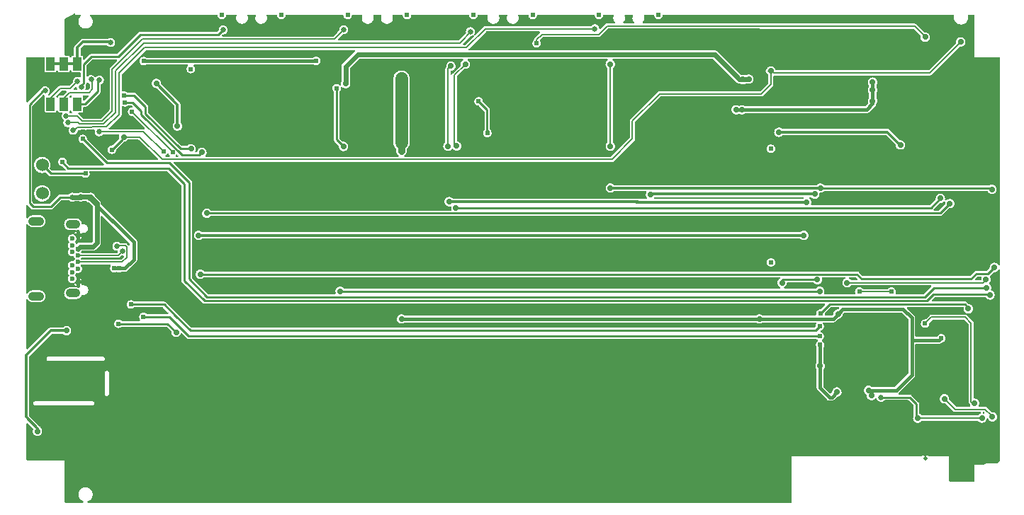
<source format=gbl>
G04 Layer: BottomLayer*
G04 EasyEDA v6.4.0, 2020-07-10T23:23:17+08:00*
G04 5139bd2fb7c3424f93626a165fee3374,4edbaba1ca844db583ca7d2d7efc84e2,10*
G04 Gerber Generator version 0.2*
G04 Scale: 100 percent, Rotated: No, Reflected: No *
G04 Dimensions in inches *
G04 leading zeros omitted , absolute positions ,2 integer and 4 decimal *
%FSLAX24Y24*%
%MOIN*%
G90*
G70D02*

%ADD10C,0.010000*%
%ADD11C,0.039370*%
%ADD13C,0.016000*%
%ADD14C,0.006000*%
%ADD15C,0.008000*%
%ADD17C,0.014000*%
%ADD18C,0.024000*%
%ADD21C,0.012000*%
%ADD22C,0.032000*%
%ADD23C,0.060000*%
%ADD24C,0.018000*%
%ADD27C,0.026000*%
%ADD28C,0.021898*%
%ADD33C,0.028000*%
%ADD76C,0.019685*%
%ADD77C,0.023622*%
%ADD78C,0.017835*%

%LPD*%
G36*
G01X28898Y23210D02*
G01X28586Y23210D01*
G01X28580Y23209D01*
G01X28575Y23208D01*
G01X28569Y23206D01*
G01X28564Y23203D01*
G01X28560Y23200D01*
G01X28556Y23196D01*
G01X28552Y23191D01*
G01X28548Y23181D01*
G01X28546Y23175D01*
G01X28546Y23170D01*
G01X28547Y23162D01*
G01X28549Y23155D01*
G01X28559Y23123D01*
G01X28562Y23107D01*
G01X28565Y23090D01*
G01X28567Y23056D01*
G01X28565Y23024D01*
G01X28563Y23008D01*
G01X28560Y22993D01*
G01X28555Y22977D01*
G01X28551Y22962D01*
G01X28545Y22947D01*
G01X28538Y22933D01*
G01X28530Y22918D01*
G01X28522Y22905D01*
G01X28513Y22892D01*
G01X28503Y22879D01*
G01X28493Y22867D01*
G01X28489Y22862D01*
G01X28486Y22857D01*
G01X28484Y22852D01*
G01X28482Y22846D01*
G01X28482Y22834D01*
G01X28484Y22828D01*
G01X28488Y22818D01*
G01X28500Y22806D01*
G01X28505Y22803D01*
G01X28511Y22801D01*
G01X28516Y22800D01*
G01X28522Y22800D01*
G01X28962Y22799D01*
G01X28968Y22800D01*
G01X28973Y22801D01*
G01X28979Y22803D01*
G01X28984Y22806D01*
G01X28988Y22809D01*
G01X28992Y22813D01*
G01X28996Y22818D01*
G01X28999Y22823D01*
G01X29001Y22828D01*
G01X29002Y22834D01*
G01X29002Y22845D01*
G01X28998Y22857D01*
G01X28995Y22862D01*
G01X28991Y22867D01*
G01X28971Y22891D01*
G01X28962Y22904D01*
G01X28946Y22932D01*
G01X28939Y22947D01*
G01X28933Y22962D01*
G01X28928Y22977D01*
G01X28924Y22992D01*
G01X28921Y23008D01*
G01X28917Y23040D01*
G01X28917Y23073D01*
G01X28921Y23107D01*
G01X28925Y23123D01*
G01X28935Y23155D01*
G01X28937Y23162D01*
G01X28938Y23170D01*
G01X28937Y23175D01*
G01X28936Y23181D01*
G01X28934Y23186D01*
G01X28928Y23196D01*
G01X28924Y23200D01*
G01X28914Y23206D01*
G01X28909Y23208D01*
G01X28903Y23209D01*
G01X28898Y23210D01*
G37*

%LPD*%
G36*
G01X21428Y22235D02*
G01X21415Y22235D01*
G01X21408Y22233D01*
G01X21402Y22229D01*
G01X21390Y22223D01*
G01X21379Y22217D01*
G01X21366Y22212D01*
G01X21354Y22208D01*
G01X21341Y22204D01*
G01X21315Y22200D01*
G01X21309Y22199D01*
G01X21302Y22196D01*
G01X21297Y22193D01*
G01X21292Y22188D01*
G01X20952Y21849D01*
G01X20948Y21844D01*
G01X20945Y21839D01*
G01X20942Y21833D01*
G01X20941Y21827D01*
G01X20940Y21820D01*
G01X20941Y21815D01*
G01X20942Y21809D01*
G01X20944Y21804D01*
G01X20950Y21794D01*
G01X20954Y21790D01*
G01X20964Y21784D01*
G01X20969Y21782D01*
G01X20974Y21781D01*
G01X20980Y21780D01*
G01X21048Y21780D01*
G01X21060Y21782D01*
G01X21066Y21785D01*
G01X21071Y21788D01*
G01X21076Y21792D01*
G01X21451Y22167D01*
G01X21455Y22172D01*
G01X21458Y22177D01*
G01X21461Y22183D01*
G01X21463Y22195D01*
G01X21461Y22207D01*
G01X21459Y22212D01*
G01X21453Y22222D01*
G01X21449Y22226D01*
G01X21439Y22232D01*
G01X21434Y22234D01*
G01X21428Y22235D01*
G37*

%LPD*%
G36*
G01X2676Y23269D02*
G01X2663Y23269D01*
G01X2657Y23267D01*
G01X2650Y23264D01*
G01X2555Y23210D01*
G01X2225Y23021D01*
G01X2220Y23018D01*
G01X2216Y23014D01*
G01X2212Y23009D01*
G01X2209Y23004D01*
G01X2207Y22998D01*
G01X2205Y22986D01*
G01X2205Y21315D01*
G01X2207Y21309D01*
G01X2211Y21299D01*
G01X2215Y21294D01*
G01X2219Y21290D01*
G01X2223Y21287D01*
G01X2228Y21284D01*
G01X2234Y21282D01*
G01X2239Y21281D01*
G01X2245Y21280D01*
G01X2377Y21280D01*
G01X2385Y21279D01*
G01X2409Y21270D01*
G01X2416Y21265D01*
G01X2422Y21260D01*
G01X2428Y21254D01*
G01X2434Y21247D01*
G01X2442Y21233D01*
G01X2445Y21225D01*
G01X2447Y21217D01*
G01X2449Y21211D01*
G01X2455Y21201D01*
G01X2459Y21196D01*
G01X2469Y21190D01*
G01X2475Y21187D01*
G01X2480Y21186D01*
G01X2492Y21186D01*
G01X2498Y21187D01*
G01X2504Y21190D01*
G01X2514Y21196D01*
G01X2518Y21201D01*
G01X2524Y21211D01*
G01X2525Y21217D01*
G01X2531Y21233D01*
G01X2539Y21247D01*
G01X2545Y21254D01*
G01X2551Y21260D01*
G01X2557Y21265D01*
G01X2564Y21270D01*
G01X2588Y21279D01*
G01X2596Y21280D01*
G01X2610Y21280D01*
G01X2622Y21282D01*
G01X2627Y21284D01*
G01X2637Y21290D01*
G01X2641Y21294D01*
G01X2647Y21304D01*
G01X2649Y21309D01*
G01X2650Y21315D01*
G01X2650Y21659D01*
G01X2652Y21683D01*
G01X2655Y21694D01*
G01X2658Y21706D01*
G01X2662Y21717D01*
G01X2667Y21728D01*
G01X2679Y21748D01*
G01X2695Y21766D01*
G01X2955Y22026D01*
G01X2973Y22042D01*
G01X2993Y22054D01*
G01X3004Y22059D01*
G01X3015Y22063D01*
G01X3027Y22066D01*
G01X3038Y22069D01*
G01X3062Y22071D01*
G01X4242Y22071D01*
G01X4247Y22072D01*
G01X4253Y22074D01*
G01X4258Y22077D01*
G01X4269Y22084D01*
G01X4281Y22090D01*
G01X4293Y22095D01*
G01X4306Y22100D01*
G01X4319Y22104D01*
G01X4332Y22107D01*
G01X4345Y22109D01*
G01X4358Y22110D01*
G01X4372Y22111D01*
G01X4398Y22109D01*
G01X4411Y22107D01*
G01X4424Y22104D01*
G01X4450Y22096D01*
G01X4462Y22091D01*
G01X4474Y22084D01*
G01X4485Y22078D01*
G01X4496Y22070D01*
G01X4506Y22062D01*
G01X4526Y22044D01*
G01X4534Y22034D01*
G01X4543Y22024D01*
G01X4550Y22013D01*
G01X4557Y22001D01*
G01X4563Y21989D01*
G01X4573Y21965D01*
G01X4579Y21939D01*
G01X4581Y21926D01*
G01X4583Y21900D01*
G01X4582Y21886D01*
G01X4581Y21873D01*
G01X4579Y21860D01*
G01X4573Y21834D01*
G01X4563Y21810D01*
G01X4557Y21798D01*
G01X4543Y21776D01*
G01X4534Y21765D01*
G01X4526Y21755D01*
G01X4506Y21737D01*
G01X4496Y21729D01*
G01X4485Y21721D01*
G01X4474Y21715D01*
G01X4450Y21703D01*
G01X4424Y21695D01*
G01X4411Y21692D01*
G01X4398Y21690D01*
G01X4385Y21689D01*
G01X4359Y21689D01*
G01X4345Y21690D01*
G01X4332Y21692D01*
G01X4319Y21695D01*
G01X4306Y21699D01*
G01X4282Y21709D01*
G01X4270Y21715D01*
G01X4258Y21722D01*
G01X4247Y21729D01*
G01X4237Y21738D01*
G01X4227Y21746D01*
G01X4213Y21760D01*
G01X4207Y21764D01*
G01X4195Y21768D01*
G01X4188Y21769D01*
G01X3141Y21769D01*
G01X3129Y21767D01*
G01X3117Y21761D01*
G01X2964Y21608D01*
G01X2960Y21603D01*
G01X2957Y21598D01*
G01X2954Y21592D01*
G01X2952Y21580D01*
G01X2952Y21320D01*
G01X2953Y21315D01*
G01X2954Y21309D01*
G01X2956Y21304D01*
G01X2962Y21294D01*
G01X2966Y21290D01*
G01X2976Y21284D01*
G01X2981Y21282D01*
G01X2987Y21281D01*
G01X2992Y21280D01*
G01X3007Y21280D01*
G01X3015Y21279D01*
G01X3031Y21273D01*
G01X3039Y21269D01*
G01X3046Y21265D01*
G01X3052Y21260D01*
G01X3058Y21254D01*
G01X3064Y21247D01*
G01X3068Y21240D01*
G01X3072Y21232D01*
G01X3075Y21224D01*
G01X3079Y21208D01*
G01X3079Y21119D01*
G01X3080Y21113D01*
G01X3081Y21108D01*
G01X3083Y21102D01*
G01X3086Y21097D01*
G01X3089Y21093D01*
G01X3093Y21089D01*
G01X3098Y21085D01*
G01X3103Y21082D01*
G01X3108Y21080D01*
G01X3114Y21079D01*
G01X3126Y21079D01*
G01X3132Y21081D01*
G01X3137Y21083D01*
G01X3143Y21086D01*
G01X3379Y21322D01*
G01X3395Y21336D01*
G01X3403Y21341D01*
G01X3412Y21346D01*
G01X3422Y21351D01*
G01X3431Y21354D01*
G01X3441Y21357D01*
G01X3451Y21359D01*
G01X3462Y21360D01*
G01X3472Y21361D01*
G01X4657Y21361D01*
G01X4669Y21365D01*
G01X4675Y21368D01*
G01X5659Y22352D01*
G01X5675Y22366D01*
G01X5683Y22371D01*
G01X5692Y22376D01*
G01X5702Y22381D01*
G01X5711Y22384D01*
G01X5721Y22387D01*
G01X5731Y22389D01*
G01X5742Y22390D01*
G01X5752Y22391D01*
G01X9367Y22391D01*
G01X9379Y22395D01*
G01X9385Y22398D01*
G01X9439Y22452D01*
G01X9447Y22462D01*
G01X9451Y22474D01*
G01X9451Y22503D01*
G01X9455Y22529D01*
G01X9461Y22555D01*
G01X9471Y22579D01*
G01X9477Y22591D01*
G01X9484Y22603D01*
G01X9491Y22614D01*
G01X9499Y22624D01*
G01X9508Y22634D01*
G01X9517Y22643D01*
G01X9527Y22652D01*
G01X9549Y22668D01*
G01X9560Y22674D01*
G01X9584Y22686D01*
G01X9597Y22690D01*
G01X9609Y22694D01*
G01X9622Y22697D01*
G01X9635Y22699D01*
G01X9649Y22700D01*
G01X9662Y22701D01*
G01X9688Y22699D01*
G01X9701Y22697D01*
G01X9714Y22694D01*
G01X9740Y22686D01*
G01X9764Y22674D01*
G01X9775Y22668D01*
G01X9786Y22660D01*
G01X9796Y22652D01*
G01X9816Y22634D01*
G01X9824Y22624D01*
G01X9833Y22614D01*
G01X9840Y22603D01*
G01X9847Y22591D01*
G01X9853Y22579D01*
G01X9863Y22555D01*
G01X9869Y22529D01*
G01X9871Y22516D01*
G01X9873Y22490D01*
G01X9872Y22476D01*
G01X9871Y22463D01*
G01X9869Y22450D01*
G01X9863Y22424D01*
G01X9853Y22400D01*
G01X9847Y22388D01*
G01X9833Y22366D01*
G01X9824Y22355D01*
G01X9816Y22345D01*
G01X9796Y22327D01*
G01X9786Y22319D01*
G01X9775Y22311D01*
G01X9764Y22305D01*
G01X9740Y22293D01*
G01X9714Y22285D01*
G01X9701Y22282D01*
G01X9688Y22280D01*
G01X9675Y22279D01*
G01X9653Y22279D01*
G01X9641Y22277D01*
G01X9629Y22271D01*
G01X9625Y22267D01*
G01X9606Y22249D01*
G01X9602Y22244D01*
G01X9599Y22239D01*
G01X9595Y22227D01*
G01X9595Y22215D01*
G01X9596Y22209D01*
G01X9598Y22204D01*
G01X9604Y22194D01*
G01X9608Y22190D01*
G01X9618Y22184D01*
G01X9623Y22182D01*
G01X9635Y22180D01*
G01X14835Y22180D01*
G01X14847Y22182D01*
G01X14853Y22185D01*
G01X14858Y22188D01*
G01X14863Y22192D01*
G01X15018Y22347D01*
G01X15021Y22351D01*
G01X15025Y22356D01*
G01X15031Y22367D01*
G01X15038Y22376D01*
G01X15046Y22385D01*
G01X15110Y22449D01*
G01X15114Y22454D01*
G01X15117Y22459D01*
G01X15120Y22465D01*
G01X15121Y22471D01*
G01X15122Y22478D01*
G01X15122Y22481D01*
G01X15121Y22500D01*
G01X15121Y22513D01*
G01X15125Y22539D01*
G01X15131Y22565D01*
G01X15141Y22589D01*
G01X15147Y22601D01*
G01X15154Y22613D01*
G01X15161Y22624D01*
G01X15169Y22634D01*
G01X15178Y22644D01*
G01X15187Y22653D01*
G01X15197Y22662D01*
G01X15219Y22678D01*
G01X15230Y22684D01*
G01X15242Y22691D01*
G01X15254Y22696D01*
G01X15267Y22700D01*
G01X15279Y22704D01*
G01X15292Y22707D01*
G01X15305Y22709D01*
G01X15319Y22710D01*
G01X15332Y22711D01*
G01X15358Y22709D01*
G01X15371Y22707D01*
G01X15384Y22704D01*
G01X15410Y22696D01*
G01X15422Y22691D01*
G01X15434Y22684D01*
G01X15445Y22678D01*
G01X15456Y22670D01*
G01X15466Y22662D01*
G01X15486Y22644D01*
G01X15494Y22634D01*
G01X15503Y22624D01*
G01X15510Y22613D01*
G01X15517Y22601D01*
G01X15523Y22589D01*
G01X15533Y22565D01*
G01X15539Y22539D01*
G01X15541Y22526D01*
G01X15543Y22500D01*
G01X15542Y22486D01*
G01X15541Y22473D01*
G01X15539Y22460D01*
G01X15533Y22434D01*
G01X15523Y22410D01*
G01X15517Y22398D01*
G01X15503Y22376D01*
G01X15494Y22365D01*
G01X15486Y22355D01*
G01X15466Y22337D01*
G01X15456Y22329D01*
G01X15445Y22321D01*
G01X15434Y22315D01*
G01X15410Y22303D01*
G01X15384Y22295D01*
G01X15371Y22292D01*
G01X15358Y22290D01*
G01X15345Y22289D01*
G01X15313Y22289D01*
G01X15309Y22290D01*
G01X15297Y22288D01*
G01X15291Y22285D01*
G01X15286Y22282D01*
G01X15281Y22278D01*
G01X15245Y22242D01*
G01X15242Y22238D01*
G01X15238Y22233D01*
G01X15232Y22222D01*
G01X15225Y22213D01*
G01X15217Y22204D01*
G01X15072Y22059D01*
G01X15068Y22054D01*
G01X15065Y22049D01*
G01X15062Y22043D01*
G01X15061Y22037D01*
G01X15060Y22030D01*
G01X15061Y22025D01*
G01X15062Y22019D01*
G01X15064Y22014D01*
G01X15070Y22004D01*
G01X15074Y22000D01*
G01X15084Y21994D01*
G01X15089Y21992D01*
G01X15094Y21991D01*
G01X15100Y21990D01*
G01X20735Y21990D01*
G01X20747Y21992D01*
G01X20753Y21995D01*
G01X20758Y21998D01*
G01X20763Y22002D01*
G01X21078Y22317D01*
G01X21082Y22322D01*
G01X21085Y22327D01*
G01X21089Y22339D01*
G01X21089Y22345D01*
G01X21088Y22355D01*
G01X21085Y22369D01*
G01X21083Y22382D01*
G01X21081Y22396D01*
G01X21081Y22423D01*
G01X21085Y22449D01*
G01X21091Y22475D01*
G01X21101Y22499D01*
G01X21107Y22511D01*
G01X21114Y22523D01*
G01X21121Y22534D01*
G01X21129Y22544D01*
G01X21138Y22554D01*
G01X21147Y22563D01*
G01X21157Y22572D01*
G01X21179Y22588D01*
G01X21190Y22594D01*
G01X21202Y22601D01*
G01X21214Y22606D01*
G01X21227Y22610D01*
G01X21239Y22614D01*
G01X21252Y22617D01*
G01X21265Y22619D01*
G01X21279Y22620D01*
G01X21292Y22621D01*
G01X21305Y22620D01*
G01X21319Y22619D01*
G01X21332Y22617D01*
G01X21345Y22614D01*
G01X21358Y22610D01*
G01X21371Y22605D01*
G01X21383Y22600D01*
G01X21395Y22594D01*
G01X21406Y22587D01*
G01X21418Y22579D01*
G01X21428Y22571D01*
G01X21438Y22562D01*
G01X21453Y22547D01*
G01X21469Y22533D01*
G01X21476Y22526D01*
G01X21482Y22517D01*
G01X21487Y22509D01*
G01X21492Y22499D01*
G01X21496Y22490D01*
G01X21499Y22480D01*
G01X21501Y22470D01*
G01X21502Y22460D01*
G01X21502Y22430D01*
G01X21503Y22410D01*
G01X21502Y22395D01*
G01X21501Y22381D01*
G01X21498Y22367D01*
G01X21495Y22352D01*
G01X21491Y22339D01*
G01X21485Y22325D01*
G01X21479Y22312D01*
G01X21472Y22300D01*
G01X21469Y22293D01*
G01X21467Y22286D01*
G01X21466Y22279D01*
G01X21467Y22273D01*
G01X21468Y22268D01*
G01X21470Y22262D01*
G01X21472Y22257D01*
G01X21480Y22249D01*
G01X21485Y22245D01*
G01X21490Y22242D01*
G01X21495Y22240D01*
G01X21500Y22239D01*
G01X21512Y22239D01*
G01X21524Y22243D01*
G01X21530Y22246D01*
G01X21534Y22251D01*
G01X21909Y22625D01*
G01X21925Y22639D01*
G01X21943Y22649D01*
G01X21953Y22653D01*
G01X21973Y22659D01*
G01X21984Y22660D01*
G01X26950Y22660D01*
G01X26962Y22662D01*
G01X26967Y22664D01*
G01X26973Y22667D01*
G01X26977Y22671D01*
G01X26981Y22676D01*
G01X26990Y22686D01*
G01X27000Y22696D01*
G01X27010Y22705D01*
G01X27020Y22713D01*
G01X27031Y22721D01*
G01X27055Y22735D01*
G01X27067Y22740D01*
G01X27080Y22745D01*
G01X27093Y22749D01*
G01X27106Y22752D01*
G01X27120Y22754D01*
G01X27133Y22755D01*
G01X27147Y22756D01*
G01X27173Y22754D01*
G01X27186Y22752D01*
G01X27199Y22749D01*
G01X27211Y22746D01*
G01X27223Y22741D01*
G01X27236Y22736D01*
G01X27247Y22730D01*
G01X27259Y22724D01*
G01X27269Y22716D01*
G01X27280Y22708D01*
G01X27290Y22700D01*
G01X27299Y22691D01*
G01X27308Y22681D01*
G01X27316Y22671D01*
G01X27330Y22649D01*
G01X27342Y22625D01*
G01X27350Y22601D01*
G01X27356Y22575D01*
G01X27357Y22570D01*
G01X27359Y22564D01*
G01X27362Y22559D01*
G01X27365Y22555D01*
G01X27369Y22551D01*
G01X27374Y22547D01*
G01X27379Y22544D01*
G01X27384Y22542D01*
G01X27389Y22541D01*
G01X27401Y22541D01*
G01X27408Y22543D01*
G01X27413Y22545D01*
G01X27419Y22548D01*
G01X27423Y22553D01*
G01X27636Y22765D01*
G01X27652Y22779D01*
G01X27670Y22789D01*
G01X27680Y22793D01*
G01X27700Y22799D01*
G01X27711Y22800D01*
G01X28056Y22800D01*
G01X28062Y22801D01*
G01X28067Y22802D01*
G01X28072Y22804D01*
G01X28082Y22810D01*
G01X28086Y22814D01*
G01X28092Y22824D01*
G01X28094Y22829D01*
G01X28095Y22834D01*
G01X28096Y22840D01*
G01X28094Y22852D01*
G01X28092Y22857D01*
G01X28089Y22863D01*
G01X28085Y22867D01*
G01X28075Y22879D01*
G01X28065Y22892D01*
G01X28056Y22905D01*
G01X28040Y22933D01*
G01X28033Y22947D01*
G01X28023Y22977D01*
G01X28019Y22993D01*
G01X28015Y23008D01*
G01X28013Y23024D01*
G01X28011Y23056D01*
G01X28013Y23090D01*
G01X28016Y23107D01*
G01X28019Y23123D01*
G01X28024Y23139D01*
G01X28030Y23155D01*
G01X28032Y23162D01*
G01X28032Y23175D01*
G01X28031Y23181D01*
G01X28029Y23186D01*
G01X28026Y23191D01*
G01X28022Y23196D01*
G01X28018Y23200D01*
G01X28014Y23203D01*
G01X28009Y23206D01*
G01X28003Y23208D01*
G01X27998Y23209D01*
G01X27992Y23210D01*
G01X27584Y23210D01*
G01X27572Y23208D01*
G01X27567Y23206D01*
G01X27562Y23203D01*
G01X27557Y23199D01*
G01X27553Y23195D01*
G01X27547Y23185D01*
G01X27545Y23179D01*
G01X27544Y23174D01*
G01X27543Y23161D01*
G01X27540Y23148D01*
G01X27537Y23136D01*
G01X27533Y23124D01*
G01X27528Y23112D01*
G01X27522Y23100D01*
G01X27516Y23089D01*
G01X27509Y23078D01*
G01X27493Y23058D01*
G01X27484Y23049D01*
G01X27454Y23025D01*
G01X27443Y23019D01*
G01X27419Y23007D01*
G01X27395Y22999D01*
G01X27383Y22997D01*
G01X27357Y22993D01*
G01X27331Y22993D01*
G01X27319Y22995D01*
G01X27293Y22999D01*
G01X27269Y23007D01*
G01X27257Y23013D01*
G01X27235Y23025D01*
G01X27224Y23033D01*
G01X27214Y23041D01*
G01X27205Y23049D01*
G01X27196Y23058D01*
G01X27180Y23078D01*
G01X27166Y23100D01*
G01X27156Y23124D01*
G01X27152Y23136D01*
G01X27149Y23148D01*
G01X27146Y23161D01*
G01X27144Y23174D01*
G01X27143Y23179D01*
G01X27141Y23185D01*
G01X27139Y23190D01*
G01X27135Y23195D01*
G01X27127Y23203D01*
G01X27122Y23206D01*
G01X27116Y23208D01*
G01X27110Y23209D01*
G01X27105Y23210D01*
G01X24466Y23210D01*
G01X24454Y23208D01*
G01X24449Y23206D01*
G01X24444Y23203D01*
G01X24439Y23199D01*
G01X24435Y23195D01*
G01X24429Y23185D01*
G01X24427Y23179D01*
G01X24426Y23174D01*
G01X24422Y23148D01*
G01X24419Y23136D01*
G01X24415Y23124D01*
G01X24410Y23112D01*
G01X24404Y23100D01*
G01X24398Y23089D01*
G01X24391Y23078D01*
G01X24375Y23058D01*
G01X24366Y23049D01*
G01X24336Y23025D01*
G01X24325Y23019D01*
G01X24301Y23007D01*
G01X24277Y22999D01*
G01X24264Y22997D01*
G01X24252Y22995D01*
G01X24239Y22993D01*
G01X24213Y22993D01*
G01X24201Y22995D01*
G01X24175Y22999D01*
G01X24151Y23007D01*
G01X24139Y23013D01*
G01X24117Y23025D01*
G01X24106Y23033D01*
G01X24096Y23041D01*
G01X24087Y23049D01*
G01X24078Y23058D01*
G01X24069Y23068D01*
G01X24062Y23078D01*
G01X24048Y23100D01*
G01X24038Y23124D01*
G01X24030Y23148D01*
G01X24026Y23174D01*
G01X24025Y23179D01*
G01X24023Y23185D01*
G01X24021Y23190D01*
G01X24017Y23195D01*
G01X24009Y23203D01*
G01X24003Y23206D01*
G01X23998Y23208D01*
G01X23986Y23210D01*
G01X23578Y23210D01*
G01X23573Y23209D01*
G01X23567Y23208D01*
G01X23562Y23206D01*
G01X23552Y23200D01*
G01X23548Y23196D01*
G01X23542Y23186D01*
G01X23540Y23181D01*
G01X23539Y23175D01*
G01X23538Y23170D01*
G01X23539Y23162D01*
G01X23541Y23155D01*
G01X23551Y23123D01*
G01X23555Y23107D01*
G01X23559Y23073D01*
G01X23559Y23041D01*
G01X23558Y23026D01*
G01X23556Y23011D01*
G01X23553Y22996D01*
G01X23549Y22982D01*
G01X23545Y22967D01*
G01X23540Y22953D01*
G01X23534Y22939D01*
G01X23527Y22926D01*
G01X23511Y22900D01*
G01X23503Y22888D01*
G01X23493Y22876D01*
G01X23483Y22865D01*
G01X23472Y22854D01*
G01X23461Y22844D01*
G01X23450Y22835D01*
G01X23437Y22826D01*
G01X23425Y22818D01*
G01X23412Y22811D01*
G01X23398Y22804D01*
G01X23384Y22798D01*
G01X23356Y22788D01*
G01X23326Y22782D01*
G01X23311Y22780D01*
G01X23281Y22778D01*
G01X23251Y22780D01*
G01X23236Y22782D01*
G01X23222Y22785D01*
G01X23207Y22788D01*
G01X23179Y22798D01*
G01X23165Y22804D01*
G01X23151Y22811D01*
G01X23138Y22818D01*
G01X23125Y22826D01*
G01X23113Y22835D01*
G01X23102Y22844D01*
G01X23090Y22854D01*
G01X23070Y22876D01*
G01X23060Y22888D01*
G01X23051Y22900D01*
G01X23043Y22913D01*
G01X23029Y22939D01*
G01X23023Y22953D01*
G01X23018Y22967D01*
G01X23014Y22982D01*
G01X23010Y22996D01*
G01X23007Y23011D01*
G01X23005Y23026D01*
G01X23004Y23041D01*
G01X23004Y23073D01*
G01X23008Y23107D01*
G01X23016Y23139D01*
G01X23022Y23155D01*
G01X23024Y23162D01*
G01X23024Y23175D01*
G01X23023Y23181D01*
G01X23021Y23186D01*
G01X23015Y23196D01*
G01X23011Y23200D01*
G01X23001Y23206D01*
G01X22996Y23208D01*
G01X22984Y23210D01*
G01X22673Y23210D01*
G01X22661Y23208D01*
G01X22656Y23206D01*
G01X22646Y23200D01*
G01X22642Y23196D01*
G01X22636Y23186D01*
G01X22634Y23181D01*
G01X22633Y23175D01*
G01X22633Y23162D01*
G01X22635Y23155D01*
G01X22641Y23139D01*
G01X22649Y23107D01*
G01X22652Y23090D01*
G01X22654Y23056D01*
G01X22652Y23026D01*
G01X22650Y23011D01*
G01X22647Y22996D01*
G01X22644Y22982D01*
G01X22639Y22967D01*
G01X22634Y22953D01*
G01X22628Y22939D01*
G01X22614Y22913D01*
G01X22606Y22900D01*
G01X22588Y22876D01*
G01X22578Y22865D01*
G01X22567Y22854D01*
G01X22556Y22844D01*
G01X22532Y22826D01*
G01X22519Y22818D01*
G01X22506Y22811D01*
G01X22492Y22804D01*
G01X22479Y22798D01*
G01X22465Y22793D01*
G01X22450Y22788D01*
G01X22436Y22785D01*
G01X22421Y22782D01*
G01X22406Y22780D01*
G01X22376Y22778D01*
G01X22346Y22780D01*
G01X22331Y22782D01*
G01X22301Y22788D01*
G01X22273Y22798D01*
G01X22259Y22804D01*
G01X22233Y22818D01*
G01X22220Y22826D01*
G01X22196Y22844D01*
G01X22185Y22854D01*
G01X22174Y22865D01*
G01X22164Y22876D01*
G01X22146Y22900D01*
G01X22130Y22926D01*
G01X22124Y22939D01*
G01X22112Y22967D01*
G01X22108Y22982D01*
G01X22104Y22996D01*
G01X22098Y23041D01*
G01X22098Y23073D01*
G01X22100Y23090D01*
G01X22103Y23107D01*
G01X22106Y23123D01*
G01X22116Y23155D01*
G01X22118Y23162D01*
G01X22119Y23170D01*
G01X22118Y23175D01*
G01X22117Y23181D01*
G01X22113Y23191D01*
G01X22109Y23196D01*
G01X22105Y23200D01*
G01X22101Y23203D01*
G01X22096Y23206D01*
G01X22090Y23208D01*
G01X22085Y23209D01*
G01X22079Y23210D01*
G01X21671Y23210D01*
G01X21659Y23208D01*
G01X21654Y23206D01*
G01X21649Y23203D01*
G01X21644Y23199D01*
G01X21640Y23195D01*
G01X21636Y23190D01*
G01X21634Y23185D01*
G01X21632Y23179D01*
G01X21631Y23174D01*
G01X21627Y23148D01*
G01X21619Y23124D01*
G01X21609Y23100D01*
G01X21603Y23089D01*
G01X21595Y23078D01*
G01X21588Y23068D01*
G01X21579Y23058D01*
G01X21570Y23049D01*
G01X21561Y23041D01*
G01X21551Y23033D01*
G01X21540Y23025D01*
G01X21518Y23013D01*
G01X21506Y23007D01*
G01X21482Y22999D01*
G01X21469Y22997D01*
G01X21457Y22995D01*
G01X21444Y22993D01*
G01X21418Y22993D01*
G01X21405Y22995D01*
G01X21393Y22997D01*
G01X21380Y22999D01*
G01X21356Y23007D01*
G01X21344Y23013D01*
G01X21322Y23025D01*
G01X21311Y23033D01*
G01X21301Y23041D01*
G01X21292Y23049D01*
G01X21283Y23058D01*
G01X21274Y23068D01*
G01X21266Y23078D01*
G01X21259Y23089D01*
G01X21253Y23100D01*
G01X21247Y23112D01*
G01X21235Y23148D01*
G01X21231Y23174D01*
G01X21230Y23179D01*
G01X21228Y23185D01*
G01X21222Y23195D01*
G01X21218Y23199D01*
G01X21213Y23203D01*
G01X21208Y23206D01*
G01X21203Y23208D01*
G01X21191Y23210D01*
G01X18553Y23210D01*
G01X18541Y23208D01*
G01X18536Y23206D01*
G01X18530Y23203D01*
G01X18522Y23195D01*
G01X18518Y23190D01*
G01X18516Y23185D01*
G01X18514Y23179D01*
G01X18513Y23174D01*
G01X18509Y23148D01*
G01X18501Y23124D01*
G01X18491Y23100D01*
G01X18477Y23078D01*
G01X18470Y23068D01*
G01X18461Y23058D01*
G01X18452Y23049D01*
G01X18443Y23041D01*
G01X18433Y23033D01*
G01X18422Y23025D01*
G01X18400Y23013D01*
G01X18388Y23007D01*
G01X18364Y22999D01*
G01X18351Y22997D01*
G01X18339Y22995D01*
G01X18326Y22993D01*
G01X18300Y22993D01*
G01X18287Y22995D01*
G01X18275Y22997D01*
G01X18262Y22999D01*
G01X18238Y23007D01*
G01X18226Y23013D01*
G01X18204Y23025D01*
G01X18193Y23033D01*
G01X18173Y23049D01*
G01X18164Y23058D01*
G01X18148Y23078D01*
G01X18141Y23089D01*
G01X18135Y23100D01*
G01X18129Y23112D01*
G01X18125Y23124D01*
G01X18120Y23136D01*
G01X18117Y23148D01*
G01X18113Y23174D01*
G01X18112Y23179D01*
G01X18110Y23185D01*
G01X18104Y23195D01*
G01X18100Y23199D01*
G01X18095Y23203D01*
G01X18090Y23206D01*
G01X18085Y23208D01*
G01X18073Y23210D01*
G01X17665Y23210D01*
G01X17659Y23209D01*
G01X17654Y23208D01*
G01X17648Y23206D01*
G01X17643Y23203D01*
G01X17639Y23200D01*
G01X17635Y23196D01*
G01X17631Y23191D01*
G01X17628Y23186D01*
G01X17627Y23181D01*
G01X17625Y23175D01*
G01X17625Y23170D01*
G01X17626Y23162D01*
G01X17628Y23155D01*
G01X17638Y23123D01*
G01X17641Y23107D01*
G01X17644Y23090D01*
G01X17646Y23056D01*
G01X17644Y23026D01*
G01X17642Y23011D01*
G01X17639Y22996D01*
G01X17636Y22982D01*
G01X17631Y22967D01*
G01X17626Y22953D01*
G01X17620Y22939D01*
G01X17606Y22913D01*
G01X17598Y22900D01*
G01X17580Y22876D01*
G01X17570Y22865D01*
G01X17559Y22854D01*
G01X17548Y22844D01*
G01X17524Y22826D01*
G01X17511Y22818D01*
G01X17485Y22804D01*
G01X17471Y22798D01*
G01X17457Y22793D01*
G01X17442Y22788D01*
G01X17428Y22785D01*
G01X17413Y22782D01*
G01X17398Y22780D01*
G01X17368Y22778D01*
G01X17338Y22780D01*
G01X17323Y22782D01*
G01X17308Y22785D01*
G01X17294Y22788D01*
G01X17279Y22793D01*
G01X17265Y22798D01*
G01X17251Y22804D01*
G01X17225Y22818D01*
G01X17212Y22826D01*
G01X17188Y22844D01*
G01X17177Y22854D01*
G01X17166Y22865D01*
G01X17156Y22876D01*
G01X17138Y22900D01*
G01X17130Y22913D01*
G01X17116Y22939D01*
G01X17110Y22953D01*
G01X17105Y22967D01*
G01X17100Y22982D01*
G01X17097Y22996D01*
G01X17094Y23011D01*
G01X17092Y23026D01*
G01X17090Y23056D01*
G01X17092Y23090D01*
G01X17095Y23107D01*
G01X17098Y23123D01*
G01X17108Y23155D01*
G01X17110Y23162D01*
G01X17111Y23170D01*
G01X17111Y23175D01*
G01X17109Y23181D01*
G01X17105Y23191D01*
G01X17101Y23196D01*
G01X17097Y23200D01*
G01X17093Y23203D01*
G01X17088Y23206D01*
G01X17082Y23208D01*
G01X17077Y23209D01*
G01X17071Y23210D01*
G01X16759Y23210D01*
G01X16754Y23209D01*
G01X16748Y23208D01*
G01X16743Y23206D01*
G01X16733Y23200D01*
G01X16729Y23196D01*
G01X16723Y23186D01*
G01X16721Y23181D01*
G01X16720Y23175D01*
G01X16719Y23170D01*
G01X16720Y23162D01*
G01X16722Y23155D01*
G01X16732Y23123D01*
G01X16736Y23107D01*
G01X16740Y23073D01*
G01X16740Y23041D01*
G01X16739Y23026D01*
G01X16737Y23011D01*
G01X16734Y22996D01*
G01X16730Y22982D01*
G01X16726Y22967D01*
G01X16721Y22953D01*
G01X16715Y22939D01*
G01X16708Y22926D01*
G01X16692Y22900D01*
G01X16684Y22888D01*
G01X16674Y22876D01*
G01X16664Y22865D01*
G01X16653Y22854D01*
G01X16642Y22844D01*
G01X16631Y22835D01*
G01X16618Y22826D01*
G01X16606Y22818D01*
G01X16593Y22811D01*
G01X16579Y22804D01*
G01X16565Y22798D01*
G01X16537Y22788D01*
G01X16507Y22782D01*
G01X16492Y22780D01*
G01X16462Y22778D01*
G01X16432Y22780D01*
G01X16417Y22782D01*
G01X16403Y22785D01*
G01X16388Y22788D01*
G01X16360Y22798D01*
G01X16346Y22804D01*
G01X16332Y22811D01*
G01X16319Y22818D01*
G01X16306Y22826D01*
G01X16294Y22835D01*
G01X16283Y22844D01*
G01X16271Y22854D01*
G01X16251Y22876D01*
G01X16241Y22888D01*
G01X16232Y22900D01*
G01X16224Y22913D01*
G01X16210Y22939D01*
G01X16204Y22953D01*
G01X16199Y22967D01*
G01X16195Y22982D01*
G01X16191Y22996D01*
G01X16188Y23011D01*
G01X16186Y23026D01*
G01X16185Y23041D01*
G01X16185Y23073D01*
G01X16189Y23107D01*
G01X16197Y23139D01*
G01X16203Y23155D01*
G01X16205Y23162D01*
G01X16205Y23175D01*
G01X16204Y23181D01*
G01X16202Y23186D01*
G01X16196Y23196D01*
G01X16192Y23200D01*
G01X16182Y23206D01*
G01X16177Y23208D01*
G01X16165Y23210D01*
G01X15757Y23210D01*
G01X15751Y23209D01*
G01X15746Y23208D01*
G01X15740Y23206D01*
G01X15735Y23203D01*
G01X15731Y23199D01*
G01X15726Y23195D01*
G01X15720Y23185D01*
G01X15719Y23179D01*
G01X15718Y23174D01*
G01X15716Y23161D01*
G01X15713Y23148D01*
G01X15710Y23136D01*
G01X15706Y23124D01*
G01X15701Y23112D01*
G01X15695Y23100D01*
G01X15689Y23089D01*
G01X15682Y23078D01*
G01X15666Y23058D01*
G01X15657Y23049D01*
G01X15648Y23041D01*
G01X15637Y23033D01*
G01X15627Y23025D01*
G01X15605Y23013D01*
G01X15593Y23007D01*
G01X15581Y23003D01*
G01X15568Y22999D01*
G01X15556Y22997D01*
G01X15530Y22993D01*
G01X15505Y22993D01*
G01X15479Y22997D01*
G01X15467Y22999D01*
G01X15454Y23003D01*
G01X15442Y23007D01*
G01X15431Y23013D01*
G01X15419Y23019D01*
G01X15408Y23025D01*
G01X15378Y23049D01*
G01X15369Y23058D01*
G01X15353Y23078D01*
G01X15346Y23089D01*
G01X15340Y23100D01*
G01X15334Y23112D01*
G01X15329Y23124D01*
G01X15325Y23136D01*
G01X15322Y23148D01*
G01X15319Y23161D01*
G01X15318Y23174D01*
G01X15317Y23179D01*
G01X15315Y23185D01*
G01X15309Y23195D01*
G01X15305Y23199D01*
G01X15300Y23203D01*
G01X15295Y23206D01*
G01X15289Y23208D01*
G01X15284Y23209D01*
G01X15278Y23210D01*
G01X12639Y23210D01*
G01X12633Y23209D01*
G01X12628Y23208D01*
G01X12622Y23206D01*
G01X12617Y23203D01*
G01X12612Y23199D01*
G01X12608Y23195D01*
G01X12602Y23185D01*
G01X12600Y23179D01*
G01X12599Y23174D01*
G01X12598Y23161D01*
G01X12595Y23148D01*
G01X12592Y23136D01*
G01X12588Y23124D01*
G01X12583Y23112D01*
G01X12577Y23100D01*
G01X12571Y23089D01*
G01X12564Y23078D01*
G01X12548Y23058D01*
G01X12539Y23049D01*
G01X12509Y23025D01*
G01X12498Y23019D01*
G01X12486Y23013D01*
G01X12475Y23007D01*
G01X12463Y23003D01*
G01X12450Y22999D01*
G01X12438Y22997D01*
G01X12412Y22993D01*
G01X12387Y22993D01*
G01X12361Y22997D01*
G01X12349Y22999D01*
G01X12336Y23003D01*
G01X12324Y23007D01*
G01X12313Y23013D01*
G01X12301Y23019D01*
G01X12290Y23025D01*
G01X12260Y23049D01*
G01X12251Y23058D01*
G01X12235Y23078D01*
G01X12228Y23089D01*
G01X12222Y23100D01*
G01X12216Y23112D01*
G01X12211Y23124D01*
G01X12207Y23136D01*
G01X12204Y23148D01*
G01X12201Y23161D01*
G01X12200Y23174D01*
G01X12198Y23179D01*
G01X12197Y23185D01*
G01X12191Y23195D01*
G01X12187Y23199D01*
G01X12182Y23203D01*
G01X12177Y23206D01*
G01X12171Y23208D01*
G01X12166Y23209D01*
G01X12160Y23210D01*
G01X11752Y23210D01*
G01X11740Y23208D01*
G01X11735Y23206D01*
G01X11725Y23200D01*
G01X11721Y23196D01*
G01X11715Y23186D01*
G01X11713Y23181D01*
G01X11712Y23175D01*
G01X11712Y23162D01*
G01X11714Y23155D01*
G01X11720Y23139D01*
G01X11728Y23107D01*
G01X11732Y23073D01*
G01X11733Y23056D01*
G01X11731Y23026D01*
G01X11729Y23011D01*
G01X11726Y22996D01*
G01X11722Y22982D01*
G01X11718Y22967D01*
G01X11713Y22953D01*
G01X11707Y22939D01*
G01X11693Y22913D01*
G01X11685Y22900D01*
G01X11676Y22888D01*
G01X11666Y22876D01*
G01X11646Y22854D01*
G01X11635Y22844D01*
G01X11611Y22826D01*
G01X11598Y22818D01*
G01X11585Y22811D01*
G01X11571Y22804D01*
G01X11558Y22798D01*
G01X11543Y22793D01*
G01X11529Y22788D01*
G01X11514Y22785D01*
G01X11500Y22782D01*
G01X11485Y22780D01*
G01X11455Y22778D01*
G01X11425Y22780D01*
G01X11410Y22782D01*
G01X11380Y22788D01*
G01X11352Y22798D01*
G01X11338Y22804D01*
G01X11325Y22811D01*
G01X11311Y22818D01*
G01X11299Y22826D01*
G01X11275Y22844D01*
G01X11264Y22854D01*
G01X11253Y22865D01*
G01X11243Y22876D01*
G01X11233Y22888D01*
G01X11225Y22900D01*
G01X11209Y22926D01*
G01X11203Y22939D01*
G01X11191Y22967D01*
G01X11187Y22982D01*
G01X11183Y22996D01*
G01X11180Y23011D01*
G01X11178Y23026D01*
G01X11177Y23041D01*
G01X11177Y23073D01*
G01X11181Y23107D01*
G01X11185Y23123D01*
G01X11195Y23155D01*
G01X11197Y23162D01*
G01X11198Y23170D01*
G01X11197Y23175D01*
G01X11196Y23181D01*
G01X11194Y23186D01*
G01X11188Y23196D01*
G01X11184Y23200D01*
G01X11174Y23206D01*
G01X11169Y23208D01*
G01X11163Y23209D01*
G01X11158Y23210D01*
G01X10846Y23210D01*
G01X10840Y23209D01*
G01X10835Y23208D01*
G01X10829Y23206D01*
G01X10824Y23203D01*
G01X10820Y23200D01*
G01X10816Y23196D01*
G01X10812Y23191D01*
G01X10808Y23181D01*
G01X10806Y23175D01*
G01X10806Y23170D01*
G01X10807Y23162D01*
G01X10809Y23155D01*
G01X10819Y23123D01*
G01X10822Y23107D01*
G01X10825Y23090D01*
G01X10827Y23056D01*
G01X10827Y23041D01*
G01X10823Y23011D01*
G01X10820Y22996D01*
G01X10817Y22982D01*
G01X10812Y22967D01*
G01X10807Y22953D01*
G01X10801Y22939D01*
G01X10795Y22926D01*
G01X10779Y22900D01*
G01X10761Y22876D01*
G01X10751Y22865D01*
G01X10740Y22854D01*
G01X10729Y22844D01*
G01X10705Y22826D01*
G01X10692Y22818D01*
G01X10666Y22804D01*
G01X10652Y22798D01*
G01X10638Y22793D01*
G01X10623Y22788D01*
G01X10609Y22785D01*
G01X10594Y22782D01*
G01X10579Y22780D01*
G01X10549Y22778D01*
G01X10519Y22780D01*
G01X10504Y22782D01*
G01X10489Y22785D01*
G01X10475Y22788D01*
G01X10460Y22793D01*
G01X10446Y22798D01*
G01X10432Y22804D01*
G01X10406Y22818D01*
G01X10393Y22826D01*
G01X10369Y22844D01*
G01X10358Y22854D01*
G01X10347Y22865D01*
G01X10337Y22876D01*
G01X10319Y22900D01*
G01X10311Y22913D01*
G01X10297Y22939D01*
G01X10291Y22953D01*
G01X10286Y22967D01*
G01X10281Y22982D01*
G01X10278Y22996D01*
G01X10275Y23011D01*
G01X10273Y23026D01*
G01X10271Y23056D01*
G01X10273Y23090D01*
G01X10276Y23107D01*
G01X10279Y23123D01*
G01X10284Y23139D01*
G01X10290Y23155D01*
G01X10292Y23162D01*
G01X10292Y23175D01*
G01X10291Y23181D01*
G01X10289Y23186D01*
G01X10286Y23191D01*
G01X10282Y23196D01*
G01X10278Y23200D01*
G01X10274Y23203D01*
G01X10269Y23206D01*
G01X10263Y23208D01*
G01X10258Y23209D01*
G01X10252Y23210D01*
G01X9844Y23210D01*
G01X9832Y23208D01*
G01X9827Y23206D01*
G01X9822Y23203D01*
G01X9817Y23199D01*
G01X9813Y23195D01*
G01X9807Y23185D01*
G01X9805Y23179D01*
G01X9804Y23174D01*
G01X9803Y23161D01*
G01X9800Y23148D01*
G01X9797Y23136D01*
G01X9793Y23124D01*
G01X9788Y23112D01*
G01X9782Y23100D01*
G01X9776Y23089D01*
G01X9769Y23078D01*
G01X9753Y23058D01*
G01X9744Y23049D01*
G01X9714Y23025D01*
G01X9703Y23019D01*
G01X9679Y23007D01*
G01X9655Y22999D01*
G01X9643Y22997D01*
G01X9617Y22993D01*
G01X9591Y22993D01*
G01X9579Y22995D01*
G01X9553Y22999D01*
G01X9529Y23007D01*
G01X9517Y23013D01*
G01X9495Y23025D01*
G01X9484Y23033D01*
G01X9474Y23041D01*
G01X9465Y23049D01*
G01X9456Y23058D01*
G01X9440Y23078D01*
G01X9426Y23100D01*
G01X9416Y23124D01*
G01X9412Y23136D01*
G01X9409Y23148D01*
G01X9406Y23161D01*
G01X9404Y23174D01*
G01X9403Y23179D01*
G01X9401Y23185D01*
G01X9399Y23190D01*
G01X9395Y23195D01*
G01X9387Y23203D01*
G01X9382Y23206D01*
G01X9376Y23208D01*
G01X9370Y23209D01*
G01X9365Y23210D01*
G01X3439Y23210D01*
G01X3434Y23209D01*
G01X3428Y23208D01*
G01X3423Y23206D01*
G01X3413Y23200D01*
G01X3409Y23196D01*
G01X3403Y23186D01*
G01X3401Y23181D01*
G01X3400Y23175D01*
G01X3399Y23170D01*
G01X3400Y23163D01*
G01X3402Y23156D01*
G01X3404Y23150D01*
G01X3408Y23145D01*
G01X3437Y23116D01*
G01X3448Y23104D01*
G01X3458Y23091D01*
G01X3468Y23077D01*
G01X3477Y23063D01*
G01X3485Y23048D01*
G01X3493Y23034D01*
G01X3500Y23018D01*
G01X3506Y23003D01*
G01X3511Y22987D01*
G01X3515Y22971D01*
G01X3519Y22954D01*
G01X3522Y22938D01*
G01X3524Y22921D01*
G01X3525Y22905D01*
G01X3526Y22888D01*
G01X3525Y22871D01*
G01X3524Y22855D01*
G01X3522Y22839D01*
G01X3519Y22822D01*
G01X3516Y22806D01*
G01X3506Y22774D01*
G01X3500Y22759D01*
G01X3486Y22729D01*
G01X3478Y22715D01*
G01X3469Y22701D01*
G01X3459Y22687D01*
G01X3449Y22674D01*
G01X3427Y22650D01*
G01X3415Y22638D01*
G01X3402Y22627D01*
G01X3389Y22617D01*
G01X3376Y22608D01*
G01X3362Y22599D01*
G01X3347Y22591D01*
G01X3333Y22583D01*
G01X3318Y22576D01*
G01X3302Y22570D01*
G01X3286Y22565D01*
G01X3254Y22557D01*
G01X3238Y22554D01*
G01X3222Y22552D01*
G01X3205Y22551D01*
G01X3172Y22551D01*
G01X3155Y22552D01*
G01X3139Y22554D01*
G01X3123Y22557D01*
G01X3091Y22565D01*
G01X3075Y22570D01*
G01X3059Y22576D01*
G01X3044Y22583D01*
G01X3030Y22591D01*
G01X3015Y22599D01*
G01X3001Y22608D01*
G01X2988Y22617D01*
G01X2975Y22627D01*
G01X2962Y22638D01*
G01X2950Y22650D01*
G01X2928Y22674D01*
G01X2918Y22687D01*
G01X2908Y22701D01*
G01X2899Y22715D01*
G01X2891Y22729D01*
G01X2877Y22759D01*
G01X2871Y22774D01*
G01X2861Y22806D01*
G01X2858Y22822D01*
G01X2855Y22839D01*
G01X2853Y22855D01*
G01X2852Y22871D01*
G01X2851Y22888D01*
G01X2852Y22905D01*
G01X2853Y22921D01*
G01X2855Y22938D01*
G01X2858Y22954D01*
G01X2862Y22971D01*
G01X2866Y22987D01*
G01X2871Y23003D01*
G01X2877Y23018D01*
G01X2884Y23034D01*
G01X2892Y23048D01*
G01X2900Y23063D01*
G01X2909Y23077D01*
G01X2919Y23091D01*
G01X2929Y23104D01*
G01X2940Y23116D01*
G01X2969Y23145D01*
G01X2973Y23150D01*
G01X2975Y23156D01*
G01X2977Y23163D01*
G01X2978Y23170D01*
G01X2977Y23175D01*
G01X2976Y23181D01*
G01X2974Y23186D01*
G01X2968Y23196D01*
G01X2964Y23200D01*
G01X2954Y23206D01*
G01X2949Y23208D01*
G01X2943Y23209D01*
G01X2938Y23210D01*
G01X2705Y23210D01*
G01X2708Y23216D01*
G01X2710Y23222D01*
G01X2710Y23235D01*
G01X2709Y23241D01*
G01X2707Y23246D01*
G01X2701Y23256D01*
G01X2697Y23260D01*
G01X2687Y23266D01*
G01X2682Y23268D01*
G01X2676Y23269D01*
G37*

%LPD*%
G36*
G01X3279Y20014D02*
G01X3266Y20014D01*
G01X3261Y20013D01*
G01X3255Y20010D01*
G01X3245Y20004D01*
G01X3241Y20000D01*
G01X3238Y19995D01*
G01X3235Y19989D01*
G01X3233Y19984D01*
G01X3232Y19978D01*
G01X3231Y19968D01*
G01X3229Y19958D01*
G01X3226Y19948D01*
G01X3222Y19938D01*
G01X3218Y19929D01*
G01X3213Y19920D01*
G01X3207Y19911D01*
G01X3201Y19903D01*
G01X3197Y19899D01*
G01X3194Y19894D01*
G01X3192Y19888D01*
G01X3191Y19883D01*
G01X3191Y19871D01*
G01X3193Y19865D01*
G01X3199Y19839D01*
G01X3201Y19826D01*
G01X3202Y19813D01*
G01X3203Y19799D01*
G01X3201Y19773D01*
G01X3199Y19759D01*
G01X3196Y19746D01*
G01X3192Y19733D01*
G01X3187Y19720D01*
G01X3182Y19708D01*
G01X3180Y19702D01*
G01X3178Y19697D01*
G01X3178Y19685D01*
G01X3180Y19679D01*
G01X3184Y19669D01*
G01X3188Y19664D01*
G01X3192Y19660D01*
G01X3196Y19657D01*
G01X3201Y19654D01*
G01X3207Y19652D01*
G01X3212Y19651D01*
G01X3291Y19651D01*
G01X3298Y19653D01*
G01X3303Y19655D01*
G01X3309Y19658D01*
G01X3379Y19728D01*
G01X3387Y19738D01*
G01X3389Y19744D01*
G01X3391Y19756D01*
G01X3391Y19920D01*
G01X3390Y19926D01*
G01X3389Y19931D01*
G01X3387Y19937D01*
G01X3384Y19942D01*
G01X3381Y19946D01*
G01X3377Y19950D01*
G01X3372Y19954D01*
G01X3367Y19956D01*
G01X3355Y19962D01*
G01X3343Y19969D01*
G01X3332Y19976D01*
G01X3321Y19984D01*
G01X3301Y20002D01*
G01X3291Y20010D01*
G01X3279Y20014D01*
G37*

%LPD*%
G36*
G01X2748Y19812D02*
G01X2736Y19812D01*
G01X2724Y19808D01*
G01X2719Y19805D01*
G01X2714Y19801D01*
G01X2632Y19719D01*
G01X2628Y19714D01*
G01X2625Y19709D01*
G01X2621Y19697D01*
G01X2621Y19685D01*
G01X2622Y19679D01*
G01X2624Y19674D01*
G01X2630Y19664D01*
G01X2634Y19660D01*
G01X2644Y19654D01*
G01X2649Y19652D01*
G01X2655Y19651D01*
G01X2771Y19651D01*
G01X2777Y19652D01*
G01X2782Y19654D01*
G01X2792Y19660D01*
G01X2796Y19664D01*
G01X2802Y19674D01*
G01X2804Y19679D01*
G01X2806Y19691D01*
G01X2805Y19697D01*
G01X2804Y19702D01*
G01X2802Y19708D01*
G01X2796Y19721D01*
G01X2791Y19735D01*
G01X2787Y19748D01*
G01X2784Y19762D01*
G01X2782Y19777D01*
G01X2781Y19782D01*
G01X2779Y19788D01*
G01X2777Y19793D01*
G01X2773Y19798D01*
G01X2769Y19802D01*
G01X2764Y19806D01*
G01X2759Y19809D01*
G01X2754Y19811D01*
G01X2748Y19812D01*
G37*

%LPD*%
G36*
G01X2253Y19619D02*
G01X2069Y19619D01*
G01X2062Y19618D01*
G01X2056Y19617D01*
G01X2050Y19614D01*
G01X2045Y19611D01*
G01X2040Y19607D01*
G01X1821Y19387D01*
G01X1813Y19377D01*
G01X1809Y19365D01*
G01X1809Y19359D01*
G01X1810Y19351D01*
G01X1812Y19343D01*
G01X1815Y19335D01*
G01X1817Y19327D01*
G01X1819Y19321D01*
G01X1825Y19311D01*
G01X1829Y19307D01*
G01X1834Y19303D01*
G01X1839Y19300D01*
G01X1851Y19296D01*
G01X1863Y19296D01*
G01X1868Y19298D01*
G01X1874Y19300D01*
G01X1879Y19303D01*
G01X1884Y19307D01*
G01X1888Y19311D01*
G01X1894Y19321D01*
G01X1896Y19327D01*
G01X1898Y19335D01*
G01X1901Y19343D01*
G01X1905Y19351D01*
G01X1909Y19358D01*
G01X1921Y19370D01*
G01X1927Y19375D01*
G01X1934Y19380D01*
G01X1942Y19384D01*
G01X1950Y19387D01*
G01X1958Y19389D01*
G01X1966Y19390D01*
G01X1975Y19391D01*
G01X2111Y19391D01*
G01X2118Y19393D01*
G01X2123Y19395D01*
G01X2129Y19398D01*
G01X2286Y19555D01*
G01X2289Y19560D01*
G01X2293Y19572D01*
G01X2293Y19584D01*
G01X2292Y19590D01*
G01X2290Y19595D01*
G01X2287Y19600D01*
G01X2283Y19605D01*
G01X2279Y19609D01*
G01X2275Y19612D01*
G01X2270Y19615D01*
G01X2264Y19617D01*
G01X2259Y19618D01*
G01X2253Y19619D01*
G37*

%LPD*%
G36*
G01X2505Y19408D02*
G01X2499Y19409D01*
G01X2492Y19408D01*
G01X2486Y19407D01*
G01X2480Y19404D01*
G01X2475Y19401D01*
G01X2470Y19397D01*
G01X2453Y19380D01*
G01X2449Y19375D01*
G01X2446Y19370D01*
G01X2442Y19358D01*
G01X2442Y19345D01*
G01X2444Y19338D01*
G01X2447Y19327D01*
G01X2449Y19321D01*
G01X2455Y19311D01*
G01X2459Y19307D01*
G01X2464Y19303D01*
G01X2469Y19300D01*
G01X2475Y19298D01*
G01X2480Y19296D01*
G01X2492Y19296D01*
G01X2504Y19300D01*
G01X2509Y19303D01*
G01X2514Y19307D01*
G01X2518Y19311D01*
G01X2524Y19321D01*
G01X2525Y19327D01*
G01X2529Y19338D01*
G01X2534Y19349D01*
G01X2537Y19355D01*
G01X2539Y19369D01*
G01X2539Y19374D01*
G01X2537Y19380D01*
G01X2533Y19390D01*
G01X2529Y19395D01*
G01X2525Y19399D01*
G01X2521Y19402D01*
G01X2516Y19405D01*
G01X2510Y19407D01*
G01X2505Y19408D01*
G37*

%LPD*%
G36*
G01X3299Y19409D02*
G01X3104Y19409D01*
G01X3098Y19408D01*
G01X3093Y19407D01*
G01X3087Y19405D01*
G01X3082Y19402D01*
G01X3078Y19399D01*
G01X3074Y19395D01*
G01X3070Y19390D01*
G01X3067Y19385D01*
G01X3066Y19380D01*
G01X3064Y19374D01*
G01X3064Y19362D01*
G01X3066Y19355D01*
G01X3069Y19349D01*
G01X3073Y19342D01*
G01X3075Y19334D01*
G01X3078Y19326D01*
G01X3079Y19318D01*
G01X3079Y19189D01*
G01X3080Y19183D01*
G01X3081Y19178D01*
G01X3083Y19172D01*
G01X3086Y19167D01*
G01X3089Y19163D01*
G01X3093Y19159D01*
G01X3098Y19155D01*
G01X3108Y19151D01*
G01X3114Y19149D01*
G01X3119Y19149D01*
G01X3126Y19150D01*
G01X3132Y19151D01*
G01X3137Y19153D01*
G01X3143Y19157D01*
G01X3148Y19161D01*
G01X3327Y19340D01*
G01X3331Y19345D01*
G01X3334Y19350D01*
G01X3337Y19356D01*
G01X3338Y19362D01*
G01X3339Y19369D01*
G01X3338Y19374D01*
G01X3337Y19380D01*
G01X3335Y19385D01*
G01X3329Y19395D01*
G01X3325Y19399D01*
G01X3315Y19405D01*
G01X3310Y19407D01*
G01X3304Y19408D01*
G01X3299Y19409D01*
G37*

%LPD*%
G36*
G01X1224Y21210D02*
G01X445Y21210D01*
G01X439Y21209D01*
G01X434Y21208D01*
G01X428Y21206D01*
G01X423Y21203D01*
G01X419Y21200D01*
G01X415Y21196D01*
G01X411Y21191D01*
G01X407Y21181D01*
G01X405Y21175D01*
G01X405Y19109D01*
G01X407Y19103D01*
G01X411Y19093D01*
G01X415Y19088D01*
G01X419Y19084D01*
G01X423Y19081D01*
G01X428Y19078D01*
G01X434Y19076D01*
G01X439Y19075D01*
G01X451Y19075D01*
G01X463Y19079D01*
G01X469Y19082D01*
G01X1105Y19718D01*
G01X1108Y19723D01*
G01X1122Y19745D01*
G01X1130Y19755D01*
G01X1139Y19765D01*
G01X1148Y19774D01*
G01X1158Y19783D01*
G01X1169Y19791D01*
G01X1191Y19805D01*
G01X1203Y19811D01*
G01X1215Y19816D01*
G01X1227Y19820D01*
G01X1240Y19824D01*
G01X1253Y19827D01*
G01X1266Y19829D01*
G01X1292Y19831D01*
G01X1318Y19829D01*
G01X1331Y19827D01*
G01X1344Y19824D01*
G01X1370Y19816D01*
G01X1382Y19811D01*
G01X1394Y19804D01*
G01X1405Y19798D01*
G01X1416Y19790D01*
G01X1426Y19782D01*
G01X1446Y19764D01*
G01X1454Y19754D01*
G01X1463Y19744D01*
G01X1470Y19733D01*
G01X1477Y19721D01*
G01X1483Y19709D01*
G01X1493Y19685D01*
G01X1499Y19659D01*
G01X1501Y19646D01*
G01X1503Y19620D01*
G01X1501Y19592D01*
G01X1499Y19578D01*
G01X1496Y19565D01*
G01X1492Y19552D01*
G01X1487Y19539D01*
G01X1481Y19526D01*
G01X1467Y19502D01*
G01X1459Y19491D01*
G01X1450Y19480D01*
G01X1441Y19470D01*
G01X1431Y19461D01*
G01X1427Y19457D01*
G01X1423Y19452D01*
G01X1419Y19442D01*
G01X1417Y19436D01*
G01X1417Y19425D01*
G01X1419Y19419D01*
G01X1423Y19409D01*
G01X1427Y19404D01*
G01X1431Y19400D01*
G01X1435Y19397D01*
G01X1440Y19394D01*
G01X1446Y19392D01*
G01X1451Y19391D01*
G01X1471Y19391D01*
G01X1478Y19393D01*
G01X1483Y19395D01*
G01X1489Y19398D01*
G01X1916Y19825D01*
G01X1932Y19839D01*
G01X1941Y19844D01*
G01X1951Y19849D01*
G01X1961Y19853D01*
G01X1981Y19859D01*
G01X1991Y19860D01*
G01X2002Y19861D01*
G01X2421Y19861D01*
G01X2428Y19863D01*
G01X2433Y19865D01*
G01X2439Y19868D01*
G01X2590Y20019D01*
G01X2598Y20029D01*
G01X2600Y20035D01*
G01X2602Y20047D01*
G01X2602Y20051D01*
G01X2601Y20070D01*
G01X2601Y20083D01*
G01X2605Y20109D01*
G01X2611Y20135D01*
G01X2621Y20159D01*
G01X2627Y20171D01*
G01X2634Y20183D01*
G01X2641Y20194D01*
G01X2649Y20204D01*
G01X2658Y20214D01*
G01X2667Y20223D01*
G01X2677Y20232D01*
G01X2699Y20248D01*
G01X2710Y20254D01*
G01X2722Y20261D01*
G01X2734Y20266D01*
G01X2747Y20270D01*
G01X2759Y20274D01*
G01X2772Y20277D01*
G01X2785Y20279D01*
G01X2799Y20280D01*
G01X2812Y20281D01*
G01X2838Y20279D01*
G01X2851Y20277D01*
G01X2863Y20274D01*
G01X2876Y20271D01*
G01X2900Y20261D01*
G01X2912Y20255D01*
G01X2924Y20251D01*
G01X2937Y20251D01*
G01X2942Y20252D01*
G01X2948Y20254D01*
G01X2953Y20257D01*
G01X2957Y20260D01*
G01X2961Y20264D01*
G01X2965Y20269D01*
G01X2969Y20279D01*
G01X2971Y20291D01*
G01X2971Y20448D01*
G01X2969Y20460D01*
G01X2965Y20470D01*
G01X2961Y20475D01*
G01X2957Y20479D01*
G01X2953Y20482D01*
G01X2948Y20485D01*
G01X2942Y20487D01*
G01X2937Y20488D01*
G01X2605Y20488D01*
G01X2596Y20489D01*
G01X2588Y20490D01*
G01X2580Y20492D01*
G01X2572Y20495D01*
G01X2564Y20499D01*
G01X2557Y20504D01*
G01X2551Y20509D01*
G01X2539Y20521D01*
G01X2535Y20528D01*
G01X2531Y20536D01*
G01X2525Y20552D01*
G01X2524Y20558D01*
G01X2518Y20568D01*
G01X2514Y20572D01*
G01X2509Y20576D01*
G01X2504Y20579D01*
G01X2492Y20583D01*
G01X2480Y20583D01*
G01X2475Y20581D01*
G01X2469Y20579D01*
G01X2464Y20576D01*
G01X2459Y20572D01*
G01X2455Y20568D01*
G01X2449Y20558D01*
G01X2447Y20552D01*
G01X2445Y20544D01*
G01X2442Y20536D01*
G01X2438Y20528D01*
G01X2434Y20521D01*
G01X2422Y20509D01*
G01X2416Y20504D01*
G01X2409Y20499D01*
G01X2401Y20495D01*
G01X2393Y20492D01*
G01X2385Y20490D01*
G01X2377Y20489D01*
G01X2368Y20488D01*
G01X1975Y20488D01*
G01X1966Y20489D01*
G01X1958Y20490D01*
G01X1950Y20492D01*
G01X1942Y20495D01*
G01X1934Y20499D01*
G01X1927Y20504D01*
G01X1921Y20509D01*
G01X1909Y20521D01*
G01X1905Y20528D01*
G01X1901Y20536D01*
G01X1898Y20544D01*
G01X1896Y20552D01*
G01X1894Y20558D01*
G01X1888Y20568D01*
G01X1884Y20572D01*
G01X1879Y20576D01*
G01X1874Y20579D01*
G01X1868Y20581D01*
G01X1863Y20583D01*
G01X1851Y20583D01*
G01X1839Y20579D01*
G01X1834Y20576D01*
G01X1829Y20572D01*
G01X1825Y20568D01*
G01X1819Y20558D01*
G01X1817Y20552D01*
G01X1815Y20544D01*
G01X1812Y20536D01*
G01X1808Y20528D01*
G01X1804Y20521D01*
G01X1792Y20509D01*
G01X1786Y20504D01*
G01X1779Y20499D01*
G01X1771Y20495D01*
G01X1763Y20492D01*
G01X1755Y20490D01*
G01X1747Y20489D01*
G01X1738Y20488D01*
G01X1345Y20488D01*
G01X1336Y20489D01*
G01X1328Y20490D01*
G01X1320Y20492D01*
G01X1312Y20495D01*
G01X1304Y20499D01*
G01X1297Y20504D01*
G01X1291Y20509D01*
G01X1285Y20515D01*
G01X1279Y20522D01*
G01X1271Y20536D01*
G01X1268Y20544D01*
G01X1265Y20553D01*
G01X1264Y20561D01*
G01X1264Y21170D01*
G01X1263Y21175D01*
G01X1262Y21181D01*
G01X1260Y21186D01*
G01X1254Y21196D01*
G01X1250Y21200D01*
G01X1240Y21206D01*
G01X1235Y21208D01*
G01X1229Y21209D01*
G01X1224Y21210D01*
G37*

%LPD*%
G36*
G01X2492Y18693D02*
G01X2480Y18693D01*
G01X2475Y18692D01*
G01X2469Y18689D01*
G01X2459Y18683D01*
G01X2455Y18678D01*
G01X2449Y18668D01*
G01X2447Y18662D01*
G01X2445Y18653D01*
G01X2441Y18645D01*
G01X2437Y18636D01*
G01X2431Y18629D01*
G01X2425Y18617D01*
G01X2423Y18611D01*
G01X2423Y18598D01*
G01X2424Y18592D01*
G01X2427Y18586D01*
G01X2430Y18581D01*
G01X2434Y18576D01*
G01X2444Y18565D01*
G01X2452Y18557D01*
G01X2458Y18554D01*
G01X2463Y18552D01*
G01X2475Y18550D01*
G01X2523Y18550D01*
G01X2528Y18551D01*
G01X2534Y18552D01*
G01X2539Y18554D01*
G01X2549Y18560D01*
G01X2553Y18564D01*
G01X2559Y18574D01*
G01X2561Y18579D01*
G01X2562Y18585D01*
G01X2563Y18590D01*
G01X2562Y18597D01*
G01X2561Y18603D01*
G01X2558Y18610D01*
G01X2550Y18620D01*
G01X2544Y18626D01*
G01X2539Y18632D01*
G01X2534Y18639D01*
G01X2531Y18646D01*
G01X2525Y18662D01*
G01X2524Y18668D01*
G01X2518Y18678D01*
G01X2514Y18683D01*
G01X2504Y18689D01*
G01X2498Y18692D01*
G01X2492Y18693D01*
G37*

%LPD*%
G36*
G01X4643Y21099D02*
G01X3543Y21099D01*
G01X3536Y21098D01*
G01X3530Y21097D01*
G01X3525Y21094D01*
G01X3519Y21091D01*
G01X3514Y21087D01*
G01X3245Y20817D01*
G01X3237Y20807D01*
G01X3233Y20795D01*
G01X3233Y20320D01*
G01X3235Y20314D01*
G01X3239Y20304D01*
G01X3243Y20299D01*
G01X3247Y20295D01*
G01X3251Y20292D01*
G01X3256Y20289D01*
G01X3262Y20287D01*
G01X3267Y20286D01*
G01X3279Y20286D01*
G01X3291Y20290D01*
G01X3297Y20293D01*
G01X3301Y20298D01*
G01X3312Y20307D01*
G01X3322Y20316D01*
G01X3334Y20324D01*
G01X3345Y20332D01*
G01X3358Y20338D01*
G01X3370Y20344D01*
G01X3383Y20349D01*
G01X3397Y20353D01*
G01X3410Y20356D01*
G01X3424Y20359D01*
G01X3452Y20361D01*
G01X3478Y20359D01*
G01X3491Y20357D01*
G01X3504Y20354D01*
G01X3530Y20346D01*
G01X3554Y20334D01*
G01X3565Y20328D01*
G01X3576Y20320D01*
G01X3586Y20312D01*
G01X3606Y20294D01*
G01X3614Y20284D01*
G01X3623Y20274D01*
G01X3627Y20269D01*
G01X3631Y20265D01*
G01X3637Y20261D01*
G01X3643Y20259D01*
G01X3655Y20257D01*
G01X3662Y20258D01*
G01X3668Y20259D01*
G01X3674Y20262D01*
G01X3680Y20266D01*
G01X3685Y20270D01*
G01X3694Y20280D01*
G01X3704Y20289D01*
G01X3715Y20298D01*
G01X3726Y20306D01*
G01X3738Y20313D01*
G01X3762Y20325D01*
G01X3775Y20330D01*
G01X3788Y20334D01*
G01X3801Y20337D01*
G01X3815Y20339D01*
G01X3828Y20340D01*
G01X3842Y20341D01*
G01X3868Y20339D01*
G01X3881Y20337D01*
G01X3894Y20334D01*
G01X3920Y20326D01*
G01X3932Y20321D01*
G01X3944Y20314D01*
G01X3955Y20308D01*
G01X3966Y20300D01*
G01X3976Y20292D01*
G01X3996Y20274D01*
G01X4004Y20264D01*
G01X4013Y20254D01*
G01X4020Y20243D01*
G01X4027Y20231D01*
G01X4033Y20219D01*
G01X4043Y20195D01*
G01X4049Y20169D01*
G01X4051Y20156D01*
G01X4053Y20130D01*
G01X4052Y20116D01*
G01X4051Y20103D01*
G01X4049Y20090D01*
G01X4046Y20077D01*
G01X4038Y20051D01*
G01X4033Y20039D01*
G01X4026Y20027D01*
G01X4020Y20016D01*
G01X4004Y19994D01*
G01X3995Y19984D01*
G01X3986Y19975D01*
G01X3975Y19966D01*
G01X3965Y19958D01*
G01X3954Y19951D01*
G01X3942Y19944D01*
G01X3930Y19938D01*
G01X3918Y19933D01*
G01X3908Y19927D01*
G01X3903Y19923D01*
G01X3899Y19918D01*
G01X3896Y19913D01*
G01X3894Y19907D01*
G01X3893Y19901D01*
G01X3892Y19896D01*
G01X3892Y19579D01*
G01X3891Y19569D01*
G01X3889Y19559D01*
G01X3883Y19539D01*
G01X3873Y19521D01*
G01X3867Y19512D01*
G01X3861Y19504D01*
G01X3252Y18895D01*
G01X3243Y18889D01*
G01X3235Y18883D01*
G01X3217Y18873D01*
G01X3197Y18867D01*
G01X3187Y18865D01*
G01X3177Y18864D01*
G01X3166Y18863D01*
G01X3114Y18863D01*
G01X3108Y18862D01*
G01X3103Y18860D01*
G01X3093Y18854D01*
G01X3089Y18850D01*
G01X3083Y18840D01*
G01X3081Y18835D01*
G01X3079Y18823D01*
G01X3079Y18671D01*
G01X3075Y18655D01*
G01X3072Y18647D01*
G01X3068Y18639D01*
G01X3064Y18632D01*
G01X3058Y18625D01*
G01X3052Y18619D01*
G01X3046Y18614D01*
G01X3039Y18609D01*
G01X3015Y18600D01*
G01X3007Y18599D01*
G01X2888Y18599D01*
G01X2876Y18597D01*
G01X2871Y18595D01*
G01X2861Y18589D01*
G01X2857Y18585D01*
G01X2851Y18575D01*
G01X2849Y18570D01*
G01X2848Y18564D01*
G01X2848Y18552D01*
G01X2850Y18546D01*
G01X2852Y18541D01*
G01X2855Y18535D01*
G01X2859Y18531D01*
G01X2864Y18527D01*
G01X2877Y18515D01*
G01X3070Y18322D01*
G01X3075Y18318D01*
G01X3080Y18315D01*
G01X3086Y18312D01*
G01X3098Y18310D01*
G01X3895Y18310D01*
G01X3907Y18312D01*
G01X3913Y18315D01*
G01X3918Y18318D01*
G01X3923Y18322D01*
G01X4309Y18708D01*
G01X4313Y18713D01*
G01X4316Y18718D01*
G01X4319Y18724D01*
G01X4320Y18730D01*
G01X4320Y20629D01*
G01X4321Y20640D01*
G01X4322Y20650D01*
G01X4325Y20661D01*
G01X4328Y20671D01*
G01X4332Y20681D01*
G01X4342Y20699D01*
G01X4356Y20715D01*
G01X4671Y21030D01*
G01X4679Y21040D01*
G01X4681Y21046D01*
G01X4682Y21052D01*
G01X4683Y21059D01*
G01X4682Y21064D01*
G01X4681Y21070D01*
G01X4677Y21080D01*
G01X4673Y21085D01*
G01X4669Y21089D01*
G01X4665Y21092D01*
G01X4660Y21095D01*
G01X4654Y21097D01*
G01X4649Y21098D01*
G01X4643Y21099D01*
G37*

%LPD*%
G36*
G01X5341Y18944D02*
G01X5211Y18944D01*
G01X5205Y18943D01*
G01X5199Y18940D01*
G01X5194Y18937D01*
G01X5189Y18933D01*
G01X5180Y18924D01*
G01X5169Y18916D01*
G01X5159Y18908D01*
G01X5148Y18901D01*
G01X5136Y18895D01*
G01X5112Y18885D01*
G01X5100Y18882D01*
G01X5087Y18879D01*
G01X5061Y18875D01*
G01X5034Y18875D01*
G01X5019Y18877D01*
G01X4991Y18883D01*
G01X4978Y18888D01*
G01X4964Y18893D01*
G01X4952Y18900D01*
G01X4946Y18902D01*
G01X4939Y18904D01*
G01X4927Y18904D01*
G01X4921Y18903D01*
G01X4916Y18901D01*
G01X4906Y18895D01*
G01X4902Y18891D01*
G01X4896Y18881D01*
G01X4894Y18876D01*
G01X4892Y18864D01*
G01X4892Y18499D01*
G01X4891Y18488D01*
G01X4888Y18478D01*
G01X4885Y18467D01*
G01X4881Y18457D01*
G01X4876Y18448D01*
G01X4870Y18439D01*
G01X4863Y18430D01*
G01X4856Y18423D01*
G01X4294Y17879D01*
G01X4286Y17869D01*
G01X4282Y17857D01*
G01X4282Y17845D01*
G01X4283Y17839D01*
G01X4285Y17834D01*
G01X4291Y17824D01*
G01X4296Y17820D01*
G01X4300Y17817D01*
G01X4305Y17814D01*
G01X4310Y17812D01*
G01X4322Y17810D01*
G01X5924Y17810D01*
G01X5935Y17808D01*
G01X5948Y17808D01*
G01X5953Y17809D01*
G01X5959Y17811D01*
G01X5964Y17814D01*
G01X5976Y17826D01*
G01X5980Y17836D01*
G01X5982Y17842D01*
G01X5982Y17854D01*
G01X5978Y17866D01*
G01X5970Y17876D01*
G01X5422Y18427D01*
G01X5417Y18431D01*
G01X5412Y18434D01*
G01X5406Y18437D01*
G01X5394Y18439D01*
G01X5369Y18439D01*
G01X5356Y18440D01*
G01X5343Y18442D01*
G01X5330Y18445D01*
G01X5317Y18449D01*
G01X5293Y18459D01*
G01X5281Y18466D01*
G01X5270Y18472D01*
G01X5260Y18480D01*
G01X5249Y18488D01*
G01X5240Y18497D01*
G01X5222Y18517D01*
G01X5208Y18539D01*
G01X5196Y18563D01*
G01X5192Y18575D01*
G01X5188Y18588D01*
G01X5185Y18600D01*
G01X5181Y18626D01*
G01X5181Y18652D01*
G01X5187Y18691D01*
G01X5191Y18703D01*
G01X5201Y18727D01*
G01X5207Y18738D01*
G01X5221Y18760D01*
G01X5229Y18770D01*
G01X5238Y18780D01*
G01X5247Y18789D01*
G01X5267Y18805D01*
G01X5278Y18812D01*
G01X5289Y18818D01*
G01X5301Y18824D01*
G01X5325Y18832D01*
G01X5338Y18836D01*
G01X5350Y18838D01*
G01X5363Y18840D01*
G01X5369Y18841D01*
G01X5375Y18843D01*
G01X5380Y18845D01*
G01X5385Y18849D01*
G01X5393Y18857D01*
G01X5396Y18862D01*
G01X5398Y18868D01*
G01X5400Y18880D01*
G01X5398Y18892D01*
G01X5395Y18898D01*
G01X5392Y18903D01*
G01X5388Y18908D01*
G01X5363Y18933D01*
G01X5358Y18937D01*
G01X5353Y18940D01*
G01X5347Y18943D01*
G01X5341Y18944D01*
G37*

%LPD*%
G36*
G01X7495Y16620D02*
G01X7488Y16621D01*
G01X7476Y16619D01*
G01X7470Y16616D01*
G01X7465Y16613D01*
G01X7460Y16609D01*
G01X7456Y16604D01*
G01X7446Y16591D01*
G01X7435Y16579D01*
G01X7431Y16574D01*
G01X7428Y16568D01*
G01X7425Y16563D01*
G01X7424Y16557D01*
G01X7423Y16550D01*
G01X7424Y16545D01*
G01X7425Y16539D01*
G01X7427Y16534D01*
G01X7433Y16524D01*
G01X7437Y16520D01*
G01X7447Y16514D01*
G01X7452Y16512D01*
G01X7458Y16511D01*
G01X7463Y16510D01*
G01X7519Y16510D01*
G01X7524Y16511D01*
G01X7530Y16512D01*
G01X7535Y16514D01*
G01X7545Y16520D01*
G01X7549Y16524D01*
G01X7555Y16534D01*
G01X7557Y16539D01*
G01X7558Y16545D01*
G01X7559Y16550D01*
G01X7558Y16557D01*
G01X7557Y16563D01*
G01X7554Y16569D01*
G01X7551Y16574D01*
G01X7547Y16579D01*
G01X7517Y16609D01*
G01X7512Y16613D01*
G01X7507Y16616D01*
G01X7501Y16619D01*
G01X7495Y16620D01*
G37*

%LPD*%
G36*
G01X7071Y16677D02*
G01X7059Y16677D01*
G01X7047Y16673D01*
G01X7042Y16670D01*
G01X7037Y16666D01*
G01X7033Y16661D01*
G01X7030Y16656D01*
G01X7023Y16644D01*
G01X7015Y16632D01*
G01X7006Y16621D01*
G01X6997Y16611D01*
G01X6987Y16601D01*
G01X6976Y16592D01*
G01X6965Y16584D01*
G01X6956Y16575D01*
G01X6952Y16569D01*
G01X6948Y16557D01*
G01X6948Y16545D01*
G01X6949Y16539D01*
G01X6951Y16534D01*
G01X6957Y16524D01*
G01X6961Y16520D01*
G01X6971Y16514D01*
G01X6976Y16512D01*
G01X6988Y16510D01*
G01X7120Y16510D01*
G01X7125Y16511D01*
G01X7131Y16512D01*
G01X7136Y16514D01*
G01X7146Y16520D01*
G01X7150Y16524D01*
G01X7156Y16534D01*
G01X7158Y16539D01*
G01X7159Y16545D01*
G01X7160Y16550D01*
G01X7159Y16557D01*
G01X7158Y16563D01*
G01X7155Y16568D01*
G01X7152Y16574D01*
G01X7148Y16579D01*
G01X7139Y16589D01*
G01X7130Y16600D01*
G01X7122Y16612D01*
G01X7114Y16625D01*
G01X7108Y16637D01*
G01X7103Y16651D01*
G01X7097Y16661D01*
G01X7093Y16666D01*
G01X7088Y16670D01*
G01X7083Y16673D01*
G01X7071Y16677D01*
G37*

%LPD*%
G36*
G01X3964Y13730D02*
G01X3952Y13732D01*
G01X3946Y13731D01*
G01X3941Y13730D01*
G01X3935Y13728D01*
G01X3930Y13725D01*
G01X3926Y13722D01*
G01X3922Y13718D01*
G01X3918Y13713D01*
G01X3914Y13703D01*
G01X3912Y13697D01*
G01X3912Y12447D01*
G01X3910Y12435D01*
G01X3908Y12422D01*
G01X3902Y12398D01*
G01X3897Y12387D01*
G01X3892Y12375D01*
G01X3886Y12364D01*
G01X3880Y12354D01*
G01X3873Y12344D01*
G01X3865Y12334D01*
G01X3670Y12139D01*
G01X3660Y12131D01*
G01X3650Y12124D01*
G01X3640Y12118D01*
G01X3629Y12112D01*
G01X3617Y12106D01*
G01X3606Y12102D01*
G01X3594Y12098D01*
G01X3582Y12096D01*
G01X3569Y12094D01*
G01X3557Y12092D01*
G01X3031Y12092D01*
G01X3025Y12090D01*
G01X3015Y12086D01*
G01X3011Y12082D01*
G01X3006Y12078D01*
G01X3003Y12074D01*
G01X2995Y12062D01*
G01X2986Y12051D01*
G01X2982Y12046D01*
G01X2978Y12036D01*
G01X2976Y12030D01*
G01X2976Y12019D01*
G01X2978Y12013D01*
G01X2982Y12003D01*
G01X2990Y11993D01*
G01X2994Y11989D01*
G01X2999Y11985D01*
G01X3004Y11982D01*
G01X3010Y11980D01*
G01X3016Y11979D01*
G01X3021Y11978D01*
G01X4667Y11978D01*
G01X4679Y11980D01*
G01X4685Y11982D01*
G01X4695Y11990D01*
G01X4702Y11996D01*
G01X4706Y12001D01*
G01X4709Y12006D01*
G01X4713Y12018D01*
G01X4713Y12030D01*
G01X4711Y12050D01*
G01X4710Y12057D01*
G01X4709Y12062D01*
G01X4706Y12068D01*
G01X4703Y12073D01*
G01X4699Y12078D01*
G01X4694Y12082D01*
G01X4689Y12085D01*
G01X4683Y12087D01*
G01X4671Y12089D01*
G01X4649Y12089D01*
G01X4635Y12090D01*
G01X4622Y12092D01*
G01X4609Y12095D01*
G01X4597Y12099D01*
G01X4584Y12103D01*
G01X4560Y12115D01*
G01X4549Y12121D01*
G01X4527Y12137D01*
G01X4517Y12146D01*
G01X4508Y12155D01*
G01X4499Y12165D01*
G01X4491Y12176D01*
G01X4477Y12198D01*
G01X4471Y12210D01*
G01X4461Y12234D01*
G01X4455Y12260D01*
G01X4451Y12286D01*
G01X4451Y12313D01*
G01X4455Y12339D01*
G01X4461Y12365D01*
G01X4471Y12389D01*
G01X4477Y12401D01*
G01X4484Y12413D01*
G01X4491Y12424D01*
G01X4499Y12434D01*
G01X4508Y12444D01*
G01X4517Y12453D01*
G01X4527Y12462D01*
G01X4549Y12478D01*
G01X4560Y12484D01*
G01X4572Y12491D01*
G01X4584Y12496D01*
G01X4597Y12500D01*
G01X4609Y12504D01*
G01X4622Y12507D01*
G01X4635Y12509D01*
G01X4649Y12510D01*
G01X4662Y12511D01*
G01X4688Y12509D01*
G01X4702Y12507D01*
G01X4715Y12504D01*
G01X4727Y12500D01*
G01X4740Y12496D01*
G01X4764Y12484D01*
G01X4786Y12470D01*
G01X4797Y12462D01*
G01X4807Y12453D01*
G01X4816Y12443D01*
G01X4821Y12439D01*
G01X4827Y12435D01*
G01X4839Y12431D01*
G01X5072Y12431D01*
G01X5082Y12430D01*
G01X5091Y12429D01*
G01X5101Y12427D01*
G01X5110Y12424D01*
G01X5119Y12420D01*
G01X5127Y12416D01*
G01X5136Y12411D01*
G01X5143Y12405D01*
G01X5213Y12335D01*
G01X5218Y12331D01*
G01X5223Y12328D01*
G01X5235Y12324D01*
G01X5247Y12324D01*
G01X5253Y12325D01*
G01X5258Y12327D01*
G01X5268Y12333D01*
G01X5272Y12338D01*
G01X5275Y12342D01*
G01X5278Y12347D01*
G01X5280Y12352D01*
G01X5281Y12358D01*
G01X5281Y12409D01*
G01X5277Y12421D01*
G01X5274Y12426D01*
G01X5270Y12431D01*
G01X3980Y13720D01*
G01X3975Y13724D01*
G01X3970Y13727D01*
G01X3964Y13730D01*
G37*

%LPD*%
G36*
G01X4972Y11850D02*
G01X4960Y11852D01*
G01X4954Y11851D01*
G01X4938Y11849D01*
G01X4907Y11849D01*
G01X4892Y11851D01*
G01X4881Y11851D01*
G01X4869Y11847D01*
G01X4863Y11843D01*
G01X4859Y11839D01*
G01X4808Y11789D01*
G01X4801Y11782D01*
G01X4793Y11776D01*
G01X4785Y11771D01*
G01X4776Y11766D01*
G01X4758Y11760D01*
G01X4749Y11758D01*
G01X4729Y11756D01*
G01X3015Y11756D01*
G01X3010Y11754D01*
G01X3004Y11752D01*
G01X2994Y11746D01*
G01X2982Y11731D01*
G01X2978Y11721D01*
G01X2976Y11715D01*
G01X2976Y11704D01*
G01X2978Y11698D01*
G01X2982Y11688D01*
G01X2990Y11678D01*
G01X2994Y11674D01*
G01X2999Y11670D01*
G01X3004Y11667D01*
G01X3010Y11665D01*
G01X3016Y11664D01*
G01X3021Y11663D01*
G01X4852Y11663D01*
G01X4864Y11665D01*
G01X4870Y11667D01*
G01X4880Y11675D01*
G01X4989Y11783D01*
G01X4993Y11788D01*
G01X4996Y11793D01*
G01X5000Y11805D01*
G01X5000Y11817D01*
G01X4999Y11823D01*
G01X4997Y11828D01*
G01X4991Y11838D01*
G01X4986Y11842D01*
G01X4982Y11845D01*
G01X4977Y11848D01*
G01X4972Y11850D01*
G37*

%LPD*%
G36*
G01X45305Y10868D02*
G01X45150Y10868D01*
G01X45144Y10867D01*
G01X45138Y10864D01*
G01X45133Y10861D01*
G01X45128Y10857D01*
G01X45040Y10769D01*
G01X45036Y10764D01*
G01X45033Y10759D01*
G01X45030Y10753D01*
G01X45028Y10741D01*
G01X45030Y10729D01*
G01X45032Y10724D01*
G01X45038Y10714D01*
G01X45042Y10710D01*
G01X45052Y10704D01*
G01X45057Y10702D01*
G01X45063Y10701D01*
G01X45290Y10701D01*
G01X45295Y10702D01*
G01X45301Y10704D01*
G01X45306Y10707D01*
G01X45310Y10710D01*
G01X45314Y10714D01*
G01X45318Y10719D01*
G01X45322Y10729D01*
G01X45324Y10735D01*
G01X45324Y10740D01*
G01X45325Y10756D01*
G01X45326Y10771D01*
G01X45329Y10786D01*
G01X45333Y10800D01*
G01X45337Y10815D01*
G01X45339Y10822D01*
G01X45340Y10828D01*
G01X45338Y10840D01*
G01X45336Y10845D01*
G01X45330Y10855D01*
G01X45326Y10859D01*
G01X45316Y10865D01*
G01X45311Y10867D01*
G01X45305Y10868D01*
G37*

%LPD*%
G36*
G01X39411Y10848D02*
G01X39135Y10848D01*
G01X39129Y10847D01*
G01X39124Y10845D01*
G01X39114Y10839D01*
G01X39110Y10835D01*
G01X39104Y10825D01*
G01X39102Y10820D01*
G01X39100Y10808D01*
G01X39102Y10796D01*
G01X39108Y10786D01*
G01X39112Y10781D01*
G01X39116Y10777D01*
G01X39121Y10773D01*
G01X39134Y10766D01*
G01X39158Y10748D01*
G01X39169Y10738D01*
G01X39189Y10716D01*
G01X39193Y10711D01*
G01X39203Y10705D01*
G01X39209Y10702D01*
G01X39214Y10701D01*
G01X39478Y10701D01*
G01X39484Y10702D01*
G01X39489Y10704D01*
G01X39499Y10710D01*
G01X39503Y10714D01*
G01X39509Y10724D01*
G01X39511Y10729D01*
G01X39513Y10741D01*
G01X39511Y10753D01*
G01X39508Y10759D01*
G01X39505Y10764D01*
G01X39501Y10769D01*
G01X39433Y10837D01*
G01X39428Y10841D01*
G01X39423Y10844D01*
G01X39417Y10847D01*
G01X39411Y10848D01*
G37*

%LPD*%
G36*
G01X38895Y10848D02*
G01X37855Y10848D01*
G01X37849Y10847D01*
G01X37844Y10845D01*
G01X37834Y10839D01*
G01X37830Y10835D01*
G01X37824Y10825D01*
G01X37822Y10820D01*
G01X37820Y10808D01*
G01X37821Y10802D01*
G01X37823Y10795D01*
G01X37828Y10780D01*
G01X37834Y10750D01*
G01X37836Y10735D01*
G01X37836Y10706D01*
G01X37830Y10667D01*
G01X37822Y10641D01*
G01X37817Y10629D01*
G01X37811Y10617D01*
G01X37804Y10605D01*
G01X37797Y10594D01*
G01X37789Y10583D01*
G01X37781Y10573D01*
G01X37762Y10554D01*
G01X37751Y10546D01*
G01X37741Y10538D01*
G01X37729Y10530D01*
G01X37718Y10524D01*
G01X37706Y10518D01*
G01X37693Y10513D01*
G01X37681Y10509D01*
G01X37668Y10505D01*
G01X37655Y10502D01*
G01X37642Y10500D01*
G01X37628Y10499D01*
G01X37602Y10499D01*
G01X37588Y10500D01*
G01X37575Y10502D01*
G01X37562Y10505D01*
G01X37536Y10513D01*
G01X37523Y10519D01*
G01X37499Y10531D01*
G01X37477Y10547D01*
G01X37467Y10555D01*
G01X37457Y10565D01*
G01X37448Y10575D01*
G01X37444Y10579D01*
G01X37440Y10582D01*
G01X37435Y10585D01*
G01X37429Y10587D01*
G01X37424Y10588D01*
G01X37418Y10589D01*
G01X36214Y10589D01*
G01X36208Y10588D01*
G01X36203Y10587D01*
G01X36197Y10585D01*
G01X36192Y10582D01*
G01X36180Y10570D01*
G01X36178Y10565D01*
G01X36176Y10559D01*
G01X36175Y10553D01*
G01X36172Y10539D01*
G01X36169Y10526D01*
G01X36166Y10512D01*
G01X36161Y10499D01*
G01X36155Y10486D01*
G01X36149Y10474D01*
G01X36142Y10462D01*
G01X36134Y10450D01*
G01X36116Y10428D01*
G01X36106Y10418D01*
G01X36096Y10409D01*
G01X36085Y10401D01*
G01X36073Y10393D01*
G01X36061Y10386D01*
G01X36051Y10378D01*
G01X36047Y10373D01*
G01X36044Y10368D01*
G01X36042Y10363D01*
G01X36041Y10357D01*
G01X36040Y10350D01*
G01X36041Y10345D01*
G01X36042Y10339D01*
G01X36046Y10329D01*
G01X36050Y10324D01*
G01X36054Y10320D01*
G01X36058Y10317D01*
G01X36064Y10314D01*
G01X36069Y10312D01*
G01X36074Y10311D01*
G01X36080Y10310D01*
G01X37528Y10310D01*
G01X37534Y10311D01*
G01X37539Y10312D01*
G01X37544Y10314D01*
G01X37554Y10320D01*
G01X37558Y10324D01*
G01X37567Y10334D01*
G01X37577Y10344D01*
G01X37587Y10352D01*
G01X37609Y10368D01*
G01X37621Y10375D01*
G01X37633Y10381D01*
G01X37646Y10386D01*
G01X37672Y10394D01*
G01X37685Y10397D01*
G01X37698Y10399D01*
G01X37712Y10400D01*
G01X37725Y10401D01*
G01X37738Y10400D01*
G01X37752Y10399D01*
G01X37765Y10397D01*
G01X37791Y10391D01*
G01X37803Y10386D01*
G01X37816Y10381D01*
G01X37828Y10375D01*
G01X37839Y10369D01*
G01X37851Y10361D01*
G01X37861Y10354D01*
G01X37872Y10345D01*
G01X37891Y10326D01*
G01X37899Y10316D01*
G01X37907Y10305D01*
G01X37914Y10294D01*
G01X37921Y10282D01*
G01X37927Y10270D01*
G01X37932Y10258D01*
G01X37940Y10232D01*
G01X37946Y10193D01*
G01X37946Y10165D01*
G01X37942Y10137D01*
G01X37939Y10123D01*
G01X37935Y10109D01*
G01X37930Y10096D01*
G01X37927Y10088D01*
G01X37927Y10075D01*
G01X37928Y10069D01*
G01X37930Y10064D01*
G01X37936Y10054D01*
G01X37940Y10050D01*
G01X37950Y10044D01*
G01X37955Y10042D01*
G01X37967Y10040D01*
G01X39361Y10040D01*
G01X39367Y10041D01*
G01X39372Y10042D01*
G01X39378Y10044D01*
G01X39383Y10047D01*
G01X39387Y10050D01*
G01X39391Y10054D01*
G01X39395Y10059D01*
G01X39398Y10064D01*
G01X39400Y10069D01*
G01X39401Y10075D01*
G01X39401Y10080D01*
G01X39400Y10088D01*
G01X39398Y10095D01*
G01X39390Y10119D01*
G01X39388Y10132D01*
G01X39386Y10144D01*
G01X39384Y10157D01*
G01X39384Y10170D01*
G01X39386Y10196D01*
G01X39388Y10209D01*
G01X39391Y10222D01*
G01X39395Y10234D01*
G01X39399Y10247D01*
G01X39405Y10258D01*
G01X39411Y10270D01*
G01X39418Y10281D01*
G01X39426Y10292D01*
G01X39434Y10302D01*
G01X39443Y10312D01*
G01X39453Y10321D01*
G01X39473Y10337D01*
G01X39485Y10344D01*
G01X39496Y10350D01*
G01X39520Y10360D01*
G01X39533Y10364D01*
G01X39546Y10367D01*
G01X39559Y10369D01*
G01X39585Y10371D01*
G01X39611Y10369D01*
G01X39623Y10367D01*
G01X39636Y10364D01*
G01X39660Y10356D01*
G01X39672Y10351D01*
G01X39683Y10345D01*
G01X39705Y10331D01*
G01X39715Y10323D01*
G01X39742Y10296D01*
G01X39746Y10291D01*
G01X39750Y10287D01*
G01X39756Y10284D01*
G01X39761Y10282D01*
G01X39767Y10281D01*
G01X40932Y10281D01*
G01X40939Y10283D01*
G01X40951Y10289D01*
G01X40956Y10294D01*
G01X40964Y10303D01*
G01X40974Y10312D01*
G01X40984Y10320D01*
G01X40995Y10328D01*
G01X41017Y10340D01*
G01X41029Y10346D01*
G01X41041Y10350D01*
G01X41054Y10354D01*
G01X41066Y10357D01*
G01X41079Y10359D01*
G01X41105Y10361D01*
G01X41131Y10359D01*
G01X41144Y10357D01*
G01X41157Y10354D01*
G01X41170Y10350D01*
G01X41194Y10340D01*
G01X41206Y10334D01*
G01X41217Y10327D01*
G01X41227Y10319D01*
G01X41238Y10311D01*
G01X41247Y10302D01*
G01X41265Y10282D01*
G01X41279Y10260D01*
G01X41285Y10248D01*
G01X41291Y10237D01*
G01X41295Y10224D01*
G01X41299Y10212D01*
G01X41302Y10199D01*
G01X41306Y10173D01*
G01X41306Y10146D01*
G01X41302Y10120D01*
G01X41299Y10106D01*
G01X41295Y10094D01*
G01X41293Y10087D01*
G01X41293Y10075D01*
G01X41294Y10069D01*
G01X41296Y10064D01*
G01X41299Y10059D01*
G01X41303Y10054D01*
G01X41307Y10050D01*
G01X41311Y10047D01*
G01X41316Y10044D01*
G01X41321Y10042D01*
G01X41333Y10040D01*
G01X42594Y10040D01*
G01X42606Y10042D01*
G01X42612Y10045D01*
G01X42617Y10048D01*
G01X42622Y10052D01*
G01X42961Y10390D01*
G01X42965Y10395D01*
G01X42968Y10400D01*
G01X42971Y10406D01*
G01X42972Y10412D01*
G01X42973Y10419D01*
G01X42972Y10424D01*
G01X42971Y10430D01*
G01X42969Y10435D01*
G01X42963Y10445D01*
G01X42959Y10449D01*
G01X42949Y10455D01*
G01X42944Y10457D01*
G01X42938Y10458D01*
G01X42933Y10459D01*
G01X39221Y10459D01*
G01X39214Y10458D01*
G01X39209Y10457D01*
G01X39203Y10455D01*
G01X39198Y10451D01*
G01X39193Y10448D01*
G01X39189Y10443D01*
G01X39171Y10423D01*
G01X39162Y10414D01*
G01X39151Y10406D01*
G01X39141Y10398D01*
G01X39129Y10390D01*
G01X39118Y10384D01*
G01X39106Y10378D01*
G01X39093Y10373D01*
G01X39081Y10369D01*
G01X39068Y10365D01*
G01X39055Y10362D01*
G01X39042Y10360D01*
G01X39028Y10359D01*
G01X39002Y10359D01*
G01X38988Y10360D01*
G01X38975Y10362D01*
G01X38962Y10365D01*
G01X38949Y10369D01*
G01X38937Y10373D01*
G01X38924Y10378D01*
G01X38912Y10384D01*
G01X38901Y10390D01*
G01X38879Y10406D01*
G01X38869Y10414D01*
G01X38859Y10423D01*
G01X38841Y10443D01*
G01X38833Y10454D01*
G01X38826Y10465D01*
G01X38819Y10477D01*
G01X38814Y10489D01*
G01X38808Y10501D01*
G01X38804Y10514D01*
G01X38798Y10540D01*
G01X38794Y10566D01*
G01X38794Y10580D01*
G01X38795Y10593D01*
G01X38796Y10607D01*
G01X38798Y10621D01*
G01X38801Y10635D01*
G01X38805Y10648D01*
G01X38815Y10674D01*
G01X38821Y10686D01*
G01X38829Y10698D01*
G01X38836Y10710D01*
G01X38845Y10721D01*
G01X38854Y10731D01*
G01X38864Y10741D01*
G01X38874Y10750D01*
G01X38885Y10759D01*
G01X38909Y10773D01*
G01X38919Y10781D01*
G01X38922Y10786D01*
G01X38926Y10791D01*
G01X38928Y10796D01*
G01X38930Y10808D01*
G01X38928Y10820D01*
G01X38926Y10825D01*
G01X38920Y10835D01*
G01X38916Y10839D01*
G01X38906Y10845D01*
G01X38901Y10847D01*
G01X38895Y10848D01*
G37*

%LPD*%
G36*
G01X29900Y23210D02*
G01X29492Y23210D01*
G01X29480Y23208D01*
G01X29475Y23206D01*
G01X29465Y23200D01*
G01X29461Y23196D01*
G01X29455Y23186D01*
G01X29453Y23181D01*
G01X29452Y23175D01*
G01X29452Y23162D01*
G01X29454Y23155D01*
G01X29460Y23139D01*
G01X29468Y23107D01*
G01X29472Y23073D01*
G01X29473Y23056D01*
G01X29471Y23026D01*
G01X29469Y23011D01*
G01X29466Y22997D01*
G01X29463Y22982D01*
G01X29453Y22954D01*
G01X29447Y22940D01*
G01X29441Y22927D01*
G01X29425Y22901D01*
G01X29417Y22889D01*
G01X29407Y22877D01*
G01X29398Y22866D01*
G01X29394Y22862D01*
G01X29391Y22856D01*
G01X29389Y22851D01*
G01X29387Y22845D01*
G01X29387Y22833D01*
G01X29388Y22828D01*
G01X29390Y22822D01*
G01X29393Y22817D01*
G01X29396Y22813D01*
G01X29401Y22809D01*
G01X29405Y22805D01*
G01X29410Y22802D01*
G01X29415Y22800D01*
G01X29421Y22799D01*
G01X29427Y22799D01*
G01X42186Y22787D01*
G01X42196Y22786D01*
G01X42207Y22785D01*
G01X42217Y22783D01*
G01X42237Y22775D01*
G01X42246Y22771D01*
G01X42255Y22765D01*
G01X42271Y22751D01*
G01X42641Y22382D01*
G01X42645Y22378D01*
G01X42651Y22374D01*
G01X42663Y22370D01*
G01X42699Y22370D01*
G01X42712Y22369D01*
G01X42725Y22367D01*
G01X42738Y22364D01*
G01X42764Y22356D01*
G01X42776Y22351D01*
G01X42800Y22339D01*
G01X42822Y22323D01*
G01X42832Y22315D01*
G01X42842Y22306D01*
G01X42851Y22296D01*
G01X42859Y22286D01*
G01X42875Y22264D01*
G01X42887Y22240D01*
G01X42892Y22228D01*
G01X42900Y22202D01*
G01X42903Y22189D01*
G01X42905Y22176D01*
G01X42906Y22163D01*
G01X42906Y22136D01*
G01X42905Y22123D01*
G01X42903Y22110D01*
G01X42900Y22097D01*
G01X42892Y22071D01*
G01X42887Y22059D01*
G01X42875Y22035D01*
G01X42859Y22013D01*
G01X42851Y22003D01*
G01X42842Y21993D01*
G01X42832Y21984D01*
G01X42822Y21976D01*
G01X42800Y21960D01*
G01X42776Y21948D01*
G01X42764Y21943D01*
G01X42751Y21938D01*
G01X42725Y21932D01*
G01X42712Y21930D01*
G01X42699Y21929D01*
G01X42685Y21928D01*
G01X42659Y21930D01*
G01X42646Y21932D01*
G01X42620Y21938D01*
G01X42607Y21943D01*
G01X42595Y21948D01*
G01X42571Y21960D01*
G01X42549Y21976D01*
G01X42539Y21984D01*
G01X42529Y21993D01*
G01X42520Y22003D01*
G01X42512Y22013D01*
G01X42496Y22035D01*
G01X42484Y22059D01*
G01X42479Y22071D01*
G01X42474Y22084D01*
G01X42468Y22110D01*
G01X42466Y22123D01*
G01X42464Y22149D01*
G01X42465Y22169D01*
G01X42468Y22188D01*
G01X42468Y22201D01*
G01X42467Y22207D01*
G01X42461Y22219D01*
G01X42147Y22533D01*
G01X42142Y22537D01*
G01X42137Y22540D01*
G01X42131Y22543D01*
G01X42119Y22545D01*
G01X27788Y22558D01*
G01X27782Y22558D01*
G01X27770Y22554D01*
G01X27765Y22551D01*
G01X27760Y22547D01*
G01X27407Y22194D01*
G01X27391Y22180D01*
G01X27373Y22170D01*
G01X27363Y22166D01*
G01X27353Y22163D01*
G01X27342Y22160D01*
G01X27332Y22159D01*
G01X27321Y22158D01*
G01X24725Y22158D01*
G01X24719Y22157D01*
G01X24713Y22154D01*
G01X24708Y22151D01*
G01X24703Y22147D01*
G01X24578Y22021D01*
G01X24570Y22011D01*
G01X24568Y22005D01*
G01X24566Y21993D01*
G01X24566Y21987D01*
G01X24568Y21981D01*
G01X24570Y21976D01*
G01X24573Y21971D01*
G01X24580Y21959D01*
G01X24586Y21948D01*
G01X24596Y21924D01*
G01X24599Y21911D01*
G01X24602Y21899D01*
G01X24606Y21873D01*
G01X24606Y21846D01*
G01X24602Y21820D01*
G01X24599Y21808D01*
G01X24595Y21795D01*
G01X24591Y21783D01*
G01X24579Y21759D01*
G01X24565Y21737D01*
G01X24547Y21717D01*
G01X24538Y21708D01*
G01X24527Y21700D01*
G01X24517Y21692D01*
G01X24506Y21686D01*
G01X24494Y21679D01*
G01X24470Y21669D01*
G01X24457Y21665D01*
G01X24444Y21662D01*
G01X24431Y21660D01*
G01X24418Y21659D01*
G01X24392Y21659D01*
G01X24379Y21660D01*
G01X24366Y21662D01*
G01X24353Y21665D01*
G01X24340Y21669D01*
G01X24316Y21679D01*
G01X24305Y21686D01*
G01X24293Y21692D01*
G01X24273Y21708D01*
G01X24263Y21717D01*
G01X24254Y21727D01*
G01X24246Y21737D01*
G01X24238Y21748D01*
G01X24231Y21759D01*
G01X24219Y21783D01*
G01X24215Y21795D01*
G01X24211Y21808D01*
G01X24208Y21820D01*
G01X24206Y21833D01*
G01X24205Y21846D01*
G01X24204Y21860D01*
G01X24206Y21886D01*
G01X24208Y21899D01*
G01X24211Y21912D01*
G01X24219Y21936D01*
G01X24231Y21960D01*
G01X24245Y21982D01*
G01X24254Y21992D01*
G01X24272Y22010D01*
G01X24276Y22015D01*
G01X24280Y22019D01*
G01X24282Y22024D01*
G01X24284Y22030D01*
G01X24286Y22035D01*
G01X24287Y22045D01*
G01X24290Y22055D01*
G01X24293Y22064D01*
G01X24297Y22073D01*
G01X24302Y22082D01*
G01X24307Y22090D01*
G01X24313Y22098D01*
G01X24320Y22105D01*
G01X24564Y22350D01*
G01X24572Y22360D01*
G01X24574Y22366D01*
G01X24576Y22378D01*
G01X24574Y22390D01*
G01X24570Y22400D01*
G01X24566Y22405D01*
G01X24562Y22409D01*
G01X24552Y22415D01*
G01X24547Y22417D01*
G01X24542Y22418D01*
G01X22055Y22418D01*
G01X22049Y22417D01*
G01X22043Y22414D01*
G01X22038Y22411D01*
G01X22033Y22407D01*
G01X21225Y21599D01*
G01X21221Y21594D01*
G01X21218Y21589D01*
G01X21215Y21583D01*
G01X21214Y21577D01*
G01X21213Y21570D01*
G01X21214Y21565D01*
G01X21215Y21559D01*
G01X21217Y21554D01*
G01X21223Y21544D01*
G01X21227Y21540D01*
G01X21237Y21534D01*
G01X21242Y21532D01*
G01X21247Y21531D01*
G01X21253Y21530D01*
G01X32799Y21530D01*
G01X32812Y21529D01*
G01X32825Y21527D01*
G01X32838Y21524D01*
G01X32850Y21520D01*
G01X32874Y21510D01*
G01X32886Y21504D01*
G01X32897Y21497D01*
G01X32908Y21489D01*
G01X32918Y21481D01*
G01X32928Y21472D01*
G01X34017Y20382D01*
G01X34022Y20378D01*
G01X34027Y20375D01*
G01X34033Y20372D01*
G01X34045Y20370D01*
G01X34091Y20370D01*
G01X34095Y20371D01*
G01X34115Y20372D01*
G01X34135Y20371D01*
G01X34139Y20370D01*
G01X34285Y20370D01*
G01X34292Y20371D01*
G01X34300Y20374D01*
G01X34314Y20379D01*
G01X34328Y20383D01*
G01X34356Y20389D01*
G01X34371Y20390D01*
G01X34385Y20391D01*
G01X34398Y20390D01*
G01X34412Y20389D01*
G01X34425Y20387D01*
G01X34451Y20381D01*
G01X34463Y20376D01*
G01X34476Y20371D01*
G01X34488Y20365D01*
G01X34499Y20359D01*
G01X34511Y20351D01*
G01X34521Y20344D01*
G01X34532Y20335D01*
G01X34551Y20316D01*
G01X34559Y20306D01*
G01X34567Y20295D01*
G01X34574Y20284D01*
G01X34581Y20272D01*
G01X34587Y20260D01*
G01X34592Y20248D01*
G01X34600Y20222D01*
G01X34606Y20183D01*
G01X34606Y20156D01*
G01X34600Y20117D01*
G01X34592Y20091D01*
G01X34587Y20079D01*
G01X34581Y20067D01*
G01X34574Y20055D01*
G01X34567Y20044D01*
G01X34559Y20033D01*
G01X34551Y20023D01*
G01X34532Y20004D01*
G01X34521Y19996D01*
G01X34511Y19988D01*
G01X34499Y19980D01*
G01X34488Y19974D01*
G01X34476Y19968D01*
G01X34463Y19963D01*
G01X34451Y19959D01*
G01X34438Y19955D01*
G01X34425Y19952D01*
G01X34412Y19950D01*
G01X34398Y19949D01*
G01X34371Y19949D01*
G01X34356Y19950D01*
G01X34328Y19956D01*
G01X34314Y19960D01*
G01X34300Y19965D01*
G01X34293Y19968D01*
G01X34245Y19968D01*
G01X34238Y19966D01*
G01X34231Y19963D01*
G01X34219Y19956D01*
G01X34195Y19944D01*
G01X34169Y19936D01*
G01X34155Y19933D01*
G01X34142Y19931D01*
G01X34129Y19930D01*
G01X34101Y19930D01*
G01X34088Y19931D01*
G01X34074Y19933D01*
G01X34061Y19936D01*
G01X34035Y19944D01*
G01X34011Y19956D01*
G01X33999Y19963D01*
G01X33992Y19966D01*
G01X33985Y19968D01*
G01X33945Y19968D01*
G01X33919Y19970D01*
G01X33906Y19972D01*
G01X33893Y19975D01*
G01X33881Y19979D01*
G01X33857Y19989D01*
G01X33845Y19995D01*
G01X33834Y20002D01*
G01X33823Y20010D01*
G01X33813Y20018D01*
G01X33803Y20027D01*
G01X32714Y21117D01*
G01X32709Y21121D01*
G01X32704Y21124D01*
G01X32698Y21127D01*
G01X32692Y21128D01*
G01X28014Y21128D01*
G01X28009Y21127D01*
G01X28004Y21125D01*
G01X27994Y21119D01*
G01X27990Y21115D01*
G01X27984Y21105D01*
G01X27982Y21100D01*
G01X27980Y21088D01*
G01X27982Y21076D01*
G01X27985Y21070D01*
G01X27988Y21065D01*
G01X27992Y21060D01*
G01X27997Y21056D01*
G01X28019Y21038D01*
G01X28039Y21018D01*
G01X28048Y21007D01*
G01X28056Y20995D01*
G01X28063Y20983D01*
G01X28069Y20970D01*
G01X28075Y20958D01*
G01X28080Y20944D01*
G01X28084Y20931D01*
G01X28087Y20917D01*
G01X28091Y20889D01*
G01X28091Y20862D01*
G01X28090Y20848D01*
G01X28088Y20835D01*
G01X28085Y20822D01*
G01X28081Y20809D01*
G01X28077Y20797D01*
G01X28072Y20784D01*
G01X28066Y20772D01*
G01X28059Y20761D01*
G01X28052Y20749D01*
G01X28044Y20739D01*
G01X28036Y20728D01*
G01X28027Y20719D01*
G01X28007Y20701D01*
G01X28002Y20697D01*
G01X27998Y20692D01*
G01X27995Y20687D01*
G01X27993Y20681D01*
G01X27992Y20676D01*
G01X27991Y20669D01*
G01X27991Y17215D01*
G01X27993Y17203D01*
G01X27995Y17197D01*
G01X27998Y17192D01*
G01X28002Y17188D01*
G01X28007Y17184D01*
G01X28027Y17166D01*
G01X28036Y17156D01*
G01X28044Y17146D01*
G01X28052Y17135D01*
G01X28059Y17124D01*
G01X28066Y17112D01*
G01X28072Y17100D01*
G01X28077Y17088D01*
G01X28085Y17062D01*
G01X28088Y17049D01*
G01X28090Y17036D01*
G01X28091Y17023D01*
G01X28091Y16996D01*
G01X28090Y16983D01*
G01X28088Y16970D01*
G01X28085Y16957D01*
G01X28077Y16931D01*
G01X28072Y16919D01*
G01X28066Y16907D01*
G01X28059Y16895D01*
G01X28052Y16884D01*
G01X28044Y16873D01*
G01X28036Y16863D01*
G01X28017Y16844D01*
G01X28006Y16836D01*
G01X27996Y16828D01*
G01X27985Y16820D01*
G01X27961Y16808D01*
G01X27949Y16803D01*
G01X27923Y16795D01*
G01X27910Y16792D01*
G01X27897Y16790D01*
G01X27884Y16789D01*
G01X27857Y16789D01*
G01X27844Y16790D01*
G01X27830Y16792D01*
G01X27817Y16795D01*
G01X27804Y16799D01*
G01X27792Y16803D01*
G01X27779Y16808D01*
G01X27767Y16814D01*
G01X27756Y16820D01*
G01X27734Y16836D01*
G01X27724Y16844D01*
G01X27714Y16853D01*
G01X27696Y16873D01*
G01X27688Y16884D01*
G01X27681Y16895D01*
G01X27674Y16907D01*
G01X27664Y16931D01*
G01X27659Y16944D01*
G01X27653Y16970D01*
G01X27651Y16983D01*
G01X27650Y16996D01*
G01X27649Y17010D01*
G01X27651Y17036D01*
G01X27653Y17049D01*
G01X27659Y17075D01*
G01X27664Y17088D01*
G01X27669Y17100D01*
G01X27681Y17124D01*
G01X27688Y17135D01*
G01X27696Y17146D01*
G01X27714Y17166D01*
G01X27734Y17184D01*
G01X27742Y17192D01*
G01X27745Y17198D01*
G01X27747Y17203D01*
G01X27749Y17209D01*
G01X27749Y20675D01*
G01X27745Y20687D01*
G01X27742Y20692D01*
G01X27738Y20697D01*
G01X27734Y20701D01*
G01X27724Y20709D01*
G01X27705Y20728D01*
G01X27696Y20739D01*
G01X27688Y20749D01*
G01X27681Y20761D01*
G01X27675Y20772D01*
G01X27669Y20784D01*
G01X27664Y20797D01*
G01X27659Y20809D01*
G01X27653Y20835D01*
G01X27651Y20848D01*
G01X27650Y20862D01*
G01X27649Y20875D01*
G01X27651Y20903D01*
G01X27653Y20917D01*
G01X27656Y20931D01*
G01X27660Y20944D01*
G01X27665Y20958D01*
G01X27671Y20970D01*
G01X27677Y20983D01*
G01X27693Y21007D01*
G01X27702Y21018D01*
G01X27711Y21028D01*
G01X27721Y21038D01*
G01X27743Y21056D01*
G01X27748Y21060D01*
G01X27756Y21070D01*
G01X27760Y21082D01*
G01X27760Y21094D01*
G01X27759Y21100D01*
G01X27757Y21105D01*
G01X27754Y21110D01*
G01X27750Y21115D01*
G01X27746Y21119D01*
G01X27742Y21122D01*
G01X27737Y21125D01*
G01X27731Y21127D01*
G01X27726Y21128D01*
G01X21192Y21128D01*
G01X21186Y21127D01*
G01X21181Y21125D01*
G01X21171Y21119D01*
G01X21167Y21115D01*
G01X21161Y21105D01*
G01X21159Y21100D01*
G01X21157Y21088D01*
G01X21158Y21083D01*
G01X21159Y21077D01*
G01X21161Y21072D01*
G01X21167Y21062D01*
G01X21171Y21058D01*
G01X21175Y21055D01*
G01X21187Y21047D01*
G01X21198Y21039D01*
G01X21217Y21020D01*
G01X21235Y20998D01*
G01X21242Y20987D01*
G01X21249Y20975D01*
G01X21255Y20963D01*
G01X21261Y20950D01*
G01X21269Y20924D01*
G01X21272Y20911D01*
G01X21276Y20883D01*
G01X21276Y20856D01*
G01X21270Y20817D01*
G01X21262Y20791D01*
G01X21257Y20779D01*
G01X21251Y20767D01*
G01X21244Y20755D01*
G01X21237Y20744D01*
G01X21229Y20733D01*
G01X21221Y20723D01*
G01X21202Y20704D01*
G01X21191Y20696D01*
G01X21181Y20688D01*
G01X21169Y20680D01*
G01X21158Y20674D01*
G01X21146Y20668D01*
G01X21133Y20663D01*
G01X21121Y20659D01*
G01X21108Y20655D01*
G01X21095Y20652D01*
G01X21082Y20650D01*
G01X21068Y20649D01*
G01X21042Y20649D01*
G01X21028Y20650D01*
G01X21017Y20650D01*
G01X21011Y20649D01*
G01X21006Y20646D01*
G01X21000Y20643D01*
G01X20995Y20639D01*
G01X20678Y20322D01*
G01X20674Y20317D01*
G01X20671Y20311D01*
G01X20668Y20306D01*
G01X20667Y20300D01*
G01X20666Y20293D01*
G01X20666Y17273D01*
G01X20667Y17267D01*
G01X20668Y17262D01*
G01X20670Y17256D01*
G01X20673Y17251D01*
G01X20677Y17246D01*
G01X20681Y17242D01*
G01X20686Y17239D01*
G01X20692Y17236D01*
G01X20697Y17234D01*
G01X20710Y17231D01*
G01X20723Y17227D01*
G01X20735Y17221D01*
G01X20747Y17216D01*
G01X20759Y17209D01*
G01X20770Y17202D01*
G01X20781Y17194D01*
G01X20801Y17176D01*
G01X20810Y17167D01*
G01X20819Y17156D01*
G01X20827Y17145D01*
G01X20841Y17123D01*
G01X20847Y17111D01*
G01X20852Y17098D01*
G01X20856Y17086D01*
G01X20860Y17073D01*
G01X20863Y17059D01*
G01X20865Y17046D01*
G01X20866Y17033D01*
G01X20866Y17006D01*
G01X20865Y16993D01*
G01X20863Y16980D01*
G01X20860Y16967D01*
G01X20852Y16941D01*
G01X20847Y16929D01*
G01X20835Y16905D01*
G01X20819Y16883D01*
G01X20811Y16873D01*
G01X20802Y16863D01*
G01X20792Y16854D01*
G01X20782Y16846D01*
G01X20760Y16830D01*
G01X20736Y16818D01*
G01X20724Y16813D01*
G01X20711Y16808D01*
G01X20685Y16802D01*
G01X20672Y16800D01*
G01X20659Y16799D01*
G01X20645Y16798D01*
G01X20632Y16799D01*
G01X20618Y16800D01*
G01X20604Y16802D01*
G01X20590Y16805D01*
G01X20577Y16809D01*
G01X20564Y16814D01*
G01X20551Y16820D01*
G01X20539Y16826D01*
G01X20527Y16833D01*
G01X20515Y16841D01*
G01X20504Y16849D01*
G01X20494Y16859D01*
G01X20484Y16868D01*
G01X20475Y16879D01*
G01X20471Y16883D01*
G01X20466Y16887D01*
G01X20461Y16890D01*
G01X20456Y16892D01*
G01X20450Y16893D01*
G01X20438Y16893D01*
G01X20426Y16889D01*
G01X20421Y16886D01*
G01X20416Y16882D01*
G01X20404Y16867D01*
G01X20394Y16856D01*
G01X20385Y16847D01*
G01X20374Y16838D01*
G01X20352Y16822D01*
G01X20340Y16815D01*
G01X20328Y16809D01*
G01X20302Y16799D01*
G01X20289Y16795D01*
G01X20276Y16792D01*
G01X20262Y16790D01*
G01X20249Y16789D01*
G01X20222Y16789D01*
G01X20208Y16790D01*
G01X20195Y16792D01*
G01X20182Y16795D01*
G01X20169Y16799D01*
G01X20157Y16803D01*
G01X20144Y16808D01*
G01X20132Y16814D01*
G01X20121Y16820D01*
G01X20099Y16836D01*
G01X20089Y16844D01*
G01X20079Y16853D01*
G01X20061Y16873D01*
G01X20053Y16884D01*
G01X20046Y16895D01*
G01X20039Y16907D01*
G01X20034Y16919D01*
G01X20028Y16931D01*
G01X20024Y16944D01*
G01X20018Y16970D01*
G01X20014Y16996D01*
G01X20014Y17023D01*
G01X20018Y17049D01*
G01X20024Y17075D01*
G01X20028Y17088D01*
G01X20034Y17100D01*
G01X20039Y17112D01*
G01X20046Y17124D01*
G01X20053Y17135D01*
G01X20061Y17146D01*
G01X20079Y17166D01*
G01X20099Y17184D01*
G01X20107Y17192D01*
G01X20110Y17198D01*
G01X20112Y17203D01*
G01X20114Y17209D01*
G01X20114Y20659D01*
G01X20118Y20679D01*
G01X20124Y20697D01*
G01X20134Y20715D01*
G01X20139Y20723D01*
G01X20146Y20731D01*
G01X20149Y20735D01*
G01X20152Y20741D01*
G01X20155Y20746D01*
G01X20156Y20752D01*
G01X20156Y20763D01*
G01X20154Y20789D01*
G01X20155Y20803D01*
G01X20156Y20816D01*
G01X20158Y20829D01*
G01X20164Y20855D01*
G01X20169Y20868D01*
G01X20174Y20880D01*
G01X20186Y20904D01*
G01X20194Y20915D01*
G01X20201Y20926D01*
G01X20219Y20946D01*
G01X20229Y20955D01*
G01X20239Y20963D01*
G01X20250Y20971D01*
G01X20261Y20978D01*
G01X20273Y20985D01*
G01X20285Y20991D01*
G01X20297Y20996D01*
G01X20310Y21000D01*
G01X20322Y21004D01*
G01X20336Y21007D01*
G01X20349Y21009D01*
G01X20362Y21010D01*
G01X20389Y21010D01*
G01X20402Y21009D01*
G01X20415Y21007D01*
G01X20428Y21004D01*
G01X20454Y20996D01*
G01X20466Y20991D01*
G01X20478Y20985D01*
G01X20490Y20978D01*
G01X20501Y20971D01*
G01X20512Y20963D01*
G01X20522Y20955D01*
G01X20532Y20946D01*
G01X20541Y20936D01*
G01X20549Y20926D01*
G01X20565Y20904D01*
G01X20577Y20880D01*
G01X20582Y20868D01*
G01X20590Y20842D01*
G01X20593Y20829D01*
G01X20595Y20816D01*
G01X20596Y20803D01*
G01X20596Y20776D01*
G01X20595Y20762D01*
G01X20593Y20748D01*
G01X20590Y20735D01*
G01X20586Y20722D01*
G01X20576Y20696D01*
G01X20570Y20684D01*
G01X20563Y20672D01*
G01X20547Y20650D01*
G01X20538Y20639D01*
G01X20528Y20630D01*
G01X20518Y20620D01*
G01X20496Y20604D01*
G01X20484Y20597D01*
G01X20472Y20591D01*
G01X20459Y20585D01*
G01X20447Y20580D01*
G01X20433Y20576D01*
G01X20407Y20570D01*
G01X20393Y20569D01*
G01X20387Y20568D01*
G01X20381Y20566D01*
G01X20376Y20564D01*
G01X20371Y20560D01*
G01X20363Y20552D01*
G01X20360Y20546D01*
G01X20358Y20541D01*
G01X20356Y20529D01*
G01X20356Y20414D01*
G01X20358Y20409D01*
G01X20360Y20403D01*
G01X20362Y20398D01*
G01X20374Y20386D01*
G01X20379Y20384D01*
G01X20385Y20382D01*
G01X20390Y20380D01*
G01X20402Y20380D01*
G01X20408Y20382D01*
G01X20413Y20384D01*
G01X20418Y20387D01*
G01X20423Y20391D01*
G01X20427Y20395D01*
G01X20431Y20400D01*
G01X20433Y20405D01*
G01X20438Y20416D01*
G01X20445Y20427D01*
G01X20452Y20437D01*
G01X20460Y20446D01*
G01X20824Y20810D01*
G01X20832Y20820D01*
G01X20834Y20826D01*
G01X20836Y20838D01*
G01X20836Y20843D01*
G01X20834Y20856D01*
G01X20834Y20870D01*
G01X20835Y20883D01*
G01X20836Y20897D01*
G01X20838Y20911D01*
G01X20841Y20924D01*
G01X20849Y20950D01*
G01X20855Y20963D01*
G01X20861Y20975D01*
G01X20868Y20987D01*
G01X20875Y20998D01*
G01X20893Y21020D01*
G01X20902Y21029D01*
G01X20913Y21039D01*
G01X20923Y21047D01*
G01X20935Y21055D01*
G01X20939Y21058D01*
G01X20943Y21062D01*
G01X20947Y21067D01*
G01X20951Y21077D01*
G01X20953Y21083D01*
G01X20953Y21094D01*
G01X20951Y21100D01*
G01X20947Y21110D01*
G01X20943Y21115D01*
G01X20939Y21119D01*
G01X20935Y21122D01*
G01X20930Y21125D01*
G01X20924Y21127D01*
G01X20919Y21128D01*
G01X16089Y21128D01*
G01X16083Y21127D01*
G01X16077Y21124D01*
G01X16072Y21121D01*
G01X16067Y21117D01*
G01X15634Y20684D01*
G01X15630Y20679D01*
G01X15627Y20674D01*
G01X15624Y20668D01*
G01X15622Y20656D01*
G01X15622Y20061D01*
G01X15623Y20053D01*
G01X15626Y20045D01*
G01X15631Y20032D01*
G01X15635Y20018D01*
G01X15639Y20003D01*
G01X15641Y19989D01*
G01X15642Y19974D01*
G01X15643Y19960D01*
G01X15642Y19946D01*
G01X15641Y19933D01*
G01X15639Y19920D01*
G01X15633Y19894D01*
G01X15629Y19881D01*
G01X15623Y19869D01*
G01X15618Y19857D01*
G01X15611Y19845D01*
G01X15604Y19834D01*
G01X15596Y19823D01*
G01X15578Y19803D01*
G01X15568Y19794D01*
G01X15558Y19786D01*
G01X15536Y19770D01*
G01X15525Y19764D01*
G01X15513Y19758D01*
G01X15500Y19753D01*
G01X15488Y19749D01*
G01X15475Y19745D01*
G01X15462Y19742D01*
G01X15449Y19740D01*
G01X15435Y19739D01*
G01X15408Y19739D01*
G01X15394Y19740D01*
G01X15366Y19746D01*
G01X15352Y19750D01*
G01X15326Y19760D01*
G01X15302Y19774D01*
G01X15290Y19782D01*
G01X15279Y19791D01*
G01X15269Y19800D01*
G01X15259Y19808D01*
G01X15253Y19810D01*
G01X15241Y19812D01*
G01X15229Y19810D01*
G01X15224Y19808D01*
G01X15219Y19805D01*
G01X15215Y19802D01*
G01X15211Y19798D01*
G01X15207Y19793D01*
G01X15204Y19788D01*
G01X15202Y19783D01*
G01X15201Y19777D01*
G01X15201Y19766D01*
G01X15203Y19740D01*
G01X15202Y19726D01*
G01X15201Y19713D01*
G01X15199Y19701D01*
G01X15196Y19688D01*
G01X15192Y19675D01*
G01X15188Y19663D01*
G01X15176Y19639D01*
G01X15169Y19628D01*
G01X15162Y19618D01*
G01X15153Y19608D01*
G01X15145Y19598D01*
G01X15140Y19593D01*
G01X15137Y19588D01*
G01X15133Y19576D01*
G01X15133Y17389D01*
G01X15137Y17377D01*
G01X15141Y17371D01*
G01X15284Y17228D01*
G01X15290Y17224D01*
G01X15295Y17222D01*
G01X15302Y17220D01*
G01X15311Y17220D01*
G01X15326Y17221D01*
G01X15340Y17220D01*
G01X15353Y17219D01*
G01X15366Y17217D01*
G01X15392Y17211D01*
G01X15405Y17206D01*
G01X15417Y17201D01*
G01X15441Y17189D01*
G01X15452Y17181D01*
G01X15463Y17174D01*
G01X15483Y17156D01*
G01X15492Y17146D01*
G01X15500Y17136D01*
G01X15516Y17114D01*
G01X15528Y17090D01*
G01X15533Y17078D01*
G01X15541Y17052D01*
G01X15544Y17039D01*
G01X15546Y17026D01*
G01X15547Y17013D01*
G01X15547Y16986D01*
G01X15546Y16973D01*
G01X15544Y16960D01*
G01X15541Y16947D01*
G01X15533Y16921D01*
G01X15528Y16909D01*
G01X15516Y16885D01*
G01X15500Y16863D01*
G01X15492Y16853D01*
G01X15483Y16843D01*
G01X15473Y16834D01*
G01X15463Y16826D01*
G01X15441Y16810D01*
G01X15417Y16798D01*
G01X15405Y16793D01*
G01X15379Y16785D01*
G01X15366Y16782D01*
G01X15353Y16780D01*
G01X15340Y16779D01*
G01X15313Y16779D01*
G01X15300Y16780D01*
G01X15287Y16782D01*
G01X15273Y16785D01*
G01X15261Y16789D01*
G01X15248Y16793D01*
G01X15236Y16798D01*
G01X15212Y16810D01*
G01X15190Y16826D01*
G01X15180Y16834D01*
G01X15170Y16843D01*
G01X15152Y16863D01*
G01X15145Y16874D01*
G01X15137Y16885D01*
G01X15125Y16909D01*
G01X15120Y16921D01*
G01X15115Y16934D01*
G01X15109Y16960D01*
G01X15107Y16973D01*
G01X15106Y16986D01*
G01X15105Y17000D01*
G01X15106Y17015D01*
G01X15106Y17024D01*
G01X15102Y17036D01*
G01X15098Y17042D01*
G01X14909Y17231D01*
G01X14902Y17239D01*
G01X14896Y17247D01*
G01X14890Y17256D01*
G01X14885Y17265D01*
G01X14881Y17274D01*
G01X14877Y17284D01*
G01X14875Y17293D01*
G01X14872Y17304D01*
G01X14871Y17314D01*
G01X14871Y19570D01*
G01X14869Y19582D01*
G01X14867Y19588D01*
G01X14859Y19598D01*
G01X14850Y19608D01*
G01X14834Y19628D01*
G01X14828Y19639D01*
G01X14821Y19651D01*
G01X14811Y19675D01*
G01X14805Y19701D01*
G01X14803Y19713D01*
G01X14801Y19726D01*
G01X14801Y19753D01*
G01X14805Y19779D01*
G01X14808Y19792D01*
G01X14812Y19804D01*
G01X14816Y19817D01*
G01X14822Y19828D01*
G01X14828Y19840D01*
G01X14842Y19862D01*
G01X14860Y19882D01*
G01X14869Y19891D01*
G01X14880Y19899D01*
G01X14890Y19907D01*
G01X14901Y19914D01*
G01X14913Y19920D01*
G01X14937Y19930D01*
G01X14950Y19934D01*
G01X14963Y19937D01*
G01X14976Y19939D01*
G01X15002Y19941D01*
G01X15015Y19940D01*
G01X15029Y19939D01*
G01X15042Y19937D01*
G01X15068Y19929D01*
G01X15081Y19924D01*
G01X15093Y19919D01*
G01X15105Y19912D01*
G01X15116Y19905D01*
G01X15127Y19897D01*
G01X15137Y19888D01*
G01X15142Y19884D01*
G01X15147Y19882D01*
G01X15153Y19879D01*
G01X15158Y19878D01*
G01X15170Y19878D01*
G01X15176Y19879D01*
G01X15181Y19881D01*
G01X15186Y19884D01*
G01X15190Y19887D01*
G01X15195Y19891D01*
G01X15201Y19901D01*
G01X15203Y19906D01*
G01X15204Y19912D01*
G01X15204Y19924D01*
G01X15202Y19942D01*
G01X15201Y19960D01*
G01X15201Y19974D01*
G01X15205Y20002D01*
G01X15208Y20016D01*
G01X15212Y20030D01*
G01X15217Y20044D01*
G01X15220Y20051D01*
G01X15220Y20755D01*
G01X15221Y20769D01*
G01X15222Y20782D01*
G01X15224Y20795D01*
G01X15227Y20807D01*
G01X15231Y20820D01*
G01X15241Y20844D01*
G01X15247Y20856D01*
G01X15254Y20867D01*
G01X15262Y20878D01*
G01X15270Y20888D01*
G01X15279Y20898D01*
G01X15852Y21470D01*
G01X15856Y21475D01*
G01X15859Y21480D01*
G01X15862Y21486D01*
G01X15864Y21498D01*
G01X15862Y21510D01*
G01X15860Y21515D01*
G01X15854Y21525D01*
G01X15850Y21529D01*
G01X15840Y21535D01*
G01X15835Y21537D01*
G01X15829Y21538D01*
G01X6042Y21538D01*
G01X6036Y21537D01*
G01X6030Y21534D01*
G01X6025Y21531D01*
G01X6020Y21527D01*
G01X4904Y20411D01*
G01X4900Y20406D01*
G01X4897Y20401D01*
G01X4894Y20395D01*
G01X4892Y20383D01*
G01X4892Y19630D01*
G01X4893Y19625D01*
G01X4894Y19619D01*
G01X4896Y19614D01*
G01X4902Y19604D01*
G01X4906Y19600D01*
G01X4916Y19594D01*
G01X4921Y19592D01*
G01X4927Y19591D01*
G01X4932Y19590D01*
G01X4944Y19592D01*
G01X4958Y19596D01*
G01X4973Y19598D01*
G01X4987Y19600D01*
G01X5002Y19601D01*
G01X5028Y19599D01*
G01X5041Y19597D01*
G01X5054Y19594D01*
G01X5066Y19590D01*
G01X5079Y19585D01*
G01X5090Y19580D01*
G01X5102Y19574D01*
G01X5113Y19567D01*
G01X5124Y19559D01*
G01X5134Y19551D01*
G01X5144Y19542D01*
G01X5148Y19538D01*
G01X5154Y19535D01*
G01X5159Y19532D01*
G01X5166Y19531D01*
G01X5172Y19530D01*
G01X5492Y19530D01*
G01X5502Y19529D01*
G01X5512Y19527D01*
G01X5532Y19521D01*
G01X5550Y19511D01*
G01X5558Y19505D01*
G01X5567Y19499D01*
G01X6111Y18955D01*
G01X6117Y18946D01*
G01X6123Y18938D01*
G01X6133Y18920D01*
G01X6139Y18900D01*
G01X6141Y18890D01*
G01X6142Y18880D01*
G01X6142Y18600D01*
G01X6144Y18588D01*
G01X6147Y18582D01*
G01X6150Y18577D01*
G01X6154Y18572D01*
G01X7694Y17032D01*
G01X7699Y17028D01*
G01X7704Y17025D01*
G01X7710Y17022D01*
G01X7722Y17020D01*
G01X7956Y17020D01*
G01X7961Y17021D01*
G01X7967Y17022D01*
G01X7972Y17024D01*
G01X7982Y17030D01*
G01X7986Y17034D01*
G01X7995Y17044D01*
G01X8005Y17054D01*
G01X8015Y17062D01*
G01X8037Y17078D01*
G01X8049Y17085D01*
G01X8061Y17091D01*
G01X8073Y17096D01*
G01X8099Y17104D01*
G01X8112Y17107D01*
G01X8126Y17109D01*
G01X8139Y17110D01*
G01X8166Y17110D01*
G01X8179Y17109D01*
G01X8193Y17107D01*
G01X8206Y17104D01*
G01X8218Y17100D01*
G01X8231Y17096D01*
G01X8243Y17091D01*
G01X8267Y17079D01*
G01X8289Y17063D01*
G01X8299Y17055D01*
G01X8309Y17046D01*
G01X8327Y17026D01*
G01X8335Y17015D01*
G01X8342Y17004D01*
G01X8354Y16980D01*
G01X8359Y16968D01*
G01X8364Y16955D01*
G01X8370Y16929D01*
G01X8372Y16916D01*
G01X8373Y16903D01*
G01X8374Y16889D01*
G01X8372Y16861D01*
G01X8370Y16847D01*
G01X8362Y16819D01*
G01X8357Y16806D01*
G01X8345Y16780D01*
G01X8342Y16774D01*
G01X8340Y16767D01*
G01X8340Y16755D01*
G01X8341Y16749D01*
G01X8343Y16744D01*
G01X8349Y16734D01*
G01X8353Y16730D01*
G01X8363Y16724D01*
G01X8368Y16722D01*
G01X8380Y16720D01*
G01X8407Y16720D01*
G01X8413Y16721D01*
G01X8418Y16722D01*
G01X8424Y16724D01*
G01X8429Y16727D01*
G01X8433Y16730D01*
G01X8437Y16734D01*
G01X8441Y16739D01*
G01X8446Y16749D01*
G01X8447Y16754D01*
G01X8449Y16768D01*
G01X8457Y16794D01*
G01X8462Y16806D01*
G01X8468Y16819D01*
G01X8474Y16831D01*
G01X8481Y16842D01*
G01X8489Y16853D01*
G01X8498Y16864D01*
G01X8507Y16874D01*
G01X8516Y16883D01*
G01X8527Y16892D01*
G01X8549Y16908D01*
G01X8585Y16926D01*
G01X8611Y16934D01*
G01X8625Y16937D01*
G01X8638Y16939D01*
G01X8652Y16940D01*
G01X8665Y16941D01*
G01X8678Y16940D01*
G01X8692Y16939D01*
G01X8705Y16937D01*
G01X8731Y16931D01*
G01X8743Y16926D01*
G01X8756Y16921D01*
G01X8768Y16915D01*
G01X8779Y16909D01*
G01X8791Y16901D01*
G01X8801Y16894D01*
G01X8812Y16885D01*
G01X8831Y16866D01*
G01X8839Y16856D01*
G01X8847Y16845D01*
G01X8854Y16834D01*
G01X8861Y16822D01*
G01X8867Y16810D01*
G01X8872Y16798D01*
G01X8880Y16772D01*
G01X8886Y16733D01*
G01X8886Y16705D01*
G01X8882Y16677D01*
G01X8879Y16664D01*
G01X8875Y16650D01*
G01X8870Y16637D01*
G01X8858Y16611D01*
G01X8842Y16587D01*
G01X8833Y16576D01*
G01X8829Y16571D01*
G01X8826Y16564D01*
G01X8824Y16550D01*
G01X8824Y16545D01*
G01X8826Y16539D01*
G01X8830Y16529D01*
G01X8834Y16524D01*
G01X8838Y16520D01*
G01X8842Y16517D01*
G01X8847Y16514D01*
G01X8853Y16512D01*
G01X8858Y16511D01*
G01X8864Y16510D01*
G01X17889Y16510D01*
G01X17895Y16511D01*
G01X17900Y16512D01*
G01X17905Y16514D01*
G01X17915Y16520D01*
G01X17919Y16524D01*
G01X17925Y16534D01*
G01X17927Y16539D01*
G01X17928Y16545D01*
G01X17929Y16550D01*
G01X17928Y16557D01*
G01X17927Y16563D01*
G01X17924Y16569D01*
G01X17921Y16574D01*
G01X17917Y16579D01*
G01X17912Y16583D01*
G01X17890Y16601D01*
G01X17879Y16611D01*
G01X17870Y16622D01*
G01X17860Y16633D01*
G01X17852Y16644D01*
G01X17844Y16656D01*
G01X17837Y16669D01*
G01X17831Y16682D01*
G01X17826Y16695D01*
G01X17821Y16709D01*
G01X17817Y16723D01*
G01X17814Y16737D01*
G01X17812Y16751D01*
G01X17811Y16765D01*
G01X17811Y16865D01*
G01X17810Y16872D01*
G01X17808Y16878D01*
G01X17806Y16885D01*
G01X17802Y16890D01*
G01X17797Y16895D01*
G01X17784Y16907D01*
G01X17760Y16933D01*
G01X17749Y16947D01*
G01X17739Y16962D01*
G01X17729Y16976D01*
G01X17720Y16992D01*
G01X17711Y17007D01*
G01X17704Y17023D01*
G01X17697Y17040D01*
G01X17685Y17074D01*
G01X17677Y17108D01*
G01X17674Y17126D01*
G01X17672Y17143D01*
G01X17671Y17161D01*
G01X17671Y20218D01*
G01X17672Y20236D01*
G01X17674Y20253D01*
G01X17677Y20271D01*
G01X17685Y20305D01*
G01X17690Y20322D01*
G01X17696Y20338D01*
G01X17703Y20355D01*
G01X17710Y20371D01*
G01X17737Y20416D01*
G01X17747Y20430D01*
G01X17758Y20444D01*
G01X17782Y20470D01*
G01X17808Y20494D01*
G01X17822Y20505D01*
G01X17836Y20515D01*
G01X17851Y20525D01*
G01X17866Y20534D01*
G01X17882Y20542D01*
G01X17914Y20556D01*
G01X17930Y20562D01*
G01X17964Y20572D01*
G01X17982Y20575D01*
G01X17999Y20578D01*
G01X18016Y20580D01*
G01X18052Y20582D01*
G01X18069Y20581D01*
G01X18087Y20580D01*
G01X18104Y20578D01*
G01X18122Y20575D01*
G01X18139Y20572D01*
G01X18173Y20562D01*
G01X18189Y20556D01*
G01X18221Y20542D01*
G01X18237Y20534D01*
G01X18252Y20525D01*
G01X18267Y20515D01*
G01X18281Y20505D01*
G01X18295Y20494D01*
G01X18321Y20470D01*
G01X18345Y20444D01*
G01X18356Y20430D01*
G01X18366Y20416D01*
G01X18393Y20371D01*
G01X18400Y20355D01*
G01X18407Y20338D01*
G01X18413Y20322D01*
G01X18418Y20305D01*
G01X18426Y20271D01*
G01X18429Y20253D01*
G01X18431Y20236D01*
G01X18432Y20218D01*
G01X18433Y20201D01*
G01X18433Y17179D01*
G01X18431Y17143D01*
G01X18429Y17126D01*
G01X18426Y17108D01*
G01X18418Y17074D01*
G01X18406Y17040D01*
G01X18399Y17023D01*
G01X18392Y17007D01*
G01X18383Y16992D01*
G01X18374Y16976D01*
G01X18365Y16962D01*
G01X18354Y16947D01*
G01X18343Y16933D01*
G01X18319Y16907D01*
G01X18306Y16895D01*
G01X18301Y16890D01*
G01X18298Y16885D01*
G01X18295Y16878D01*
G01X18293Y16872D01*
G01X18293Y16780D01*
G01X18292Y16765D01*
G01X18291Y16751D01*
G01X18289Y16737D01*
G01X18286Y16723D01*
G01X18282Y16709D01*
G01X18277Y16695D01*
G01X18272Y16682D01*
G01X18266Y16669D01*
G01X18259Y16656D01*
G01X18251Y16644D01*
G01X18243Y16633D01*
G01X18234Y16622D01*
G01X18224Y16611D01*
G01X18213Y16601D01*
G01X18203Y16592D01*
G01X18191Y16583D01*
G01X18186Y16579D01*
G01X18182Y16574D01*
G01X18179Y16569D01*
G01X18176Y16563D01*
G01X18175Y16557D01*
G01X18174Y16550D01*
G01X18175Y16545D01*
G01X18176Y16539D01*
G01X18178Y16534D01*
G01X18184Y16524D01*
G01X18188Y16520D01*
G01X18198Y16514D01*
G01X18203Y16512D01*
G01X18209Y16511D01*
G01X18214Y16510D01*
G01X27889Y16510D01*
G01X27901Y16512D01*
G01X27907Y16515D01*
G01X27912Y16518D01*
G01X27917Y16522D01*
G01X28783Y17389D01*
G01X28787Y17394D01*
G01X28790Y17399D01*
G01X28793Y17405D01*
G01X28794Y17411D01*
G01X28794Y18199D01*
G01X28795Y18210D01*
G01X28796Y18220D01*
G01X28799Y18231D01*
G01X28802Y18241D01*
G01X28806Y18251D01*
G01X28816Y18269D01*
G01X28830Y18285D01*
G01X30102Y19558D01*
G01X30118Y19572D01*
G01X30136Y19582D01*
G01X30146Y19586D01*
G01X30166Y19592D01*
G01X30177Y19593D01*
G01X34901Y19593D01*
G01X34913Y19595D01*
G01X34919Y19598D01*
G01X34924Y19601D01*
G01X34929Y19605D01*
G01X35294Y19970D01*
G01X35298Y19975D01*
G01X35301Y19980D01*
G01X35304Y19986D01*
G01X35305Y19992D01*
G01X35305Y20360D01*
G01X35304Y20366D01*
G01X35301Y20372D01*
G01X35295Y20382D01*
G01X35290Y20386D01*
G01X35279Y20395D01*
G01X35259Y20415D01*
G01X35251Y20426D01*
G01X35242Y20438D01*
G01X35228Y20462D01*
G01X35225Y20468D01*
G01X35220Y20473D01*
G01X35213Y20481D01*
G01X35207Y20489D01*
G01X35201Y20498D01*
G01X35196Y20508D01*
G01X35188Y20528D01*
G01X35186Y20538D01*
G01X35184Y20560D01*
G01X35185Y20570D01*
G01X35186Y20581D01*
G01X35188Y20591D01*
G01X35196Y20611D01*
G01X35201Y20621D01*
G01X35207Y20630D01*
G01X35213Y20638D01*
G01X35220Y20646D01*
G01X35225Y20651D01*
G01X35228Y20657D01*
G01X35242Y20681D01*
G01X35258Y20703D01*
G01X35267Y20713D01*
G01X35277Y20722D01*
G01X35288Y20731D01*
G01X35298Y20740D01*
G01X35322Y20754D01*
G01X35346Y20766D01*
G01X35372Y20774D01*
G01X35386Y20777D01*
G01X35399Y20779D01*
G01X35427Y20781D01*
G01X35440Y20780D01*
G01X35454Y20779D01*
G01X35468Y20777D01*
G01X35481Y20774D01*
G01X35495Y20770D01*
G01X35508Y20765D01*
G01X35520Y20760D01*
G01X35533Y20753D01*
G01X35545Y20747D01*
G01X35556Y20739D01*
G01X35567Y20730D01*
G01X35577Y20721D01*
G01X35587Y20711D01*
G01X35596Y20701D01*
G01X35605Y20690D01*
G01X35613Y20679D01*
G01X35620Y20667D01*
G01X35626Y20655D01*
G01X35632Y20642D01*
G01X35640Y20616D01*
G01X35642Y20610D01*
G01X35648Y20600D01*
G01X35652Y20596D01*
G01X35662Y20590D01*
G01X35668Y20588D01*
G01X35673Y20587D01*
G01X35679Y20586D01*
G01X42824Y20586D01*
G01X42836Y20588D01*
G01X42842Y20590D01*
G01X42852Y20598D01*
G01X44124Y21870D01*
G01X44132Y21880D01*
G01X44134Y21886D01*
G01X44136Y21898D01*
G01X44136Y21903D01*
G01X44134Y21916D01*
G01X44134Y21943D01*
G01X44138Y21969D01*
G01X44144Y21995D01*
G01X44148Y22008D01*
G01X44154Y22020D01*
G01X44159Y22032D01*
G01X44166Y22044D01*
G01X44173Y22055D01*
G01X44181Y22066D01*
G01X44199Y22086D01*
G01X44219Y22104D01*
G01X44230Y22111D01*
G01X44241Y22119D01*
G01X44252Y22125D01*
G01X44264Y22131D01*
G01X44277Y22136D01*
G01X44289Y22141D01*
G01X44315Y22147D01*
G01X44328Y22149D01*
G01X44342Y22150D01*
G01X44355Y22151D01*
G01X44368Y22150D01*
G01X44382Y22149D01*
G01X44395Y22147D01*
G01X44421Y22141D01*
G01X44433Y22136D01*
G01X44446Y22131D01*
G01X44458Y22125D01*
G01X44469Y22119D01*
G01X44481Y22111D01*
G01X44491Y22104D01*
G01X44502Y22095D01*
G01X44521Y22076D01*
G01X44529Y22066D01*
G01X44537Y22055D01*
G01X44544Y22044D01*
G01X44551Y22032D01*
G01X44557Y22020D01*
G01X44562Y22008D01*
G01X44570Y21982D01*
G01X44576Y21943D01*
G01X44576Y21916D01*
G01X44570Y21877D01*
G01X44562Y21851D01*
G01X44557Y21839D01*
G01X44551Y21827D01*
G01X44544Y21815D01*
G01X44537Y21804D01*
G01X44529Y21793D01*
G01X44521Y21783D01*
G01X44502Y21764D01*
G01X44491Y21756D01*
G01X44481Y21748D01*
G01X44469Y21740D01*
G01X44458Y21734D01*
G01X44446Y21728D01*
G01X44433Y21723D01*
G01X44421Y21719D01*
G01X44408Y21715D01*
G01X44395Y21712D01*
G01X44382Y21710D01*
G01X44368Y21709D01*
G01X44342Y21709D01*
G01X44328Y21710D01*
G01X44317Y21710D01*
G01X44311Y21709D01*
G01X44306Y21706D01*
G01X44300Y21703D01*
G01X44295Y21699D01*
G01X42968Y20372D01*
G01X42960Y20366D01*
G01X42951Y20360D01*
G01X42942Y20355D01*
G01X42932Y20351D01*
G01X42922Y20348D01*
G01X42912Y20346D01*
G01X42901Y20345D01*
G01X42891Y20344D01*
G01X35582Y20344D01*
G01X35576Y20342D01*
G01X35566Y20338D01*
G01X35561Y20334D01*
G01X35557Y20330D01*
G01X35554Y20326D01*
G01X35551Y20321D01*
G01X35549Y20315D01*
G01X35548Y20310D01*
G01X35547Y20304D01*
G01X35547Y19921D01*
G01X35546Y19910D01*
G01X35540Y19890D01*
G01X35536Y19880D01*
G01X35526Y19862D01*
G01X35512Y19846D01*
G01X35053Y19387D01*
G01X35037Y19373D01*
G01X35019Y19363D01*
G01X35009Y19359D01*
G01X34999Y19356D01*
G01X34988Y19353D01*
G01X34978Y19352D01*
G01X34967Y19351D01*
G01X30248Y19351D01*
G01X30242Y19350D01*
G01X30236Y19347D01*
G01X30231Y19344D01*
G01X30226Y19340D01*
G01X29048Y18161D01*
G01X29044Y18156D01*
G01X29041Y18151D01*
G01X29038Y18145D01*
G01X29036Y18133D01*
G01X29036Y17340D01*
G01X29035Y17329D01*
G01X29029Y17309D01*
G01X29025Y17299D01*
G01X29015Y17281D01*
G01X29001Y17265D01*
G01X28041Y16304D01*
G01X28025Y16290D01*
G01X28007Y16280D01*
G01X27997Y16276D01*
G01X27977Y16270D01*
G01X27955Y16268D01*
G01X7373Y16268D01*
G01X7367Y16267D01*
G01X7362Y16265D01*
G01X7352Y16259D01*
G01X7348Y16255D01*
G01X7342Y16245D01*
G01X7340Y16240D01*
G01X7338Y16228D01*
G01X7340Y16216D01*
G01X7343Y16210D01*
G01X7346Y16205D01*
G01X7350Y16200D01*
G01X8165Y15385D01*
G01X8171Y15376D01*
G01X8177Y15368D01*
G01X8187Y15350D01*
G01X8193Y15330D01*
G01X8195Y15320D01*
G01X8196Y15310D01*
G01X8196Y10820D01*
G01X8198Y10808D01*
G01X8201Y10802D01*
G01X8204Y10797D01*
G01X8208Y10792D01*
G01X8948Y10052D01*
G01X8953Y10048D01*
G01X8958Y10045D01*
G01X8964Y10042D01*
G01X8976Y10040D01*
G01X14923Y10040D01*
G01X14935Y10042D01*
G01X14940Y10044D01*
G01X14950Y10050D01*
G01X14954Y10054D01*
G01X14960Y10064D01*
G01X14962Y10069D01*
G01X14963Y10075D01*
G01X14963Y10088D01*
G01X14960Y10096D01*
G01X14955Y10109D01*
G01X14951Y10123D01*
G01X14948Y10137D01*
G01X14944Y10165D01*
G01X14944Y10193D01*
G01X14945Y10206D01*
G01X14948Y10219D01*
G01X14950Y10232D01*
G01X14958Y10258D01*
G01X14963Y10270D01*
G01X14969Y10282D01*
G01X14976Y10294D01*
G01X14983Y10305D01*
G01X14991Y10316D01*
G01X14999Y10326D01*
G01X15018Y10345D01*
G01X15029Y10353D01*
G01X15039Y10361D01*
G01X15051Y10369D01*
G01X15062Y10375D01*
G01X15074Y10381D01*
G01X15087Y10386D01*
G01X15099Y10390D01*
G01X15112Y10394D01*
G01X15125Y10397D01*
G01X15138Y10399D01*
G01X15152Y10400D01*
G01X15178Y10400D01*
G01X15192Y10399D01*
G01X15205Y10397D01*
G01X15218Y10394D01*
G01X15244Y10386D01*
G01X15257Y10381D01*
G01X15269Y10375D01*
G01X15280Y10368D01*
G01X15292Y10360D01*
G01X15303Y10352D01*
G01X15313Y10344D01*
G01X15323Y10334D01*
G01X15332Y10324D01*
G01X15336Y10320D01*
G01X15340Y10317D01*
G01X15345Y10314D01*
G01X15351Y10312D01*
G01X15356Y10311D01*
G01X15362Y10310D01*
G01X35830Y10310D01*
G01X35836Y10311D01*
G01X35841Y10312D01*
G01X35847Y10314D01*
G01X35852Y10317D01*
G01X35856Y10320D01*
G01X35860Y10324D01*
G01X35864Y10329D01*
G01X35868Y10339D01*
G01X35870Y10345D01*
G01X35870Y10357D01*
G01X35868Y10363D01*
G01X35866Y10368D01*
G01X35863Y10373D01*
G01X35859Y10378D01*
G01X35849Y10386D01*
G01X35837Y10393D01*
G01X35826Y10400D01*
G01X35804Y10418D01*
G01X35794Y10428D01*
G01X35785Y10438D01*
G01X35777Y10449D01*
G01X35769Y10461D01*
G01X35755Y10485D01*
G01X35745Y10511D01*
G01X35741Y10524D01*
G01X35738Y10538D01*
G01X35736Y10552D01*
G01X35734Y10580D01*
G01X35736Y10608D01*
G01X35738Y10622D01*
G01X35741Y10635D01*
G01X35745Y10649D01*
G01X35750Y10662D01*
G01X35762Y10688D01*
G01X35770Y10700D01*
G01X35786Y10722D01*
G01X35796Y10733D01*
G01X35806Y10743D01*
G01X35817Y10752D01*
G01X35828Y10760D01*
G01X35840Y10768D01*
G01X35846Y10773D01*
G01X35851Y10778D01*
G01X35855Y10783D01*
G01X35861Y10795D01*
G01X35863Y10802D01*
G01X35864Y10808D01*
G01X35862Y10820D01*
G01X35860Y10825D01*
G01X35854Y10835D01*
G01X35850Y10839D01*
G01X35840Y10845D01*
G01X35835Y10847D01*
G01X35829Y10848D01*
G01X8783Y10848D01*
G01X8777Y10847D01*
G01X8772Y10845D01*
G01X8762Y10839D01*
G01X8758Y10835D01*
G01X8749Y10825D01*
G01X8739Y10815D01*
G01X8729Y10807D01*
G01X8707Y10791D01*
G01X8695Y10784D01*
G01X8683Y10778D01*
G01X8671Y10773D01*
G01X8645Y10765D01*
G01X8632Y10762D01*
G01X8618Y10760D01*
G01X8605Y10759D01*
G01X8591Y10758D01*
G01X8565Y10760D01*
G01X8551Y10762D01*
G01X8538Y10765D01*
G01X8526Y10768D01*
G01X8513Y10773D01*
G01X8501Y10778D01*
G01X8477Y10790D01*
G01X8455Y10806D01*
G01X8445Y10814D01*
G01X8435Y10823D01*
G01X8417Y10843D01*
G01X8409Y10854D01*
G01X8402Y10865D01*
G01X8390Y10889D01*
G01X8385Y10901D01*
G01X8380Y10914D01*
G01X8374Y10940D01*
G01X8372Y10953D01*
G01X8370Y10979D01*
G01X8371Y10993D01*
G01X8372Y11006D01*
G01X8374Y11019D01*
G01X8380Y11045D01*
G01X8385Y11058D01*
G01X8390Y11070D01*
G01X8402Y11094D01*
G01X8409Y11105D01*
G01X8417Y11116D01*
G01X8435Y11136D01*
G01X8445Y11145D01*
G01X8455Y11153D01*
G01X8477Y11169D01*
G01X8501Y11181D01*
G01X8513Y11186D01*
G01X8526Y11190D01*
G01X8538Y11194D01*
G01X8551Y11197D01*
G01X8565Y11199D01*
G01X8578Y11200D01*
G01X8605Y11200D01*
G01X8618Y11199D01*
G01X8632Y11197D01*
G01X8645Y11194D01*
G01X8671Y11186D01*
G01X8683Y11181D01*
G01X8695Y11175D01*
G01X8707Y11168D01*
G01X8729Y11152D01*
G01X8739Y11144D01*
G01X8749Y11134D01*
G01X8758Y11124D01*
G01X8762Y11120D01*
G01X8772Y11114D01*
G01X8777Y11112D01*
G01X8783Y11111D01*
G01X8788Y11110D01*
G01X39486Y11110D01*
G01X39496Y11109D01*
G01X39506Y11107D01*
G01X39526Y11101D01*
G01X39544Y11091D01*
G01X39552Y11085D01*
G01X39561Y11079D01*
G01X39738Y10902D01*
G01X39743Y10898D01*
G01X39748Y10895D01*
G01X39754Y10892D01*
G01X39766Y10890D01*
G01X44775Y10890D01*
G01X44787Y10892D01*
G01X44793Y10895D01*
G01X44798Y10898D01*
G01X44803Y10902D01*
G01X45000Y11099D01*
G01X45008Y11105D01*
G01X45017Y11111D01*
G01X45035Y11121D01*
G01X45055Y11127D01*
G01X45065Y11129D01*
G01X45075Y11130D01*
G01X45565Y11130D01*
G01X45577Y11132D01*
G01X45583Y11135D01*
G01X45588Y11138D01*
G01X45593Y11142D01*
G01X45703Y11252D01*
G01X45707Y11257D01*
G01X45710Y11262D01*
G01X45713Y11268D01*
G01X45714Y11274D01*
G01X45715Y11281D01*
G01X45715Y11284D01*
G01X45714Y11300D01*
G01X45714Y11313D01*
G01X45718Y11339D01*
G01X45724Y11365D01*
G01X45728Y11378D01*
G01X45734Y11390D01*
G01X45739Y11402D01*
G01X45746Y11414D01*
G01X45753Y11425D01*
G01X45761Y11436D01*
G01X45779Y11456D01*
G01X45799Y11474D01*
G01X45810Y11481D01*
G01X45821Y11489D01*
G01X45832Y11495D01*
G01X45844Y11501D01*
G01X45857Y11506D01*
G01X45869Y11511D01*
G01X45895Y11517D01*
G01X45908Y11519D01*
G01X45922Y11520D01*
G01X45935Y11521D01*
G01X45963Y11519D01*
G01X45977Y11517D01*
G01X45991Y11514D01*
G01X46004Y11510D01*
G01X46017Y11505D01*
G01X46030Y11499D01*
G01X46042Y11493D01*
G01X46055Y11486D01*
G01X46066Y11478D01*
G01X46088Y11460D01*
G01X46097Y11450D01*
G01X46107Y11439D01*
G01X46115Y11428D01*
G01X46123Y11416D01*
G01X46130Y11404D01*
G01X46133Y11399D01*
G01X46137Y11394D01*
G01X46142Y11390D01*
G01X46147Y11387D01*
G01X46159Y11383D01*
G01X46171Y11383D01*
G01X46176Y11385D01*
G01X46182Y11387D01*
G01X46187Y11389D01*
G01X46199Y11401D01*
G01X46201Y11406D01*
G01X46203Y11412D01*
G01X46205Y11417D01*
G01X46205Y21175D01*
G01X46203Y21181D01*
G01X46199Y21191D01*
G01X46195Y21196D01*
G01X46191Y21200D01*
G01X46187Y21203D01*
G01X46182Y21206D01*
G01X46176Y21208D01*
G01X46171Y21209D01*
G01X46165Y21210D01*
G01X45005Y21210D01*
G01X45005Y23175D01*
G01X45003Y23181D01*
G01X44999Y23191D01*
G01X44995Y23196D01*
G01X44991Y23200D01*
G01X44987Y23203D01*
G01X44982Y23206D01*
G01X44976Y23208D01*
G01X44971Y23209D01*
G01X44965Y23210D01*
G01X44740Y23210D01*
G01X44728Y23208D01*
G01X44723Y23206D01*
G01X44718Y23203D01*
G01X44714Y23200D01*
G01X44709Y23196D01*
G01X44703Y23186D01*
G01X44701Y23181D01*
G01X44700Y23175D01*
G01X44700Y23170D01*
G01X44701Y23160D01*
G01X44705Y23142D01*
G01X44707Y23122D01*
G01X44709Y23103D01*
G01X44710Y23084D01*
G01X44709Y23067D01*
G01X44708Y23051D01*
G01X44706Y23034D01*
G01X44703Y23018D01*
G01X44695Y22986D01*
G01X44690Y22970D01*
G01X44684Y22955D01*
G01X44670Y22925D01*
G01X44662Y22911D01*
G01X44653Y22897D01*
G01X44643Y22883D01*
G01X44633Y22870D01*
G01X44622Y22857D01*
G01X44611Y22845D01*
G01X44599Y22834D01*
G01X44586Y22823D01*
G01X44573Y22813D01*
G01X44560Y22804D01*
G01X44546Y22795D01*
G01X44531Y22787D01*
G01X44517Y22779D01*
G01X44501Y22772D01*
G01X44486Y22766D01*
G01X44470Y22761D01*
G01X44438Y22753D01*
G01X44422Y22750D01*
G01X44405Y22748D01*
G01X44389Y22747D01*
G01X44356Y22747D01*
G01X44339Y22748D01*
G01X44323Y22750D01*
G01X44307Y22753D01*
G01X44290Y22757D01*
G01X44275Y22761D01*
G01X44259Y22766D01*
G01X44243Y22772D01*
G01X44228Y22779D01*
G01X44213Y22787D01*
G01X44199Y22795D01*
G01X44185Y22804D01*
G01X44172Y22813D01*
G01X44158Y22823D01*
G01X44134Y22845D01*
G01X44123Y22857D01*
G01X44112Y22870D01*
G01X44102Y22883D01*
G01X44092Y22897D01*
G01X44083Y22911D01*
G01X44075Y22925D01*
G01X44061Y22955D01*
G01X44055Y22970D01*
G01X44045Y23002D01*
G01X44039Y23034D01*
G01X44037Y23051D01*
G01X44036Y23067D01*
G01X44035Y23084D01*
G01X44037Y23122D01*
G01X44040Y23142D01*
G01X44044Y23160D01*
G01X44045Y23170D01*
G01X44045Y23175D01*
G01X44043Y23181D01*
G01X44039Y23191D01*
G01X44035Y23196D01*
G01X44031Y23200D01*
G01X44027Y23203D01*
G01X44022Y23206D01*
G01X44016Y23208D01*
G01X44011Y23209D01*
G01X44005Y23210D01*
G01X30379Y23210D01*
G01X30373Y23209D01*
G01X30368Y23208D01*
G01X30362Y23206D01*
G01X30357Y23203D01*
G01X30352Y23199D01*
G01X30348Y23195D01*
G01X30342Y23185D01*
G01X30340Y23179D01*
G01X30339Y23174D01*
G01X30338Y23161D01*
G01X30335Y23148D01*
G01X30332Y23136D01*
G01X30328Y23124D01*
G01X30323Y23112D01*
G01X30317Y23100D01*
G01X30311Y23089D01*
G01X30304Y23078D01*
G01X30288Y23058D01*
G01X30279Y23049D01*
G01X30249Y23025D01*
G01X30238Y23019D01*
G01X30226Y23013D01*
G01X30215Y23007D01*
G01X30203Y23003D01*
G01X30190Y22999D01*
G01X30178Y22997D01*
G01X30152Y22993D01*
G01X30127Y22993D01*
G01X30101Y22997D01*
G01X30089Y22999D01*
G01X30076Y23003D01*
G01X30064Y23007D01*
G01X30053Y23013D01*
G01X30041Y23019D01*
G01X30030Y23025D01*
G01X30000Y23049D01*
G01X29991Y23058D01*
G01X29975Y23078D01*
G01X29968Y23089D01*
G01X29962Y23100D01*
G01X29956Y23112D01*
G01X29951Y23124D01*
G01X29947Y23136D01*
G01X29944Y23148D01*
G01X29941Y23161D01*
G01X29940Y23174D01*
G01X29938Y23179D01*
G01X29937Y23185D01*
G01X29931Y23195D01*
G01X29927Y23199D01*
G01X29922Y23203D01*
G01X29917Y23206D01*
G01X29911Y23208D01*
G01X29906Y23209D01*
G01X29900Y23210D01*
G37*

%LPC*%
G36*
G01X27889Y15260D02*
G01X27862Y15260D01*
G01X27848Y15259D01*
G01X27835Y15257D01*
G01X27822Y15254D01*
G01X27809Y15250D01*
G01X27797Y15246D01*
G01X27784Y15241D01*
G01X27772Y15235D01*
G01X27761Y15229D01*
G01X27739Y15213D01*
G01X27729Y15205D01*
G01X27719Y15196D01*
G01X27701Y15176D01*
G01X27693Y15165D01*
G01X27686Y15154D01*
G01X27679Y15142D01*
G01X27674Y15130D01*
G01X27668Y15118D01*
G01X27664Y15105D01*
G01X27658Y15079D01*
G01X27654Y15053D01*
G01X27654Y15026D01*
G01X27658Y15000D01*
G01X27664Y14974D01*
G01X27668Y14961D01*
G01X27674Y14949D01*
G01X27679Y14937D01*
G01X27686Y14925D01*
G01X27693Y14914D01*
G01X27701Y14903D01*
G01X27719Y14883D01*
G01X27729Y14874D01*
G01X27739Y14866D01*
G01X27761Y14850D01*
G01X27772Y14844D01*
G01X27784Y14838D01*
G01X27797Y14833D01*
G01X27809Y14828D01*
G01X27835Y14822D01*
G01X27848Y14820D01*
G01X27862Y14819D01*
G01X27875Y14818D01*
G01X27889Y14819D01*
G01X27902Y14820D01*
G01X27916Y14822D01*
G01X27929Y14825D01*
G01X27942Y14829D01*
G01X27968Y14839D01*
G01X27980Y14845D01*
G01X27992Y14852D01*
G01X28003Y14859D01*
G01X28025Y14877D01*
G01X28034Y14886D01*
G01X28039Y14890D01*
G01X28045Y14894D01*
G01X28050Y14896D01*
G01X28057Y14898D01*
G01X29544Y14898D01*
G01X29549Y14897D01*
G01X29555Y14895D01*
G01X29560Y14892D01*
G01X29564Y14889D01*
G01X29568Y14885D01*
G01X29572Y14880D01*
G01X29575Y14875D01*
G01X29577Y14870D01*
G01X29578Y14864D01*
G01X29578Y14852D01*
G01X29576Y14845D01*
G01X29573Y14839D01*
G01X29566Y14826D01*
G01X29560Y14813D01*
G01X29556Y14800D01*
G01X29551Y14786D01*
G01X29548Y14772D01*
G01X29546Y14758D01*
G01X29544Y14730D01*
G01X29545Y14715D01*
G01X29546Y14701D01*
G01X29548Y14687D01*
G01X29551Y14674D01*
G01X29555Y14660D01*
G01X29560Y14647D01*
G01X29572Y14621D01*
G01X29588Y14597D01*
G01X29597Y14586D01*
G01X29601Y14581D01*
G01X29604Y14574D01*
G01X29606Y14567D01*
G01X29606Y14555D01*
G01X29605Y14549D01*
G01X29603Y14544D01*
G01X29597Y14534D01*
G01X29592Y14530D01*
G01X29588Y14527D01*
G01X29583Y14524D01*
G01X29578Y14522D01*
G01X29566Y14520D01*
G01X29254Y14520D01*
G01X29242Y14522D01*
G01X29226Y14530D01*
G01X29215Y14534D01*
G01X29205Y14537D01*
G01X29194Y14539D01*
G01X29183Y14540D01*
G01X29171Y14541D01*
G01X20477Y14541D01*
G01X20470Y14543D01*
G01X20465Y14545D01*
G01X20459Y14549D01*
G01X20454Y14553D01*
G01X20445Y14562D01*
G01X20423Y14580D01*
G01X20412Y14587D01*
G01X20400Y14594D01*
G01X20388Y14600D01*
G01X20375Y14606D01*
G01X20349Y14614D01*
G01X20336Y14617D01*
G01X20322Y14619D01*
G01X20309Y14620D01*
G01X20295Y14621D01*
G01X20282Y14620D01*
G01X20268Y14619D01*
G01X20255Y14617D01*
G01X20229Y14611D01*
G01X20217Y14606D01*
G01X20204Y14601D01*
G01X20192Y14595D01*
G01X20181Y14589D01*
G01X20170Y14581D01*
G01X20159Y14574D01*
G01X20139Y14556D01*
G01X20121Y14536D01*
G01X20113Y14525D01*
G01X20106Y14514D01*
G01X20099Y14502D01*
G01X20094Y14490D01*
G01X20088Y14478D01*
G01X20084Y14465D01*
G01X20078Y14439D01*
G01X20074Y14413D01*
G01X20074Y14386D01*
G01X20078Y14360D01*
G01X20084Y14334D01*
G01X20088Y14321D01*
G01X20094Y14309D01*
G01X20099Y14297D01*
G01X20106Y14285D01*
G01X20113Y14274D01*
G01X20121Y14263D01*
G01X20139Y14243D01*
G01X20149Y14234D01*
G01X20159Y14226D01*
G01X20181Y14210D01*
G01X20192Y14204D01*
G01X20204Y14198D01*
G01X20217Y14193D01*
G01X20229Y14189D01*
G01X20242Y14185D01*
G01X20255Y14182D01*
G01X20268Y14180D01*
G01X20282Y14179D01*
G01X20313Y14179D01*
G01X20330Y14181D01*
G01X20347Y14185D01*
G01X20357Y14186D01*
G01X20362Y14186D01*
G01X20368Y14184D01*
G01X20378Y14180D01*
G01X20383Y14176D01*
G01X20387Y14172D01*
G01X20390Y14168D01*
G01X20393Y14163D01*
G01X20395Y14157D01*
G01X20396Y14152D01*
G01X20397Y14146D01*
G01X20396Y14140D01*
G01X20394Y14110D01*
G01X20395Y14094D01*
G01X20396Y14079D01*
G01X20399Y14064D01*
G01X20407Y14034D01*
G01X20409Y14027D01*
G01X20410Y14020D01*
G01X20409Y14015D01*
G01X20408Y14009D01*
G01X20406Y14004D01*
G01X20400Y13994D01*
G01X20396Y13990D01*
G01X20386Y13984D01*
G01X20381Y13982D01*
G01X20375Y13981D01*
G01X20370Y13980D01*
G01X9092Y13980D01*
G01X9087Y13981D01*
G01X9081Y13982D01*
G01X9076Y13984D01*
G01X9066Y13990D01*
G01X9062Y13994D01*
G01X9053Y14004D01*
G01X9043Y14014D01*
G01X9033Y14022D01*
G01X9011Y14038D01*
G01X8999Y14045D01*
G01X8987Y14051D01*
G01X8974Y14056D01*
G01X8962Y14060D01*
G01X8949Y14064D01*
G01X8935Y14067D01*
G01X8922Y14069D01*
G01X8909Y14070D01*
G01X8882Y14070D01*
G01X8868Y14069D01*
G01X8855Y14067D01*
G01X8842Y14064D01*
G01X8829Y14060D01*
G01X8817Y14056D01*
G01X8804Y14051D01*
G01X8792Y14045D01*
G01X8781Y14039D01*
G01X8759Y14023D01*
G01X8749Y14015D01*
G01X8739Y14006D01*
G01X8721Y13986D01*
G01X8713Y13975D01*
G01X8706Y13964D01*
G01X8699Y13952D01*
G01X8694Y13940D01*
G01X8688Y13928D01*
G01X8684Y13915D01*
G01X8678Y13889D01*
G01X8674Y13863D01*
G01X8674Y13836D01*
G01X8678Y13810D01*
G01X8684Y13784D01*
G01X8688Y13771D01*
G01X8694Y13759D01*
G01X8699Y13747D01*
G01X8706Y13735D01*
G01X8713Y13724D01*
G01X8721Y13713D01*
G01X8739Y13693D01*
G01X8749Y13684D01*
G01X8759Y13676D01*
G01X8781Y13660D01*
G01X8792Y13654D01*
G01X8804Y13648D01*
G01X8817Y13643D01*
G01X8829Y13638D01*
G01X8855Y13632D01*
G01X8868Y13630D01*
G01X8882Y13629D01*
G01X8895Y13628D01*
G01X8909Y13629D01*
G01X8922Y13630D01*
G01X8935Y13632D01*
G01X8949Y13635D01*
G01X8962Y13639D01*
G01X8974Y13643D01*
G01X8987Y13648D01*
G01X8999Y13654D01*
G01X9011Y13661D01*
G01X9033Y13677D01*
G01X9043Y13685D01*
G01X9053Y13695D01*
G01X9062Y13705D01*
G01X9066Y13709D01*
G01X9076Y13715D01*
G01X9081Y13717D01*
G01X9087Y13718D01*
G01X43386Y13718D01*
G01X43397Y13719D01*
G01X43407Y13720D01*
G01X43417Y13722D01*
G01X43437Y13728D01*
G01X43455Y13738D01*
G01X43463Y13744D01*
G01X43472Y13750D01*
G01X43479Y13757D01*
G01X43795Y14072D01*
G01X43799Y14076D01*
G01X43805Y14080D01*
G01X43817Y14084D01*
G01X43826Y14084D01*
G01X43841Y14083D01*
G01X43855Y14084D01*
G01X43868Y14085D01*
G01X43881Y14087D01*
G01X43907Y14093D01*
G01X43920Y14098D01*
G01X43932Y14103D01*
G01X43956Y14115D01*
G01X43967Y14123D01*
G01X43978Y14130D01*
G01X43998Y14148D01*
G01X44007Y14158D01*
G01X44015Y14168D01*
G01X44031Y14190D01*
G01X44043Y14214D01*
G01X44048Y14226D01*
G01X44052Y14239D01*
G01X44056Y14251D01*
G01X44059Y14265D01*
G01X44061Y14278D01*
G01X44062Y14291D01*
G01X44062Y14318D01*
G01X44061Y14331D01*
G01X44059Y14344D01*
G01X44056Y14357D01*
G01X44048Y14383D01*
G01X44043Y14395D01*
G01X44031Y14419D01*
G01X44015Y14441D01*
G01X44007Y14451D01*
G01X43998Y14461D01*
G01X43988Y14470D01*
G01X43978Y14478D01*
G01X43956Y14494D01*
G01X43932Y14506D01*
G01X43920Y14511D01*
G01X43894Y14519D01*
G01X43881Y14522D01*
G01X43868Y14524D01*
G01X43855Y14525D01*
G01X43828Y14525D01*
G01X43815Y14524D01*
G01X43801Y14522D01*
G01X43788Y14519D01*
G01X43762Y14511D01*
G01X43750Y14506D01*
G01X43738Y14500D01*
G01X43726Y14493D01*
G01X43715Y14486D01*
G01X43704Y14477D01*
G01X43694Y14469D01*
G01X43684Y14459D01*
G01X43679Y14455D01*
G01X43674Y14452D01*
G01X43668Y14449D01*
G01X43662Y14448D01*
G01X43655Y14447D01*
G01X43650Y14448D01*
G01X43644Y14449D01*
G01X43639Y14451D01*
G01X43629Y14457D01*
G01X43625Y14461D01*
G01X43619Y14471D01*
G01X43617Y14476D01*
G01X43616Y14482D01*
G01X43615Y14487D01*
G01X43617Y14497D01*
G01X43620Y14514D01*
G01X43622Y14532D01*
G01X43623Y14550D01*
G01X43623Y14563D01*
G01X43617Y14602D01*
G01X43609Y14628D01*
G01X43604Y14640D01*
G01X43598Y14652D01*
G01X43591Y14664D01*
G01X43584Y14675D01*
G01X43576Y14686D01*
G01X43558Y14706D01*
G01X43549Y14715D01*
G01X43538Y14724D01*
G01X43528Y14731D01*
G01X43516Y14739D01*
G01X43505Y14745D01*
G01X43493Y14751D01*
G01X43480Y14756D01*
G01X43468Y14761D01*
G01X43442Y14767D01*
G01X43429Y14769D01*
G01X43415Y14770D01*
G01X43402Y14771D01*
G01X43389Y14770D01*
G01X43375Y14769D01*
G01X43362Y14767D01*
G01X43336Y14761D01*
G01X43324Y14756D01*
G01X43311Y14751D01*
G01X43299Y14745D01*
G01X43288Y14739D01*
G01X43276Y14731D01*
G01X43266Y14724D01*
G01X43255Y14715D01*
G01X43246Y14706D01*
G01X43228Y14686D01*
G01X43220Y14675D01*
G01X43213Y14664D01*
G01X43206Y14652D01*
G01X43200Y14640D01*
G01X43195Y14628D01*
G01X43187Y14602D01*
G01X43181Y14563D01*
G01X43181Y14550D01*
G01X43182Y14533D01*
G01X43182Y14531D01*
G01X43181Y14524D01*
G01X43180Y14518D01*
G01X43177Y14512D01*
G01X43174Y14507D01*
G01X43170Y14502D01*
G01X42920Y14252D01*
G01X42915Y14248D01*
G01X42910Y14245D01*
G01X42898Y14241D01*
G01X37341Y14241D01*
G01X37336Y14242D01*
G01X37330Y14244D01*
G01X37325Y14247D01*
G01X37321Y14250D01*
G01X37317Y14254D01*
G01X37313Y14259D01*
G01X37310Y14264D01*
G01X37309Y14269D01*
G01X37307Y14275D01*
G01X37307Y14281D01*
G01X37308Y14288D01*
G01X37310Y14296D01*
G01X37315Y14309D01*
G01X37319Y14323D01*
G01X37325Y14351D01*
G01X37326Y14365D01*
G01X37326Y14393D01*
G01X37325Y14407D01*
G01X37323Y14421D01*
G01X37320Y14434D01*
G01X37316Y14447D01*
G01X37306Y14473D01*
G01X37300Y14485D01*
G01X37293Y14497D01*
G01X37277Y14519D01*
G01X37268Y14530D01*
G01X37254Y14544D01*
G01X37250Y14550D01*
G01X37246Y14562D01*
G01X37245Y14568D01*
G01X37247Y14580D01*
G01X37249Y14585D01*
G01X37255Y14595D01*
G01X37259Y14599D01*
G01X37269Y14605D01*
G01X37274Y14607D01*
G01X37280Y14608D01*
G01X37304Y14608D01*
G01X37316Y14604D01*
G01X37326Y14596D01*
G01X37346Y14578D01*
G01X37368Y14562D01*
G01X37380Y14555D01*
G01X37392Y14549D01*
G01X37418Y14539D01*
G01X37431Y14535D01*
G01X37444Y14532D01*
G01X37458Y14530D01*
G01X37471Y14529D01*
G01X37498Y14529D01*
G01X37512Y14530D01*
G01X37525Y14532D01*
G01X37538Y14535D01*
G01X37551Y14539D01*
G01X37563Y14543D01*
G01X37576Y14548D01*
G01X37588Y14554D01*
G01X37599Y14560D01*
G01X37611Y14568D01*
G01X37621Y14576D01*
G01X37632Y14584D01*
G01X37651Y14603D01*
G01X37659Y14613D01*
G01X37667Y14624D01*
G01X37674Y14635D01*
G01X37681Y14647D01*
G01X37687Y14659D01*
G01X37692Y14671D01*
G01X37700Y14697D01*
G01X37706Y14736D01*
G01X37706Y14750D01*
G01X37705Y14774D01*
G01X37704Y14779D01*
G01X37705Y14784D01*
G01X37706Y14790D01*
G01X37708Y14795D01*
G01X37714Y14805D01*
G01X37718Y14809D01*
G01X37728Y14815D01*
G01X37733Y14817D01*
G01X37739Y14818D01*
G01X37744Y14819D01*
G01X37746Y14819D01*
G01X37755Y14818D01*
G01X37769Y14819D01*
G01X37782Y14820D01*
G01X37796Y14822D01*
G01X37809Y14825D01*
G01X37835Y14833D01*
G01X37847Y14838D01*
G01X37859Y14844D01*
G01X37871Y14851D01*
G01X37904Y14875D01*
G01X37922Y14895D01*
G01X37926Y14899D01*
G01X37936Y14905D01*
G01X37941Y14907D01*
G01X37947Y14908D01*
G01X45595Y14908D01*
G01X45600Y14907D01*
G01X45605Y14905D01*
G01X45615Y14899D01*
G01X45619Y14895D01*
G01X45622Y14890D01*
G01X45625Y14886D01*
G01X45631Y14873D01*
G01X45638Y14861D01*
G01X45646Y14850D01*
G01X45664Y14828D01*
G01X45674Y14818D01*
G01X45684Y14809D01*
G01X45695Y14801D01*
G01X45707Y14793D01*
G01X45719Y14786D01*
G01X45731Y14780D01*
G01X45744Y14774D01*
G01X45757Y14769D01*
G01X45770Y14766D01*
G01X45784Y14763D01*
G01X45797Y14760D01*
G01X45811Y14759D01*
G01X45838Y14759D01*
G01X45852Y14760D01*
G01X45865Y14762D01*
G01X45878Y14765D01*
G01X45891Y14769D01*
G01X45903Y14773D01*
G01X45916Y14778D01*
G01X45928Y14784D01*
G01X45939Y14790D01*
G01X45951Y14798D01*
G01X45961Y14806D01*
G01X45972Y14814D01*
G01X45991Y14833D01*
G01X45999Y14843D01*
G01X46007Y14854D01*
G01X46014Y14865D01*
G01X46021Y14877D01*
G01X46027Y14889D01*
G01X46032Y14901D01*
G01X46040Y14927D01*
G01X46046Y14966D01*
G01X46046Y14993D01*
G01X46040Y15032D01*
G01X46032Y15058D01*
G01X46027Y15070D01*
G01X46021Y15082D01*
G01X46014Y15094D01*
G01X46007Y15105D01*
G01X45999Y15116D01*
G01X45991Y15126D01*
G01X45972Y15145D01*
G01X45961Y15154D01*
G01X45951Y15161D01*
G01X45939Y15169D01*
G01X45928Y15175D01*
G01X45916Y15181D01*
G01X45903Y15186D01*
G01X45891Y15191D01*
G01X45865Y15197D01*
G01X45852Y15199D01*
G01X45838Y15200D01*
G01X45825Y15201D01*
G01X45812Y15200D01*
G01X45798Y15199D01*
G01X45785Y15197D01*
G01X45759Y15191D01*
G01X45746Y15186D01*
G01X45734Y15181D01*
G01X45722Y15175D01*
G01X45710Y15171D01*
G01X45703Y15170D01*
G01X37953Y15170D01*
G01X37941Y15172D01*
G01X37936Y15174D01*
G01X37926Y15180D01*
G01X37922Y15184D01*
G01X37904Y15204D01*
G01X37871Y15228D01*
G01X37859Y15235D01*
G01X37847Y15241D01*
G01X37835Y15246D01*
G01X37809Y15254D01*
G01X37796Y15257D01*
G01X37782Y15259D01*
G01X37769Y15260D01*
G01X37742Y15260D01*
G01X37728Y15259D01*
G01X37715Y15257D01*
G01X37701Y15254D01*
G01X37688Y15250D01*
G01X37675Y15245D01*
G01X37663Y15240D01*
G01X37650Y15234D01*
G01X37639Y15227D01*
G01X37627Y15220D01*
G01X37616Y15211D01*
G01X37596Y15193D01*
G01X37591Y15188D01*
G01X37586Y15185D01*
G01X37574Y15181D01*
G01X37567Y15180D01*
G01X28063Y15180D01*
G01X28057Y15181D01*
G01X28050Y15183D01*
G01X28045Y15185D01*
G01X28039Y15188D01*
G01X28025Y15202D01*
G01X28003Y15220D01*
G01X27992Y15227D01*
G01X27980Y15234D01*
G01X27968Y15240D01*
G01X27942Y15250D01*
G01X27929Y15254D01*
G01X27916Y15257D01*
G01X27902Y15259D01*
G01X27889Y15260D01*
G37*
G36*
G01X8529Y13030D02*
G01X8502Y13030D01*
G01X8489Y13029D01*
G01X8476Y13027D01*
G01X8463Y13024D01*
G01X8437Y13016D01*
G01X8425Y13011D01*
G01X8401Y12999D01*
G01X8379Y12983D01*
G01X8369Y12975D01*
G01X8359Y12966D01*
G01X8350Y12956D01*
G01X8342Y12946D01*
G01X8326Y12924D01*
G01X8314Y12900D01*
G01X8309Y12888D01*
G01X8304Y12875D01*
G01X8298Y12849D01*
G01X8296Y12836D01*
G01X8295Y12823D01*
G01X8294Y12809D01*
G01X8296Y12783D01*
G01X8298Y12770D01*
G01X8304Y12744D01*
G01X8309Y12731D01*
G01X8314Y12719D01*
G01X8326Y12695D01*
G01X8342Y12673D01*
G01X8350Y12663D01*
G01X8359Y12653D01*
G01X8369Y12644D01*
G01X8379Y12636D01*
G01X8401Y12620D01*
G01X8425Y12608D01*
G01X8437Y12603D01*
G01X8450Y12598D01*
G01X8476Y12592D01*
G01X8489Y12590D01*
G01X8515Y12588D01*
G01X8543Y12590D01*
G01X8556Y12592D01*
G01X8570Y12595D01*
G01X8583Y12599D01*
G01X8596Y12604D01*
G01X8608Y12609D01*
G01X8620Y12615D01*
G01X8644Y12629D01*
G01X8655Y12638D01*
G01X8675Y12656D01*
G01X8685Y12664D01*
G01X8697Y12668D01*
G01X36794Y12668D01*
G01X36806Y12664D01*
G01X36816Y12656D01*
G01X36836Y12638D01*
G01X36847Y12629D01*
G01X36859Y12622D01*
G01X36870Y12615D01*
G01X36883Y12609D01*
G01X36895Y12604D01*
G01X36908Y12599D01*
G01X36921Y12595D01*
G01X36935Y12592D01*
G01X36948Y12590D01*
G01X36962Y12589D01*
G01X36975Y12588D01*
G01X36989Y12589D01*
G01X37002Y12590D01*
G01X37015Y12592D01*
G01X37041Y12598D01*
G01X37054Y12603D01*
G01X37066Y12608D01*
G01X37090Y12620D01*
G01X37112Y12636D01*
G01X37122Y12644D01*
G01X37132Y12653D01*
G01X37141Y12663D01*
G01X37149Y12673D01*
G01X37165Y12695D01*
G01X37177Y12719D01*
G01X37182Y12731D01*
G01X37190Y12757D01*
G01X37193Y12770D01*
G01X37195Y12783D01*
G01X37196Y12796D01*
G01X37196Y12823D01*
G01X37195Y12836D01*
G01X37193Y12849D01*
G01X37190Y12862D01*
G01X37182Y12888D01*
G01X37177Y12900D01*
G01X37165Y12924D01*
G01X37149Y12946D01*
G01X37141Y12956D01*
G01X37132Y12966D01*
G01X37122Y12975D01*
G01X37112Y12983D01*
G01X37090Y12999D01*
G01X37066Y13011D01*
G01X37054Y13016D01*
G01X37028Y13024D01*
G01X37015Y13027D01*
G01X37002Y13029D01*
G01X36989Y13030D01*
G01X36962Y13030D01*
G01X36948Y13029D01*
G01X36935Y13027D01*
G01X36921Y13024D01*
G01X36908Y13020D01*
G01X36895Y13015D01*
G01X36883Y13010D01*
G01X36870Y13004D01*
G01X36859Y12997D01*
G01X36847Y12990D01*
G01X36836Y12981D01*
G01X36816Y12963D01*
G01X36811Y12958D01*
G01X36806Y12955D01*
G01X36794Y12951D01*
G01X36787Y12950D01*
G01X8704Y12950D01*
G01X8697Y12951D01*
G01X8685Y12955D01*
G01X8680Y12958D01*
G01X8675Y12963D01*
G01X8655Y12981D01*
G01X8644Y12990D01*
G01X8620Y13004D01*
G01X8608Y13010D01*
G01X8596Y13015D01*
G01X8583Y13020D01*
G01X8570Y13024D01*
G01X8556Y13027D01*
G01X8543Y13029D01*
G01X8529Y13030D01*
G37*
G36*
G01X40228Y20250D02*
G01X40215Y20251D01*
G01X40202Y20250D01*
G01X40188Y20249D01*
G01X40175Y20247D01*
G01X40149Y20241D01*
G01X40137Y20236D01*
G01X40124Y20231D01*
G01X40112Y20225D01*
G01X40101Y20219D01*
G01X40090Y20211D01*
G01X40079Y20204D01*
G01X40059Y20186D01*
G01X40041Y20166D01*
G01X40033Y20155D01*
G01X40026Y20144D01*
G01X40019Y20132D01*
G01X40014Y20120D01*
G01X40008Y20108D01*
G01X40004Y20095D01*
G01X39998Y20069D01*
G01X39994Y20043D01*
G01X39994Y20030D01*
G01X39996Y20002D01*
G01X39998Y19988D01*
G01X40001Y19975D01*
G01X40005Y19961D01*
G01X40015Y19935D01*
G01X40029Y19911D01*
G01X40036Y19900D01*
G01X40040Y19894D01*
G01X40044Y19882D01*
G01X40044Y19805D01*
G01X40040Y19793D01*
G01X40036Y19787D01*
G01X40029Y19776D01*
G01X40015Y19752D01*
G01X40005Y19726D01*
G01X40001Y19712D01*
G01X39998Y19699D01*
G01X39996Y19685D01*
G01X39994Y19657D01*
G01X39995Y19643D01*
G01X39996Y19630D01*
G01X39998Y19616D01*
G01X40001Y19602D01*
G01X40005Y19589D01*
G01X40015Y19563D01*
G01X40036Y19527D01*
G01X40040Y19522D01*
G01X40044Y19510D01*
G01X40044Y19295D01*
G01X40040Y19283D01*
G01X40036Y19277D01*
G01X40029Y19266D01*
G01X40015Y19242D01*
G01X40005Y19216D01*
G01X40001Y19202D01*
G01X39998Y19189D01*
G01X39996Y19175D01*
G01X39994Y19147D01*
G01X39994Y19134D01*
G01X39996Y19120D01*
G01X39998Y19107D01*
G01X40004Y19081D01*
G01X40006Y19075D01*
G01X40006Y19063D01*
G01X40002Y19051D01*
G01X39994Y19041D01*
G01X39864Y18910D01*
G01X39859Y18906D01*
G01X39854Y18903D01*
G01X39842Y18899D01*
G01X34217Y18899D01*
G01X34211Y18901D01*
G01X34206Y18903D01*
G01X34200Y18906D01*
G01X34189Y18914D01*
G01X34177Y18921D01*
G01X34164Y18927D01*
G01X34152Y18933D01*
G01X34138Y18938D01*
G01X34125Y18942D01*
G01X34112Y18945D01*
G01X34098Y18947D01*
G01X34070Y18949D01*
G01X34056Y18948D01*
G01X34043Y18947D01*
G01X34029Y18945D01*
G01X34016Y18942D01*
G01X33990Y18934D01*
G01X33978Y18928D01*
G01X33965Y18922D01*
G01X33954Y18915D01*
G01X33947Y18912D01*
G01X33940Y18910D01*
G01X33933Y18909D01*
G01X33925Y18910D01*
G01X33918Y18912D01*
G01X33912Y18915D01*
G01X33900Y18922D01*
G01X33888Y18928D01*
G01X33875Y18934D01*
G01X33849Y18942D01*
G01X33836Y18945D01*
G01X33822Y18947D01*
G01X33809Y18948D01*
G01X33795Y18949D01*
G01X33782Y18948D01*
G01X33768Y18947D01*
G01X33755Y18945D01*
G01X33729Y18939D01*
G01X33717Y18934D01*
G01X33704Y18929D01*
G01X33692Y18923D01*
G01X33681Y18917D01*
G01X33670Y18909D01*
G01X33659Y18902D01*
G01X33639Y18884D01*
G01X33621Y18864D01*
G01X33613Y18853D01*
G01X33606Y18842D01*
G01X33599Y18830D01*
G01X33594Y18818D01*
G01X33588Y18806D01*
G01X33584Y18793D01*
G01X33578Y18767D01*
G01X33574Y18741D01*
G01X33574Y18714D01*
G01X33578Y18688D01*
G01X33584Y18662D01*
G01X33588Y18649D01*
G01X33594Y18637D01*
G01X33599Y18625D01*
G01X33606Y18613D01*
G01X33613Y18602D01*
G01X33621Y18591D01*
G01X33639Y18571D01*
G01X33649Y18562D01*
G01X33659Y18554D01*
G01X33681Y18538D01*
G01X33692Y18532D01*
G01X33704Y18526D01*
G01X33717Y18521D01*
G01X33729Y18517D01*
G01X33742Y18513D01*
G01X33755Y18510D01*
G01X33768Y18508D01*
G01X33782Y18507D01*
G01X33809Y18507D01*
G01X33822Y18508D01*
G01X33836Y18510D01*
G01X33849Y18513D01*
G01X33862Y18517D01*
G01X33888Y18527D01*
G01X33900Y18533D01*
G01X33912Y18540D01*
G01X33918Y18543D01*
G01X33925Y18545D01*
G01X33933Y18546D01*
G01X33940Y18545D01*
G01X33947Y18543D01*
G01X33954Y18540D01*
G01X33965Y18533D01*
G01X33978Y18527D01*
G01X33990Y18522D01*
G01X34003Y18517D01*
G01X34016Y18513D01*
G01X34029Y18510D01*
G01X34043Y18508D01*
G01X34056Y18507D01*
G01X34084Y18507D01*
G01X34098Y18508D01*
G01X34112Y18511D01*
G01X34138Y18517D01*
G01X34152Y18522D01*
G01X34164Y18528D01*
G01X34177Y18534D01*
G01X34189Y18541D01*
G01X34200Y18549D01*
G01X34206Y18552D01*
G01X34211Y18555D01*
G01X34217Y18556D01*
G01X34224Y18557D01*
G01X39935Y18557D01*
G01X39947Y18558D01*
G01X39959Y18560D01*
G01X39971Y18564D01*
G01X39983Y18567D01*
G01X40005Y18577D01*
G01X40016Y18584D01*
G01X40026Y18591D01*
G01X40035Y18598D01*
G01X40336Y18899D01*
G01X40352Y18917D01*
G01X40359Y18928D01*
G01X40365Y18938D01*
G01X40371Y18949D01*
G01X40376Y18961D01*
G01X40379Y18972D01*
G01X40382Y18984D01*
G01X40385Y18997D01*
G01X40386Y19003D01*
G01X40392Y19015D01*
G01X40408Y19039D01*
G01X40414Y19051D01*
G01X40420Y19064D01*
G01X40425Y19078D01*
G01X40429Y19091D01*
G01X40432Y19105D01*
G01X40436Y19133D01*
G01X40436Y19161D01*
G01X40432Y19189D01*
G01X40429Y19202D01*
G01X40425Y19216D01*
G01X40421Y19229D01*
G01X40415Y19242D01*
G01X40409Y19254D01*
G01X40402Y19266D01*
G01X40394Y19277D01*
G01X40390Y19283D01*
G01X40388Y19289D01*
G01X40386Y19301D01*
G01X40386Y19504D01*
G01X40388Y19516D01*
G01X40390Y19522D01*
G01X40394Y19527D01*
G01X40402Y19539D01*
G01X40409Y19551D01*
G01X40415Y19563D01*
G01X40421Y19576D01*
G01X40429Y19602D01*
G01X40432Y19616D01*
G01X40434Y19630D01*
G01X40436Y19643D01*
G01X40436Y19671D01*
G01X40432Y19699D01*
G01X40429Y19712D01*
G01X40425Y19726D01*
G01X40421Y19739D01*
G01X40415Y19752D01*
G01X40409Y19764D01*
G01X40402Y19776D01*
G01X40394Y19787D01*
G01X40390Y19793D01*
G01X40388Y19799D01*
G01X40386Y19811D01*
G01X40386Y19876D01*
G01X40388Y19888D01*
G01X40390Y19894D01*
G01X40394Y19900D01*
G01X40402Y19911D01*
G01X40409Y19923D01*
G01X40415Y19935D01*
G01X40421Y19948D01*
G01X40425Y19961D01*
G01X40429Y19975D01*
G01X40432Y19988D01*
G01X40436Y20016D01*
G01X40436Y20043D01*
G01X40430Y20082D01*
G01X40422Y20108D01*
G01X40417Y20120D01*
G01X40411Y20132D01*
G01X40404Y20144D01*
G01X40397Y20155D01*
G01X40389Y20166D01*
G01X40381Y20176D01*
G01X40362Y20195D01*
G01X40351Y20204D01*
G01X40341Y20211D01*
G01X40329Y20219D01*
G01X40318Y20225D01*
G01X40306Y20231D01*
G01X40293Y20236D01*
G01X40281Y20241D01*
G01X40255Y20247D01*
G01X40242Y20249D01*
G01X40228Y20250D01*
G37*
G36*
G01X14055Y21230D02*
G01X14028Y21230D01*
G01X14015Y21229D01*
G01X14002Y21227D01*
G01X13989Y21224D01*
G01X13977Y21220D01*
G01X13964Y21215D01*
G01X13953Y21210D01*
G01X13941Y21203D01*
G01X13930Y21197D01*
G01X13919Y21189D01*
G01X13914Y21185D01*
G01X13908Y21183D01*
G01X13901Y21181D01*
G01X6052Y21181D01*
G01X6047Y21182D01*
G01X6041Y21184D01*
G01X6036Y21187D01*
G01X6025Y21194D01*
G01X6001Y21206D01*
G01X5977Y21214D01*
G01X5964Y21217D01*
G01X5951Y21219D01*
G01X5925Y21221D01*
G01X5899Y21219D01*
G01X5886Y21217D01*
G01X5873Y21214D01*
G01X5860Y21210D01*
G01X5836Y21200D01*
G01X5825Y21194D01*
G01X5813Y21187D01*
G01X5793Y21171D01*
G01X5783Y21162D01*
G01X5774Y21152D01*
G01X5766Y21142D01*
G01X5758Y21131D01*
G01X5751Y21120D01*
G01X5745Y21108D01*
G01X5739Y21097D01*
G01X5735Y21084D01*
G01X5731Y21072D01*
G01X5728Y21059D01*
G01X5726Y21046D01*
G01X5724Y21020D01*
G01X5725Y21006D01*
G01X5726Y20993D01*
G01X5728Y20980D01*
G01X5731Y20968D01*
G01X5735Y20955D01*
G01X5739Y20943D01*
G01X5751Y20919D01*
G01X5758Y20908D01*
G01X5766Y20897D01*
G01X5774Y20887D01*
G01X5783Y20877D01*
G01X5793Y20868D01*
G01X5813Y20852D01*
G01X5825Y20846D01*
G01X5836Y20839D01*
G01X5860Y20829D01*
G01X5873Y20825D01*
G01X5886Y20822D01*
G01X5899Y20820D01*
G01X5912Y20819D01*
G01X5938Y20819D01*
G01X5951Y20820D01*
G01X5964Y20822D01*
G01X5977Y20825D01*
G01X5989Y20829D01*
G01X6013Y20839D01*
G01X6025Y20845D01*
G01X6036Y20852D01*
G01X6041Y20855D01*
G01X6047Y20857D01*
G01X6052Y20858D01*
G01X6058Y20859D01*
G01X7972Y20859D01*
G01X7977Y20858D01*
G01X7983Y20857D01*
G01X7988Y20855D01*
G01X7998Y20849D01*
G01X8002Y20845D01*
G01X8008Y20835D01*
G01X8010Y20830D01*
G01X8011Y20824D01*
G01X8012Y20819D01*
G01X8011Y20812D01*
G01X8010Y20806D01*
G01X8007Y20800D01*
G01X8004Y20795D01*
G01X8000Y20790D01*
G01X7991Y20781D01*
G01X7983Y20770D01*
G01X7975Y20760D01*
G01X7968Y20749D01*
G01X7956Y20725D01*
G01X7952Y20713D01*
G01X7948Y20700D01*
G01X7945Y20687D01*
G01X7941Y20661D01*
G01X7941Y20635D01*
G01X7945Y20609D01*
G01X7948Y20596D01*
G01X7952Y20583D01*
G01X7956Y20571D01*
G01X7968Y20547D01*
G01X7975Y20536D01*
G01X7982Y20526D01*
G01X7991Y20515D01*
G01X8009Y20497D01*
G01X8020Y20489D01*
G01X8030Y20481D01*
G01X8041Y20474D01*
G01X8065Y20462D01*
G01X8077Y20458D01*
G01X8090Y20454D01*
G01X8103Y20451D01*
G01X8129Y20447D01*
G01X8155Y20447D01*
G01X8181Y20451D01*
G01X8194Y20454D01*
G01X8206Y20458D01*
G01X8219Y20462D01*
G01X8231Y20468D01*
G01X8242Y20474D01*
G01X8254Y20481D01*
G01X8274Y20497D01*
G01X8284Y20506D01*
G01X8293Y20515D01*
G01X8301Y20526D01*
G01X8309Y20536D01*
G01X8316Y20547D01*
G01X8328Y20571D01*
G01X8332Y20583D01*
G01X8336Y20596D01*
G01X8339Y20609D01*
G01X8341Y20622D01*
G01X8343Y20648D01*
G01X8341Y20674D01*
G01X8339Y20687D01*
G01X8336Y20700D01*
G01X8332Y20713D01*
G01X8328Y20725D01*
G01X8316Y20749D01*
G01X8309Y20760D01*
G01X8301Y20770D01*
G01X8293Y20781D01*
G01X8284Y20790D01*
G01X8276Y20800D01*
G01X8274Y20806D01*
G01X8273Y20812D01*
G01X8272Y20819D01*
G01X8273Y20824D01*
G01X8274Y20830D01*
G01X8278Y20840D01*
G01X8282Y20845D01*
G01X8286Y20849D01*
G01X8290Y20852D01*
G01X8295Y20855D01*
G01X8301Y20857D01*
G01X8306Y20858D01*
G01X8312Y20859D01*
G01X13925Y20859D01*
G01X13932Y20858D01*
G01X13944Y20854D01*
G01X13956Y20848D01*
G01X13967Y20843D01*
G01X13979Y20838D01*
G01X13991Y20835D01*
G01X14004Y20832D01*
G01X14016Y20830D01*
G01X14029Y20829D01*
G01X14041Y20828D01*
G01X14055Y20829D01*
G01X14068Y20830D01*
G01X14081Y20832D01*
G01X14094Y20835D01*
G01X14106Y20839D01*
G01X14130Y20849D01*
G01X14142Y20855D01*
G01X14153Y20862D01*
G01X14164Y20870D01*
G01X14174Y20878D01*
G01X14184Y20887D01*
G01X14193Y20897D01*
G01X14201Y20907D01*
G01X14209Y20918D01*
G01X14216Y20929D01*
G01X14222Y20941D01*
G01X14232Y20965D01*
G01X14236Y20977D01*
G01X14239Y20990D01*
G01X14241Y21003D01*
G01X14242Y21016D01*
G01X14242Y21043D01*
G01X14241Y21056D01*
G01X14239Y21069D01*
G01X14236Y21082D01*
G01X14232Y21094D01*
G01X14222Y21118D01*
G01X14216Y21130D01*
G01X14209Y21141D01*
G01X14201Y21152D01*
G01X14193Y21162D01*
G01X14184Y21172D01*
G01X14174Y21181D01*
G01X14164Y21189D01*
G01X14153Y21197D01*
G01X14142Y21204D01*
G01X14130Y21210D01*
G01X14106Y21220D01*
G01X14094Y21224D01*
G01X14081Y21227D01*
G01X14068Y21229D01*
G01X14055Y21230D01*
G37*
G36*
G01X35819Y17890D02*
G01X35792Y17890D01*
G01X35779Y17889D01*
G01X35766Y17887D01*
G01X35753Y17884D01*
G01X35727Y17876D01*
G01X35715Y17871D01*
G01X35691Y17859D01*
G01X35669Y17843D01*
G01X35659Y17835D01*
G01X35649Y17826D01*
G01X35640Y17816D01*
G01X35632Y17806D01*
G01X35616Y17784D01*
G01X35604Y17760D01*
G01X35599Y17748D01*
G01X35594Y17735D01*
G01X35588Y17709D01*
G01X35586Y17696D01*
G01X35585Y17683D01*
G01X35584Y17669D01*
G01X35586Y17643D01*
G01X35588Y17630D01*
G01X35594Y17604D01*
G01X35599Y17591D01*
G01X35604Y17579D01*
G01X35616Y17555D01*
G01X35632Y17533D01*
G01X35640Y17523D01*
G01X35649Y17513D01*
G01X35659Y17504D01*
G01X35669Y17496D01*
G01X35691Y17480D01*
G01X35715Y17468D01*
G01X35727Y17463D01*
G01X35740Y17458D01*
G01X35766Y17452D01*
G01X35779Y17450D01*
G01X35805Y17448D01*
G01X35833Y17450D01*
G01X35847Y17452D01*
G01X35860Y17455D01*
G01X35873Y17459D01*
G01X35899Y17469D01*
G01X35935Y17490D01*
G01X35946Y17499D01*
G01X35956Y17508D01*
G01X35961Y17512D01*
G01X35966Y17515D01*
G01X35972Y17517D01*
G01X35977Y17518D01*
G01X40845Y17518D01*
G01X40851Y17517D01*
G01X40857Y17514D01*
G01X40862Y17511D01*
G01X40867Y17507D01*
G01X41285Y17088D01*
G01X41289Y17084D01*
G01X41292Y17079D01*
G01X41295Y17073D01*
G01X41297Y17061D01*
G01X41298Y17048D01*
G01X41299Y17034D01*
G01X41305Y17008D01*
G01X41310Y16995D01*
G01X41315Y16983D01*
G01X41320Y16970D01*
G01X41327Y16958D01*
G01X41334Y16947D01*
G01X41350Y16925D01*
G01X41369Y16906D01*
G01X41380Y16897D01*
G01X41390Y16889D01*
G01X41402Y16881D01*
G01X41438Y16863D01*
G01X41464Y16855D01*
G01X41477Y16852D01*
G01X41491Y16850D01*
G01X41504Y16849D01*
G01X41531Y16849D01*
G01X41544Y16850D01*
G01X41558Y16852D01*
G01X41571Y16855D01*
G01X41583Y16859D01*
G01X41596Y16863D01*
G01X41608Y16868D01*
G01X41632Y16880D01*
G01X41654Y16896D01*
G01X41664Y16904D01*
G01X41674Y16913D01*
G01X41692Y16933D01*
G01X41700Y16944D01*
G01X41707Y16955D01*
G01X41719Y16979D01*
G01X41724Y16991D01*
G01X41729Y17004D01*
G01X41735Y17030D01*
G01X41737Y17043D01*
G01X41738Y17056D01*
G01X41739Y17070D01*
G01X41738Y17083D01*
G01X41737Y17097D01*
G01X41735Y17110D01*
G01X41732Y17123D01*
G01X41724Y17149D01*
G01X41719Y17162D01*
G01X41713Y17174D01*
G01X41706Y17186D01*
G01X41690Y17208D01*
G01X41672Y17228D01*
G01X41662Y17237D01*
G01X41651Y17246D01*
G01X41640Y17254D01*
G01X41629Y17261D01*
G01X41617Y17267D01*
G01X41604Y17273D01*
G01X41592Y17278D01*
G01X41579Y17282D01*
G01X41566Y17285D01*
G01X41552Y17288D01*
G01X41539Y17290D01*
G01X41525Y17290D01*
G01X41519Y17291D01*
G01X41514Y17293D01*
G01X41508Y17295D01*
G01X41503Y17298D01*
G01X41498Y17302D01*
G01X41016Y17784D01*
G01X41006Y17792D01*
G01X40986Y17804D01*
G01X40975Y17809D01*
G01X40964Y17813D01*
G01X40953Y17816D01*
G01X40941Y17819D01*
G01X40929Y17820D01*
G01X35983Y17820D01*
G01X35977Y17821D01*
G01X35972Y17822D01*
G01X35966Y17824D01*
G01X35961Y17827D01*
G01X35956Y17831D01*
G01X35946Y17840D01*
G01X35935Y17849D01*
G01X35899Y17870D01*
G01X35873Y17880D01*
G01X35860Y17884D01*
G01X35847Y17887D01*
G01X35833Y17889D01*
G01X35819Y17890D01*
G37*
G36*
G01X6539Y20190D02*
G01X6512Y20190D01*
G01X6499Y20189D01*
G01X6486Y20187D01*
G01X6473Y20184D01*
G01X6447Y20176D01*
G01X6435Y20171D01*
G01X6411Y20159D01*
G01X6389Y20143D01*
G01X6379Y20135D01*
G01X6369Y20126D01*
G01X6360Y20116D01*
G01X6352Y20106D01*
G01X6336Y20084D01*
G01X6324Y20060D01*
G01X6319Y20048D01*
G01X6314Y20035D01*
G01X6308Y20009D01*
G01X6306Y19996D01*
G01X6305Y19983D01*
G01X6304Y19969D01*
G01X6306Y19943D01*
G01X6308Y19930D01*
G01X6314Y19904D01*
G01X6319Y19891D01*
G01X6324Y19879D01*
G01X6336Y19855D01*
G01X6352Y19833D01*
G01X6360Y19823D01*
G01X6369Y19813D01*
G01X6379Y19804D01*
G01X6389Y19796D01*
G01X6411Y19780D01*
G01X6435Y19768D01*
G01X6447Y19763D01*
G01X6460Y19758D01*
G01X6486Y19752D01*
G01X6499Y19750D01*
G01X6525Y19748D01*
G01X6530Y19749D01*
G01X6537Y19748D01*
G01X6543Y19747D01*
G01X6549Y19744D01*
G01X6554Y19741D01*
G01X6559Y19737D01*
G01X7362Y18933D01*
G01X7370Y18923D01*
G01X7374Y18911D01*
G01X7374Y18141D01*
G01X7370Y18129D01*
G01X7362Y18119D01*
G01X7352Y18109D01*
G01X7343Y18099D01*
G01X7335Y18088D01*
G01X7327Y18076D01*
G01X7321Y18065D01*
G01X7314Y18052D01*
G01X7309Y18040D01*
G01X7301Y18014D01*
G01X7298Y18000D01*
G01X7296Y17987D01*
G01X7295Y17973D01*
G01X7294Y17960D01*
G01X7294Y17946D01*
G01X7298Y17920D01*
G01X7304Y17894D01*
G01X7308Y17881D01*
G01X7314Y17869D01*
G01X7319Y17857D01*
G01X7326Y17845D01*
G01X7333Y17834D01*
G01X7341Y17823D01*
G01X7359Y17803D01*
G01X7369Y17794D01*
G01X7379Y17786D01*
G01X7401Y17770D01*
G01X7412Y17764D01*
G01X7424Y17758D01*
G01X7437Y17753D01*
G01X7449Y17749D01*
G01X7462Y17745D01*
G01X7475Y17742D01*
G01X7488Y17740D01*
G01X7502Y17739D01*
G01X7528Y17739D01*
G01X7542Y17740D01*
G01X7555Y17742D01*
G01X7568Y17745D01*
G01X7581Y17749D01*
G01X7593Y17753D01*
G01X7606Y17758D01*
G01X7618Y17764D01*
G01X7629Y17770D01*
G01X7641Y17778D01*
G01X7651Y17786D01*
G01X7662Y17794D01*
G01X7681Y17813D01*
G01X7689Y17823D01*
G01X7697Y17834D01*
G01X7704Y17845D01*
G01X7711Y17857D01*
G01X7717Y17869D01*
G01X7722Y17881D01*
G01X7730Y17907D01*
G01X7736Y17946D01*
G01X7736Y17973D01*
G01X7734Y17987D01*
G01X7732Y18000D01*
G01X7729Y18014D01*
G01X7726Y18027D01*
G01X7721Y18040D01*
G01X7716Y18052D01*
G01X7710Y18065D01*
G01X7703Y18076D01*
G01X7695Y18088D01*
G01X7687Y18099D01*
G01X7678Y18109D01*
G01X7668Y18119D01*
G01X7664Y18124D01*
G01X7661Y18129D01*
G01X7658Y18135D01*
G01X7657Y18141D01*
G01X7656Y18148D01*
G01X7656Y18991D01*
G01X7652Y19013D01*
G01X7649Y19023D01*
G01X7645Y19034D01*
G01X7641Y19044D01*
G01X7635Y19054D01*
G01X7629Y19063D01*
G01X7622Y19071D01*
G01X7615Y19080D01*
G01X6758Y19936D01*
G01X6754Y19941D01*
G01X6751Y19946D01*
G01X6748Y19952D01*
G01X6746Y19964D01*
G01X6746Y19983D01*
G01X6745Y19996D01*
G01X6743Y20009D01*
G01X6740Y20022D01*
G01X6732Y20048D01*
G01X6727Y20060D01*
G01X6715Y20084D01*
G01X6699Y20106D01*
G01X6691Y20116D01*
G01X6682Y20126D01*
G01X6672Y20135D01*
G01X6662Y20143D01*
G01X6640Y20159D01*
G01X6616Y20171D01*
G01X6604Y20176D01*
G01X6578Y20184D01*
G01X6565Y20187D01*
G01X6552Y20189D01*
G01X6539Y20190D01*
G37*
G36*
G01X21695Y19320D02*
G01X21668Y19320D01*
G01X21655Y19319D01*
G01X21642Y19317D01*
G01X21629Y19314D01*
G01X21617Y19310D01*
G01X21593Y19300D01*
G01X21581Y19294D01*
G01X21570Y19287D01*
G01X21559Y19279D01*
G01X21549Y19271D01*
G01X21539Y19262D01*
G01X21530Y19252D01*
G01X21522Y19242D01*
G01X21514Y19231D01*
G01X21507Y19220D01*
G01X21501Y19208D01*
G01X21491Y19184D01*
G01X21487Y19172D01*
G01X21484Y19159D01*
G01X21482Y19146D01*
G01X21481Y19133D01*
G01X21480Y19119D01*
G01X21482Y19093D01*
G01X21484Y19080D01*
G01X21487Y19068D01*
G01X21491Y19055D01*
G01X21501Y19031D01*
G01X21507Y19019D01*
G01X21514Y19008D01*
G01X21522Y18997D01*
G01X21530Y18987D01*
G01X21539Y18978D01*
G01X21559Y18960D01*
G01X21569Y18953D01*
G01X21581Y18946D01*
G01X21592Y18939D01*
G01X21616Y18929D01*
G01X21629Y18925D01*
G01X21642Y18922D01*
G01X21655Y18920D01*
G01X21681Y18918D01*
G01X21687Y18918D01*
G01X21693Y18917D01*
G01X21699Y18914D01*
G01X21704Y18911D01*
G01X21709Y18907D01*
G01X21939Y18677D01*
G01X21943Y18672D01*
G01X21947Y18666D01*
G01X21949Y18661D01*
G01X21950Y18655D01*
G01X21951Y18648D01*
G01X21951Y17789D01*
G01X21949Y17777D01*
G01X21947Y17772D01*
G01X21941Y17762D01*
G01X21933Y17752D01*
G01X21925Y17741D01*
G01X21918Y17730D01*
G01X21912Y17719D01*
G01X21906Y17707D01*
G01X21902Y17694D01*
G01X21898Y17682D01*
G01X21895Y17669D01*
G01X21891Y17643D01*
G01X21891Y17616D01*
G01X21895Y17590D01*
G01X21898Y17578D01*
G01X21902Y17565D01*
G01X21906Y17553D01*
G01X21918Y17529D01*
G01X21932Y17507D01*
G01X21950Y17487D01*
G01X21959Y17478D01*
G01X21970Y17470D01*
G01X21980Y17462D01*
G01X21991Y17456D01*
G01X22003Y17449D01*
G01X22027Y17439D01*
G01X22040Y17435D01*
G01X22053Y17432D01*
G01X22066Y17430D01*
G01X22079Y17429D01*
G01X22105Y17429D01*
G01X22118Y17430D01*
G01X22131Y17432D01*
G01X22144Y17435D01*
G01X22156Y17439D01*
G01X22169Y17444D01*
G01X22181Y17449D01*
G01X22192Y17456D01*
G01X22204Y17462D01*
G01X22224Y17478D01*
G01X22234Y17487D01*
G01X22243Y17497D01*
G01X22251Y17507D01*
G01X22259Y17518D01*
G01X22266Y17529D01*
G01X22278Y17553D01*
G01X22282Y17565D01*
G01X22286Y17578D01*
G01X22289Y17590D01*
G01X22291Y17603D01*
G01X22292Y17616D01*
G01X22293Y17630D01*
G01X22292Y17643D01*
G01X22291Y17655D01*
G01X22289Y17668D01*
G01X22286Y17681D01*
G01X22283Y17693D01*
G01X22273Y17717D01*
G01X22267Y17729D01*
G01X22260Y17740D01*
G01X22252Y17751D01*
G01X22244Y17761D01*
G01X22236Y17770D01*
G01X22226Y17779D01*
G01X22222Y17784D01*
G01X22218Y17790D01*
G01X22215Y17796D01*
G01X22213Y17802D01*
G01X22213Y18719D01*
G01X22212Y18729D01*
G01X22211Y18740D01*
G01X22209Y18750D01*
G01X22206Y18760D01*
G01X22203Y18769D01*
G01X22199Y18779D01*
G01X22194Y18788D01*
G01X22188Y18796D01*
G01X22181Y18804D01*
G01X22175Y18812D01*
G01X21894Y19092D01*
G01X21890Y19097D01*
G01X21887Y19102D01*
G01X21884Y19108D01*
G01X21882Y19120D01*
G01X21882Y19133D01*
G01X21881Y19146D01*
G01X21879Y19159D01*
G01X21875Y19172D01*
G01X21872Y19185D01*
G01X21862Y19209D01*
G01X21855Y19220D01*
G01X21848Y19232D01*
G01X21841Y19242D01*
G01X21823Y19262D01*
G01X21814Y19271D01*
G01X21804Y19279D01*
G01X21793Y19287D01*
G01X21782Y19294D01*
G01X21770Y19300D01*
G01X21746Y19310D01*
G01X21733Y19314D01*
G01X21721Y19317D01*
G01X21708Y19319D01*
G01X21695Y19320D01*
G37*
G36*
G01X35443Y17090D02*
G01X35416Y17090D01*
G01X35403Y17089D01*
G01X35377Y17083D01*
G01X35365Y17080D01*
G01X35341Y17070D01*
G01X35329Y17063D01*
G01X35307Y17049D01*
G01X35287Y17031D01*
G01X35278Y17022D01*
G01X35270Y17012D01*
G01X35262Y17001D01*
G01X35255Y16990D01*
G01X35249Y16978D01*
G01X35239Y16954D01*
G01X35235Y16941D01*
G01X35232Y16928D01*
G01X35230Y16916D01*
G01X35229Y16902D01*
G01X35228Y16889D01*
G01X35230Y16863D01*
G01X35232Y16850D01*
G01X35235Y16837D01*
G01X35239Y16825D01*
G01X35244Y16812D01*
G01X35249Y16800D01*
G01X35255Y16789D01*
G01X35262Y16778D01*
G01X35270Y16767D01*
G01X35278Y16757D01*
G01X35287Y16747D01*
G01X35297Y16738D01*
G01X35307Y16730D01*
G01X35318Y16722D01*
G01X35329Y16715D01*
G01X35341Y16709D01*
G01X35365Y16699D01*
G01X35377Y16695D01*
G01X35390Y16692D01*
G01X35403Y16690D01*
G01X35429Y16688D01*
G01X35443Y16689D01*
G01X35456Y16690D01*
G01X35469Y16692D01*
G01X35482Y16695D01*
G01X35494Y16699D01*
G01X35518Y16709D01*
G01X35530Y16715D01*
G01X35541Y16722D01*
G01X35552Y16730D01*
G01X35562Y16738D01*
G01X35572Y16747D01*
G01X35581Y16757D01*
G01X35589Y16767D01*
G01X35597Y16778D01*
G01X35604Y16789D01*
G01X35610Y16800D01*
G01X35615Y16812D01*
G01X35620Y16825D01*
G01X35624Y16837D01*
G01X35627Y16850D01*
G01X35629Y16863D01*
G01X35630Y16876D01*
G01X35630Y16902D01*
G01X35629Y16916D01*
G01X35627Y16928D01*
G01X35624Y16941D01*
G01X35620Y16954D01*
G01X35610Y16978D01*
G01X35604Y16990D01*
G01X35597Y17001D01*
G01X35589Y17012D01*
G01X35581Y17022D01*
G01X35572Y17031D01*
G01X35552Y17049D01*
G01X35530Y17063D01*
G01X35518Y17070D01*
G01X35494Y17080D01*
G01X35482Y17083D01*
G01X35456Y17089D01*
G01X35443Y17090D01*
G37*
G36*
G01X35443Y11736D02*
G01X35416Y11736D01*
G01X35390Y11732D01*
G01X35377Y11729D01*
G01X35353Y11721D01*
G01X35329Y11709D01*
G01X35318Y11702D01*
G01X35307Y11694D01*
G01X35297Y11686D01*
G01X35287Y11677D01*
G01X35278Y11668D01*
G01X35270Y11657D01*
G01X35262Y11647D01*
G01X35255Y11635D01*
G01X35249Y11624D01*
G01X35239Y11600D01*
G01X35235Y11587D01*
G01X35232Y11574D01*
G01X35230Y11561D01*
G01X35228Y11535D01*
G01X35230Y11509D01*
G01X35232Y11496D01*
G01X35235Y11483D01*
G01X35239Y11470D01*
G01X35249Y11446D01*
G01X35255Y11434D01*
G01X35262Y11423D01*
G01X35270Y11413D01*
G01X35278Y11402D01*
G01X35287Y11393D01*
G01X35297Y11384D01*
G01X35307Y11376D01*
G01X35318Y11368D01*
G01X35329Y11361D01*
G01X35353Y11349D01*
G01X35377Y11341D01*
G01X35390Y11338D01*
G01X35416Y11334D01*
G01X35443Y11334D01*
G01X35469Y11338D01*
G01X35482Y11341D01*
G01X35506Y11349D01*
G01X35530Y11361D01*
G01X35541Y11368D01*
G01X35552Y11376D01*
G01X35562Y11384D01*
G01X35572Y11393D01*
G01X35581Y11402D01*
G01X35589Y11413D01*
G01X35597Y11423D01*
G01X35604Y11434D01*
G01X35610Y11446D01*
G01X35620Y11470D01*
G01X35624Y11483D01*
G01X35627Y11496D01*
G01X35629Y11509D01*
G01X35630Y11522D01*
G01X35630Y11548D01*
G01X35629Y11561D01*
G01X35627Y11574D01*
G01X35624Y11587D01*
G01X35620Y11600D01*
G01X35610Y11624D01*
G01X35604Y11635D01*
G01X35597Y11647D01*
G01X35589Y11657D01*
G01X35581Y11668D01*
G01X35572Y11677D01*
G01X35562Y11686D01*
G01X35552Y11694D01*
G01X35541Y11702D01*
G01X35530Y11709D01*
G01X35506Y11721D01*
G01X35482Y11729D01*
G01X35469Y11732D01*
G01X35443Y11736D01*
G37*

%LPD*%
G36*
G01X36931Y14608D02*
G01X29964Y14608D01*
G01X29959Y14607D01*
G01X29953Y14604D01*
G01X29943Y14598D01*
G01X29939Y14593D01*
G01X29933Y14586D01*
G01X29929Y14581D01*
G01X29926Y14574D01*
G01X29924Y14560D01*
G01X29924Y14555D01*
G01X29926Y14549D01*
G01X29930Y14539D01*
G01X29934Y14534D01*
G01X29938Y14530D01*
G01X29942Y14527D01*
G01X29947Y14524D01*
G01X29953Y14522D01*
G01X29958Y14521D01*
G01X29964Y14520D01*
G01X36917Y14520D01*
G01X36924Y14521D01*
G01X36936Y14525D01*
G01X36941Y14528D01*
G01X36957Y14544D01*
G01X36961Y14550D01*
G01X36965Y14562D01*
G01X36965Y14574D01*
G01X36964Y14580D01*
G01X36962Y14585D01*
G01X36956Y14595D01*
G01X36951Y14599D01*
G01X36947Y14602D01*
G01X36942Y14605D01*
G01X36937Y14607D01*
G01X36931Y14608D01*
G37*

%LPD*%
G36*
G01X43594Y14406D02*
G01X43582Y14406D01*
G01X43575Y14404D01*
G01X43570Y14402D01*
G01X43564Y14399D01*
G01X43559Y14395D01*
G01X43550Y14385D01*
G01X43539Y14377D01*
G01X43529Y14368D01*
G01X43517Y14361D01*
G01X43506Y14354D01*
G01X43494Y14348D01*
G01X43481Y14343D01*
G01X43455Y14335D01*
G01X43442Y14332D01*
G01X43429Y14330D01*
G01X43415Y14329D01*
G01X43378Y14329D01*
G01X43366Y14325D01*
G01X43361Y14322D01*
G01X43356Y14317D01*
G01X43087Y14049D01*
G01X43083Y14044D01*
G01X43080Y14039D01*
G01X43077Y14033D01*
G01X43076Y14027D01*
G01X43075Y14020D01*
G01X43076Y14015D01*
G01X43077Y14009D01*
G01X43079Y14004D01*
G01X43085Y13994D01*
G01X43089Y13990D01*
G01X43099Y13984D01*
G01X43104Y13982D01*
G01X43110Y13981D01*
G01X43115Y13980D01*
G01X43316Y13980D01*
G01X43328Y13982D01*
G01X43334Y13985D01*
G01X43339Y13988D01*
G01X43344Y13992D01*
G01X43609Y14258D01*
G01X43613Y14262D01*
G01X43617Y14268D01*
G01X43621Y14280D01*
G01X43621Y14289D01*
G01X43620Y14304D01*
G01X43621Y14322D01*
G01X43623Y14340D01*
G01X43627Y14357D01*
G01X43628Y14366D01*
G01X43628Y14372D01*
G01X43626Y14378D01*
G01X43622Y14388D01*
G01X43618Y14393D01*
G01X43614Y14397D01*
G01X43610Y14400D01*
G01X43605Y14403D01*
G01X43599Y14405D01*
G01X43594Y14406D01*
G37*

%LPD*%
G36*
G01X38606Y9438D02*
G01X38266Y9438D01*
G01X38260Y9437D01*
G01X38254Y9434D01*
G01X38249Y9431D01*
G01X38244Y9427D01*
G01X37965Y9147D01*
G01X37961Y9143D01*
G01X37957Y9137D01*
G01X37953Y9125D01*
G01X37953Y9119D01*
G01X37952Y9106D01*
G01X37951Y9092D01*
G01X37949Y9079D01*
G01X37948Y9070D01*
G01X37948Y9065D01*
G01X37949Y9059D01*
G01X37951Y9054D01*
G01X37954Y9049D01*
G01X37958Y9044D01*
G01X37962Y9040D01*
G01X37966Y9037D01*
G01X37971Y9034D01*
G01X37977Y9032D01*
G01X37982Y9031D01*
G01X37988Y9030D01*
G01X38272Y9030D01*
G01X38278Y9031D01*
G01X38285Y9032D01*
G01X38290Y9035D01*
G01X38296Y9038D01*
G01X38301Y9042D01*
G01X38353Y9095D01*
G01X38357Y9100D01*
G01X38361Y9106D01*
G01X38363Y9112D01*
G01X38365Y9119D01*
G01X38366Y9133D01*
G01X38369Y9147D01*
G01X38372Y9160D01*
G01X38382Y9186D01*
G01X38388Y9199D01*
G01X38394Y9211D01*
G01X38402Y9223D01*
G01X38410Y9234D01*
G01X38419Y9245D01*
G01X38428Y9255D01*
G01X38438Y9264D01*
G01X38449Y9273D01*
G01X38460Y9281D01*
G01X38472Y9289D01*
G01X38484Y9296D01*
G01X38497Y9301D01*
G01X38510Y9307D01*
G01X38523Y9311D01*
G01X38536Y9314D01*
G01X38550Y9317D01*
G01X38571Y9320D01*
G01X38577Y9322D01*
G01X38583Y9326D01*
G01X38588Y9330D01*
G01X38629Y9370D01*
G01X38633Y9375D01*
G01X38636Y9380D01*
G01X38640Y9392D01*
G01X38640Y9404D01*
G01X38639Y9410D01*
G01X38637Y9415D01*
G01X38634Y9420D01*
G01X38630Y9425D01*
G01X38626Y9429D01*
G01X38622Y9432D01*
G01X38617Y9435D01*
G01X38611Y9437D01*
G01X38606Y9438D01*
G37*

%LPD*%
G36*
G01X45445Y4488D02*
G01X45428Y4488D01*
G01X45422Y4487D01*
G01X45417Y4485D01*
G01X45407Y4479D01*
G01X45403Y4475D01*
G01X45397Y4465D01*
G01X45395Y4460D01*
G01X45394Y4454D01*
G01X45394Y4442D01*
G01X45398Y4430D01*
G01X45401Y4425D01*
G01X45405Y4420D01*
G01X45410Y4416D01*
G01X45422Y4410D01*
G01X45428Y4408D01*
G01X45435Y4406D01*
G01X45447Y4406D01*
G01X45453Y4408D01*
G01X45463Y4412D01*
G01X45468Y4416D01*
G01X45472Y4420D01*
G01X45475Y4424D01*
G01X45478Y4429D01*
G01X45480Y4435D01*
G01X45481Y4440D01*
G01X45481Y4452D01*
G01X45477Y4464D01*
G01X45474Y4469D01*
G01X45470Y4474D01*
G01X45467Y4477D01*
G01X45462Y4481D01*
G01X45457Y4484D01*
G01X45451Y4487D01*
G01X45445Y4488D01*
G37*

%LPD*%
G36*
G01X1208Y19425D02*
G01X1200Y19426D01*
G01X1188Y19424D01*
G01X1182Y19422D01*
G01X1172Y19414D01*
G01X695Y18937D01*
G01X687Y18927D01*
G01X683Y18915D01*
G01X683Y14404D01*
G01X687Y14392D01*
G01X695Y14382D01*
G01X774Y14302D01*
G01X779Y14298D01*
G01X785Y14295D01*
G01X790Y14293D01*
G01X796Y14291D01*
G01X1487Y14291D01*
G01X1499Y14295D01*
G01X1505Y14298D01*
G01X1909Y14702D01*
G01X1925Y14716D01*
G01X1933Y14721D01*
G01X1942Y14726D01*
G01X1952Y14731D01*
G01X1961Y14734D01*
G01X1971Y14737D01*
G01X1981Y14739D01*
G01X1992Y14740D01*
G01X2002Y14741D01*
G01X2395Y14741D01*
G01X2407Y14745D01*
G01X2413Y14749D01*
G01X2427Y14763D01*
G01X2437Y14772D01*
G01X2447Y14780D01*
G01X2458Y14787D01*
G01X2470Y14794D01*
G01X2494Y14806D01*
G01X2506Y14810D01*
G01X2519Y14814D01*
G01X2532Y14817D01*
G01X2545Y14819D01*
G01X2559Y14820D01*
G01X2572Y14821D01*
G01X2600Y14819D01*
G01X2615Y14816D01*
G01X2628Y14813D01*
G01X2642Y14809D01*
G01X2655Y14803D01*
G01X2663Y14801D01*
G01X2671Y14800D01*
G01X2848Y14800D01*
G01X2855Y14801D01*
G01X2861Y14802D01*
G01X2879Y14811D01*
G01X2891Y14816D01*
G01X2903Y14820D01*
G01X2916Y14824D01*
G01X2929Y14827D01*
G01X2942Y14829D01*
G01X2968Y14831D01*
G01X2996Y14829D01*
G01X3011Y14826D01*
G01X3024Y14823D01*
G01X3038Y14819D01*
G01X3051Y14813D01*
G01X3059Y14811D01*
G01X3067Y14810D01*
G01X3366Y14810D01*
G01X3371Y14812D01*
G01X3386Y14816D01*
G01X3401Y14818D01*
G01X3417Y14820D01*
G01X3432Y14821D01*
G01X3458Y14819D01*
G01X3471Y14817D01*
G01X3484Y14814D01*
G01X3510Y14806D01*
G01X3534Y14794D01*
G01X3545Y14788D01*
G01X3567Y14772D01*
G01X3577Y14763D01*
G01X3586Y14754D01*
G01X3595Y14744D01*
G01X3603Y14733D01*
G01X3617Y14711D01*
G01X3623Y14699D01*
G01X3628Y14687D01*
G01X3632Y14680D01*
G01X3637Y14673D01*
G01X3865Y14445D01*
G01X3873Y14435D01*
G01X3880Y14425D01*
G01X3886Y14415D01*
G01X3892Y14404D01*
G01X3897Y14392D01*
G01X3902Y14381D01*
G01X3908Y14357D01*
G01X3910Y14344D01*
G01X3912Y14332D01*
G01X3912Y14280D01*
G01X3916Y14268D01*
G01X3924Y14258D01*
G01X5572Y12610D01*
G01X5580Y12601D01*
G01X5588Y12591D01*
G01X5595Y12581D01*
G01X5601Y12571D01*
G01X5611Y12549D01*
G01X5615Y12537D01*
G01X5618Y12526D01*
G01X5620Y12514D01*
G01X5621Y12502D01*
G01X5622Y12489D01*
G01X5622Y11669D01*
G01X5620Y11645D01*
G01X5618Y11633D01*
G01X5615Y11622D01*
G01X5611Y11610D01*
G01X5601Y11588D01*
G01X5595Y11577D01*
G01X5588Y11568D01*
G01X5580Y11558D01*
G01X5572Y11549D01*
G01X5162Y11139D01*
G01X5153Y11131D01*
G01X5143Y11123D01*
G01X5133Y11116D01*
G01X5123Y11110D01*
G01X5101Y11100D01*
G01X5089Y11096D01*
G01X5078Y11093D01*
G01X5066Y11091D01*
G01X5054Y11090D01*
G01X5041Y11089D01*
G01X4893Y11089D01*
G01X4886Y11087D01*
G01X4880Y11084D01*
G01X4869Y11078D01*
G01X4857Y11073D01*
G01X4833Y11065D01*
G01X4820Y11062D01*
G01X4807Y11060D01*
G01X4795Y11059D01*
G01X4769Y11059D01*
G01X4756Y11060D01*
G01X4744Y11062D01*
G01X4731Y11065D01*
G01X4707Y11073D01*
G01X4695Y11078D01*
G01X4684Y11084D01*
G01X4677Y11087D01*
G01X4671Y11089D01*
G01X4653Y11089D01*
G01X4646Y11087D01*
G01X4640Y11084D01*
G01X4629Y11078D01*
G01X4617Y11073D01*
G01X4593Y11065D01*
G01X4580Y11062D01*
G01X4567Y11060D01*
G01X4555Y11059D01*
G01X4529Y11059D01*
G01X4516Y11060D01*
G01X4503Y11062D01*
G01X4490Y11065D01*
G01X4477Y11069D01*
G01X4453Y11079D01*
G01X4441Y11086D01*
G01X4430Y11092D01*
G01X4420Y11100D01*
G01X4409Y11108D01*
G01X4400Y11117D01*
G01X4382Y11137D01*
G01X4368Y11159D01*
G01X4356Y11183D01*
G01X4352Y11195D01*
G01X4348Y11208D01*
G01X4345Y11220D01*
G01X4341Y11246D01*
G01X4341Y11274D01*
G01X4343Y11288D01*
G01X4345Y11301D01*
G01X4349Y11315D01*
G01X4353Y11328D01*
G01X4358Y11341D01*
G01X4364Y11354D01*
G01X4371Y11366D01*
G01X4379Y11378D01*
G01X4382Y11383D01*
G01X4385Y11389D01*
G01X4387Y11401D01*
G01X4386Y11407D01*
G01X4385Y11412D01*
G01X4383Y11418D01*
G01X4380Y11423D01*
G01X4377Y11427D01*
G01X4373Y11431D01*
G01X4368Y11435D01*
G01X4358Y11439D01*
G01X4352Y11441D01*
G01X3015Y11441D01*
G01X3010Y11439D01*
G01X3004Y11437D01*
G01X2994Y11431D01*
G01X2982Y11416D01*
G01X2978Y11406D01*
G01X2976Y11400D01*
G01X2976Y11389D01*
G01X2978Y11383D01*
G01X2982Y11373D01*
G01X3002Y11348D01*
G01X3008Y11337D01*
G01X3015Y11325D01*
G01X3025Y11301D01*
G01X3028Y11289D01*
G01X3031Y11276D01*
G01X3035Y11250D01*
G01X3035Y11224D01*
G01X3031Y11198D01*
G01X3028Y11186D01*
G01X3025Y11173D01*
G01X3015Y11149D01*
G01X3008Y11138D01*
G01X3002Y11127D01*
G01X2994Y11116D01*
G01X2986Y11106D01*
G01X2977Y11096D01*
G01X2967Y11087D01*
G01X2957Y11079D01*
G01X2947Y11072D01*
G01X2936Y11065D01*
G01X2912Y11053D01*
G01X2888Y11045D01*
G01X2875Y11042D01*
G01X2849Y11038D01*
G01X2836Y11038D01*
G01X2822Y11039D01*
G01X2809Y11040D01*
G01X2795Y11042D01*
G01X2787Y11043D01*
G01X2781Y11043D01*
G01X2769Y11039D01*
G01X2764Y11036D01*
G01X2759Y11032D01*
G01X2751Y11022D01*
G01X2749Y11016D01*
G01X2739Y10992D01*
G01X2733Y10980D01*
G01X2726Y10969D01*
G01X2710Y10949D01*
G01X2704Y10939D01*
G01X2702Y10934D01*
G01X2700Y10922D01*
G01X2701Y10916D01*
G01X2702Y10911D01*
G01X2704Y10905D01*
G01X2707Y10900D01*
G01X2710Y10896D01*
G01X2718Y10886D01*
G01X2726Y10875D01*
G01X2733Y10864D01*
G01X2739Y10853D01*
G01X2744Y10841D01*
G01X2749Y10828D01*
G01X2752Y10822D01*
G01X2753Y10814D01*
G01X2757Y10798D01*
G01X2759Y10781D01*
G01X2760Y10765D01*
G01X2759Y10748D01*
G01X2757Y10731D01*
G01X2753Y10715D01*
G01X2752Y10705D01*
G01X2752Y10687D01*
G01X2747Y10683D01*
G01X2743Y10680D01*
G01X2739Y10675D01*
G01X2736Y10670D01*
G01X2729Y10659D01*
G01X2715Y10639D01*
G01X2706Y10629D01*
G01X2697Y10620D01*
G01X2688Y10612D01*
G01X2678Y10604D01*
G01X2668Y10597D01*
G01X2663Y10593D01*
G01X2655Y10585D01*
G01X2653Y10580D01*
G01X2651Y10574D01*
G01X2649Y10569D01*
G01X2649Y10557D01*
G01X2655Y10542D01*
G01X2659Y10537D01*
G01X2663Y10533D01*
G01X2667Y10530D01*
G01X2672Y10527D01*
G01X2678Y10525D01*
G01X2683Y10524D01*
G01X2689Y10523D01*
G01X2752Y10523D01*
G01X2752Y10415D01*
G01X2749Y10421D01*
G01X2745Y10427D01*
G01X2740Y10432D01*
G01X2735Y10436D01*
G01X2713Y10450D01*
G01X2703Y10459D01*
G01X2685Y10477D01*
G01X2677Y10487D01*
G01X2670Y10497D01*
G01X2663Y10508D01*
G01X2657Y10520D01*
G01X2652Y10531D01*
G01X2647Y10544D01*
G01X2645Y10549D01*
G01X2642Y10555D01*
G01X2638Y10559D01*
G01X2633Y10563D01*
G01X2627Y10566D01*
G01X2622Y10569D01*
G01X2616Y10570D01*
G01X2609Y10571D01*
G01X2601Y10570D01*
G01X2588Y10568D01*
G01X2574Y10566D01*
G01X2547Y10566D01*
G01X2534Y10567D01*
G01X2522Y10569D01*
G01X2509Y10572D01*
G01X2496Y10576D01*
G01X2472Y10586D01*
G01X2461Y10592D01*
G01X2450Y10599D01*
G01X2439Y10607D01*
G01X2429Y10615D01*
G01X2411Y10633D01*
G01X2402Y10644D01*
G01X2395Y10654D01*
G01X2388Y10665D01*
G01X2376Y10689D01*
G01X2368Y10713D01*
G01X2365Y10726D01*
G01X2363Y10739D01*
G01X2361Y10765D01*
G01X2363Y10791D01*
G01X2365Y10804D01*
G01X2368Y10816D01*
G01X2372Y10829D01*
G01X2376Y10841D01*
G01X2382Y10853D01*
G01X2388Y10864D01*
G01X2402Y10886D01*
G01X2411Y10896D01*
G01X2414Y10900D01*
G01X2417Y10905D01*
G01X2419Y10911D01*
G01X2420Y10916D01*
G01X2420Y10928D01*
G01X2419Y10934D01*
G01X2417Y10939D01*
G01X2411Y10949D01*
G01X2402Y10959D01*
G01X2395Y10969D01*
G01X2388Y10980D01*
G01X2376Y11004D01*
G01X2368Y11028D01*
G01X2365Y11041D01*
G01X2363Y11054D01*
G01X2361Y11080D01*
G01X2363Y11106D01*
G01X2365Y11118D01*
G01X2368Y11131D01*
G01X2372Y11144D01*
G01X2376Y11156D01*
G01X2382Y11168D01*
G01X2388Y11179D01*
G01X2402Y11201D01*
G01X2411Y11211D01*
G01X2414Y11215D01*
G01X2417Y11220D01*
G01X2419Y11226D01*
G01X2420Y11231D01*
G01X2420Y11243D01*
G01X2419Y11249D01*
G01X2417Y11254D01*
G01X2411Y11264D01*
G01X2402Y11274D01*
G01X2395Y11284D01*
G01X2388Y11295D01*
G01X2376Y11319D01*
G01X2368Y11343D01*
G01X2365Y11356D01*
G01X2363Y11369D01*
G01X2361Y11395D01*
G01X2363Y11421D01*
G01X2365Y11433D01*
G01X2368Y11446D01*
G01X2372Y11459D01*
G01X2376Y11471D01*
G01X2382Y11483D01*
G01X2388Y11494D01*
G01X2402Y11516D01*
G01X2411Y11526D01*
G01X2429Y11544D01*
G01X2439Y11553D01*
G01X2461Y11567D01*
G01X2472Y11573D01*
G01X2484Y11579D01*
G01X2496Y11583D01*
G01X2509Y11587D01*
G01X2522Y11590D01*
G01X2534Y11592D01*
G01X2560Y11594D01*
G01X2588Y11592D01*
G01X2601Y11590D01*
G01X2609Y11589D01*
G01X2616Y11589D01*
G01X2622Y11591D01*
G01X2627Y11593D01*
G01X2633Y11596D01*
G01X2638Y11600D01*
G01X2642Y11605D01*
G01X2645Y11610D01*
G01X2647Y11616D01*
G01X2657Y11640D01*
G01X2663Y11651D01*
G01X2670Y11663D01*
G01X2690Y11688D01*
G01X2694Y11698D01*
G01X2696Y11704D01*
G01X2696Y11715D01*
G01X2694Y11721D01*
G01X2690Y11731D01*
G01X2678Y11746D01*
G01X2670Y11757D01*
G01X2663Y11768D01*
G01X2657Y11779D01*
G01X2647Y11803D01*
G01X2645Y11809D01*
G01X2642Y11814D01*
G01X2638Y11819D01*
G01X2633Y11823D01*
G01X2627Y11826D01*
G01X2622Y11829D01*
G01X2616Y11830D01*
G01X2609Y11831D01*
G01X2601Y11830D01*
G01X2588Y11827D01*
G01X2560Y11825D01*
G01X2534Y11827D01*
G01X2522Y11829D01*
G01X2509Y11832D01*
G01X2496Y11836D01*
G01X2472Y11846D01*
G01X2461Y11852D01*
G01X2450Y11859D01*
G01X2439Y11867D01*
G01X2429Y11875D01*
G01X2411Y11893D01*
G01X2402Y11903D01*
G01X2388Y11925D01*
G01X2382Y11937D01*
G01X2376Y11948D01*
G01X2372Y11961D01*
G01X2368Y11973D01*
G01X2365Y11986D01*
G01X2363Y11999D01*
G01X2361Y12025D01*
G01X2363Y12051D01*
G01X2365Y12063D01*
G01X2368Y12076D01*
G01X2372Y12088D01*
G01X2376Y12101D01*
G01X2382Y12113D01*
G01X2388Y12124D01*
G01X2402Y12146D01*
G01X2411Y12156D01*
G01X2414Y12160D01*
G01X2417Y12165D01*
G01X2419Y12171D01*
G01X2420Y12176D01*
G01X2420Y12188D01*
G01X2419Y12193D01*
G01X2417Y12199D01*
G01X2414Y12204D01*
G01X2411Y12208D01*
G01X2402Y12218D01*
G01X2388Y12240D01*
G01X2382Y12252D01*
G01X2376Y12263D01*
G01X2372Y12276D01*
G01X2368Y12288D01*
G01X2365Y12301D01*
G01X2363Y12314D01*
G01X2361Y12340D01*
G01X2362Y12353D01*
G01X2363Y12365D01*
G01X2365Y12378D01*
G01X2368Y12391D01*
G01X2372Y12403D01*
G01X2376Y12416D01*
G01X2382Y12427D01*
G01X2388Y12439D01*
G01X2402Y12461D01*
G01X2411Y12471D01*
G01X2414Y12475D01*
G01X2417Y12480D01*
G01X2419Y12486D01*
G01X2420Y12491D01*
G01X2420Y12503D01*
G01X2419Y12508D01*
G01X2417Y12514D01*
G01X2414Y12519D01*
G01X2411Y12523D01*
G01X2402Y12533D01*
G01X2388Y12555D01*
G01X2382Y12567D01*
G01X2376Y12578D01*
G01X2372Y12591D01*
G01X2368Y12603D01*
G01X2365Y12616D01*
G01X2363Y12629D01*
G01X2362Y12641D01*
G01X2361Y12654D01*
G01X2362Y12668D01*
G01X2363Y12680D01*
G01X2365Y12693D01*
G01X2368Y12706D01*
G01X2372Y12718D01*
G01X2376Y12731D01*
G01X2382Y12743D01*
G01X2388Y12754D01*
G01X2402Y12776D01*
G01X2411Y12786D01*
G01X2429Y12804D01*
G01X2439Y12812D01*
G01X2450Y12820D01*
G01X2461Y12827D01*
G01X2472Y12833D01*
G01X2496Y12843D01*
G01X2509Y12847D01*
G01X2522Y12850D01*
G01X2534Y12852D01*
G01X2560Y12854D01*
G01X2588Y12852D01*
G01X2601Y12849D01*
G01X2616Y12849D01*
G01X2622Y12850D01*
G01X2627Y12853D01*
G01X2633Y12856D01*
G01X2638Y12860D01*
G01X2642Y12865D01*
G01X2645Y12870D01*
G01X2647Y12876D01*
G01X2652Y12888D01*
G01X2657Y12899D01*
G01X2663Y12911D01*
G01X2670Y12922D01*
G01X2677Y12932D01*
G01X2685Y12942D01*
G01X2694Y12952D01*
G01X2704Y12961D01*
G01X2713Y12969D01*
G01X2735Y12983D01*
G01X2740Y12987D01*
G01X2745Y12992D01*
G01X2749Y12998D01*
G01X2752Y13004D01*
G01X2752Y12896D01*
G01X2683Y12896D01*
G01X2678Y12894D01*
G01X2672Y12892D01*
G01X2667Y12890D01*
G01X2655Y12878D01*
G01X2653Y12873D01*
G01X2651Y12867D01*
G01X2649Y12862D01*
G01X2649Y12850D01*
G01X2651Y12845D01*
G01X2653Y12839D01*
G01X2655Y12834D01*
G01X2663Y12826D01*
G01X2668Y12822D01*
G01X2678Y12815D01*
G01X2688Y12807D01*
G01X2697Y12799D01*
G01X2706Y12790D01*
G01X2715Y12780D01*
G01X2729Y12760D01*
G01X2736Y12749D01*
G01X2739Y12744D01*
G01X2747Y12736D01*
G01X2752Y12733D01*
G01X2752Y12714D01*
G01X2753Y12704D01*
G01X2757Y12688D01*
G01X2759Y12671D01*
G01X2760Y12654D01*
G01X2759Y12638D01*
G01X2757Y12621D01*
G01X2753Y12605D01*
G01X2752Y12597D01*
G01X2749Y12591D01*
G01X2739Y12567D01*
G01X2733Y12555D01*
G01X2726Y12544D01*
G01X2718Y12533D01*
G01X2710Y12523D01*
G01X2707Y12519D01*
G01X2704Y12514D01*
G01X2702Y12508D01*
G01X2701Y12503D01*
G01X2700Y12497D01*
G01X2701Y12491D01*
G01X2702Y12486D01*
G01X2704Y12480D01*
G01X2707Y12475D01*
G01X2710Y12471D01*
G01X2721Y12458D01*
G01X2730Y12444D01*
G01X2738Y12429D01*
G01X2746Y12419D01*
G01X2750Y12415D01*
G01X2756Y12411D01*
G01X2768Y12407D01*
G01X2780Y12407D01*
G01X2792Y12411D01*
G01X2797Y12414D01*
G01X2802Y12418D01*
G01X2822Y12436D01*
G01X2834Y12443D01*
G01X2845Y12450D01*
G01X2857Y12456D01*
G01X2870Y12461D01*
G01X2882Y12465D01*
G01X2895Y12469D01*
G01X2909Y12471D01*
G01X2922Y12473D01*
G01X3455Y12473D01*
G01X3467Y12477D01*
G01X3473Y12481D01*
G01X3523Y12531D01*
G01X3527Y12537D01*
G01X3531Y12549D01*
G01X3531Y14159D01*
G01X3527Y14171D01*
G01X3519Y14181D01*
G01X3351Y14350D01*
G01X3346Y14354D01*
G01X3334Y14360D01*
G01X3316Y14363D01*
G01X3305Y14366D01*
G01X3293Y14370D01*
G01X3282Y14374D01*
G01X3272Y14379D01*
G01X3261Y14385D01*
G01X3251Y14392D01*
G01X3242Y14399D01*
G01X3233Y14407D01*
G01X3225Y14416D01*
G01X3220Y14420D01*
G01X3214Y14424D01*
G01X3208Y14427D01*
G01X3202Y14429D01*
G01X3067Y14429D01*
G01X3059Y14428D01*
G01X3051Y14426D01*
G01X3038Y14421D01*
G01X3024Y14416D01*
G01X3011Y14413D01*
G01X2996Y14411D01*
G01X2982Y14409D01*
G01X2953Y14409D01*
G01X2937Y14411D01*
G01X2907Y14417D01*
G01X2902Y14419D01*
G01X2671Y14419D01*
G01X2663Y14418D01*
G01X2655Y14416D01*
G01X2642Y14411D01*
G01X2628Y14406D01*
G01X2615Y14403D01*
G01X2600Y14401D01*
G01X2586Y14399D01*
G01X2559Y14399D01*
G01X2545Y14400D01*
G01X2532Y14402D01*
G01X2519Y14405D01*
G01X2506Y14409D01*
G01X2482Y14419D01*
G01X2470Y14425D01*
G01X2458Y14432D01*
G01X2447Y14439D01*
G01X2437Y14448D01*
G01X2427Y14456D01*
G01X2413Y14470D01*
G01X2407Y14474D01*
G01X2395Y14478D01*
G01X2388Y14479D01*
G01X2073Y14479D01*
G01X2066Y14478D01*
G01X2060Y14477D01*
G01X2055Y14474D01*
G01X2049Y14471D01*
G01X2044Y14467D01*
G01X1645Y14067D01*
G01X1637Y14060D01*
G01X1629Y14054D01*
G01X1620Y14048D01*
G01X1611Y14043D01*
G01X1602Y14039D01*
G01X1592Y14035D01*
G01X1582Y14032D01*
G01X1572Y14030D01*
G01X1562Y14029D01*
G01X722Y14029D01*
G01X711Y14030D01*
G01X701Y14032D01*
G01X691Y14035D01*
G01X682Y14039D01*
G01X672Y14043D01*
G01X663Y14048D01*
G01X647Y14060D01*
G01X639Y14067D01*
G01X469Y14237D01*
G01X457Y14243D01*
G01X445Y14245D01*
G01X439Y14244D01*
G01X434Y14243D01*
G01X428Y14241D01*
G01X423Y14238D01*
G01X419Y14235D01*
G01X415Y14231D01*
G01X411Y14226D01*
G01X407Y14216D01*
G01X405Y14210D01*
G01X405Y13641D01*
G01X407Y13635D01*
G01X411Y13625D01*
G01X415Y13620D01*
G01X419Y13616D01*
G01X423Y13613D01*
G01X428Y13610D01*
G01X434Y13608D01*
G01X439Y13607D01*
G01X445Y13606D01*
G01X451Y13607D01*
G01X456Y13608D01*
G01X462Y13610D01*
G01X472Y13616D01*
G01X476Y13621D01*
G01X479Y13625D01*
G01X497Y13651D01*
G01X507Y13662D01*
G01X518Y13674D01*
G01X529Y13685D01*
G01X541Y13695D01*
G01X553Y13704D01*
G01X566Y13713D01*
G01X580Y13721D01*
G01X594Y13728D01*
G01X622Y13740D01*
G01X652Y13748D01*
G01X668Y13751D01*
G01X683Y13753D01*
G01X699Y13755D01*
G01X1044Y13755D01*
G01X1059Y13754D01*
G01X1074Y13752D01*
G01X1088Y13749D01*
G01X1103Y13745D01*
G01X1117Y13741D01*
G01X1132Y13736D01*
G01X1145Y13730D01*
G01X1159Y13723D01*
G01X1185Y13707D01*
G01X1197Y13699D01*
G01X1209Y13689D01*
G01X1220Y13679D01*
G01X1250Y13646D01*
G01X1259Y13633D01*
G01X1267Y13621D01*
G01X1274Y13608D01*
G01X1281Y13594D01*
G01X1287Y13580D01*
G01X1292Y13566D01*
G01X1296Y13552D01*
G01X1300Y13537D01*
G01X1303Y13522D01*
G01X1305Y13507D01*
G01X1307Y13477D01*
G01X1305Y13447D01*
G01X1303Y13432D01*
G01X1300Y13418D01*
G01X1296Y13403D01*
G01X1292Y13389D01*
G01X1287Y13375D01*
G01X1281Y13361D01*
G01X1274Y13347D01*
G01X1267Y13334D01*
G01X1259Y13321D01*
G01X1250Y13309D01*
G01X1240Y13298D01*
G01X1230Y13286D01*
G01X1220Y13276D01*
G01X1209Y13266D01*
G01X1197Y13256D01*
G01X1185Y13247D01*
G01X1172Y13239D01*
G01X1159Y13232D01*
G01X1145Y13225D01*
G01X1132Y13219D01*
G01X1117Y13214D01*
G01X1103Y13210D01*
G01X1088Y13206D01*
G01X1074Y13203D01*
G01X1059Y13201D01*
G01X1044Y13200D01*
G01X699Y13200D01*
G01X683Y13201D01*
G01X668Y13203D01*
G01X652Y13207D01*
G01X637Y13210D01*
G01X622Y13215D01*
G01X594Y13227D01*
G01X580Y13234D01*
G01X566Y13242D01*
G01X553Y13251D01*
G01X541Y13260D01*
G01X529Y13270D01*
G01X507Y13292D01*
G01X497Y13304D01*
G01X479Y13330D01*
G01X476Y13334D01*
G01X472Y13338D01*
G01X467Y13342D01*
G01X462Y13345D01*
G01X456Y13347D01*
G01X451Y13348D01*
G01X439Y13348D01*
G01X434Y13347D01*
G01X428Y13345D01*
G01X423Y13342D01*
G01X419Y13339D01*
G01X415Y13335D01*
G01X411Y13330D01*
G01X407Y13320D01*
G01X405Y13314D01*
G01X405Y10105D01*
G01X407Y10100D01*
G01X409Y10094D01*
G01X411Y10089D01*
G01X423Y10077D01*
G01X428Y10075D01*
G01X434Y10073D01*
G01X439Y10071D01*
G01X451Y10071D01*
G01X456Y10073D01*
G01X462Y10075D01*
G01X467Y10077D01*
G01X472Y10081D01*
G01X476Y10085D01*
G01X479Y10090D01*
G01X488Y10103D01*
G01X497Y10115D01*
G01X507Y10127D01*
G01X529Y10149D01*
G01X541Y10159D01*
G01X553Y10168D01*
G01X566Y10177D01*
G01X580Y10185D01*
G01X608Y10199D01*
G01X622Y10204D01*
G01X637Y10209D01*
G01X652Y10213D01*
G01X668Y10216D01*
G01X683Y10218D01*
G01X699Y10219D01*
G01X714Y10220D01*
G01X1029Y10220D01*
G01X1059Y10218D01*
G01X1074Y10216D01*
G01X1088Y10213D01*
G01X1103Y10210D01*
G01X1117Y10205D01*
G01X1132Y10200D01*
G01X1145Y10194D01*
G01X1159Y10187D01*
G01X1172Y10180D01*
G01X1185Y10172D01*
G01X1209Y10154D01*
G01X1220Y10144D01*
G01X1240Y10122D01*
G01X1250Y10110D01*
G01X1259Y10098D01*
G01X1267Y10085D01*
G01X1281Y10059D01*
G01X1287Y10045D01*
G01X1292Y10031D01*
G01X1296Y10016D01*
G01X1300Y10002D01*
G01X1303Y9987D01*
G01X1305Y9972D01*
G01X1307Y9942D01*
G01X1305Y9912D01*
G01X1303Y9897D01*
G01X1300Y9882D01*
G01X1296Y9868D01*
G01X1292Y9853D01*
G01X1287Y9839D01*
G01X1281Y9825D01*
G01X1267Y9799D01*
G01X1259Y9786D01*
G01X1250Y9774D01*
G01X1240Y9762D01*
G01X1220Y9740D01*
G01X1209Y9730D01*
G01X1185Y9712D01*
G01X1159Y9696D01*
G01X1145Y9690D01*
G01X1132Y9684D01*
G01X1117Y9679D01*
G01X1103Y9674D01*
G01X1088Y9671D01*
G01X1074Y9668D01*
G01X1044Y9664D01*
G01X699Y9664D01*
G01X683Y9666D01*
G01X668Y9668D01*
G01X652Y9671D01*
G01X637Y9675D01*
G01X622Y9680D01*
G01X608Y9685D01*
G01X580Y9699D01*
G01X566Y9707D01*
G01X553Y9715D01*
G01X529Y9735D01*
G01X518Y9745D01*
G01X507Y9757D01*
G01X497Y9769D01*
G01X488Y9781D01*
G01X479Y9794D01*
G01X476Y9799D01*
G01X472Y9803D01*
G01X462Y9809D01*
G01X456Y9811D01*
G01X451Y9812D01*
G01X445Y9813D01*
G01X439Y9812D01*
G01X434Y9811D01*
G01X428Y9809D01*
G01X423Y9806D01*
G01X419Y9803D01*
G01X415Y9799D01*
G01X411Y9794D01*
G01X405Y9779D01*
G01X405Y7474D01*
G01X407Y7468D01*
G01X411Y7458D01*
G01X415Y7453D01*
G01X419Y7449D01*
G01X423Y7446D01*
G01X428Y7443D01*
G01X434Y7441D01*
G01X439Y7440D01*
G01X451Y7440D01*
G01X463Y7444D01*
G01X469Y7447D01*
G01X1448Y8426D01*
G01X1466Y8442D01*
G01X1476Y8448D01*
G01X1487Y8454D01*
G01X1497Y8459D01*
G01X1508Y8463D01*
G01X1520Y8466D01*
G01X1531Y8469D01*
G01X1555Y8471D01*
G01X2123Y8471D01*
G01X2129Y8472D01*
G01X2135Y8475D01*
G01X2140Y8478D01*
G01X2144Y8481D01*
G01X2166Y8499D01*
G01X2177Y8507D01*
G01X2189Y8514D01*
G01X2201Y8520D01*
G01X2227Y8530D01*
G01X2240Y8534D01*
G01X2254Y8537D01*
G01X2268Y8539D01*
G01X2281Y8540D01*
G01X2295Y8541D01*
G01X2308Y8540D01*
G01X2322Y8539D01*
G01X2335Y8537D01*
G01X2361Y8531D01*
G01X2373Y8526D01*
G01X2386Y8521D01*
G01X2398Y8515D01*
G01X2409Y8509D01*
G01X2421Y8501D01*
G01X2431Y8494D01*
G01X2442Y8485D01*
G01X2461Y8466D01*
G01X2469Y8456D01*
G01X2477Y8445D01*
G01X2484Y8434D01*
G01X2491Y8422D01*
G01X2497Y8410D01*
G01X2502Y8398D01*
G01X2510Y8372D01*
G01X2516Y8333D01*
G01X2516Y8306D01*
G01X2510Y8267D01*
G01X2502Y8241D01*
G01X2497Y8229D01*
G01X2491Y8217D01*
G01X2484Y8205D01*
G01X2477Y8194D01*
G01X2469Y8183D01*
G01X2461Y8173D01*
G01X2442Y8154D01*
G01X2431Y8146D01*
G01X2421Y8138D01*
G01X2409Y8130D01*
G01X2398Y8124D01*
G01X2386Y8118D01*
G01X2373Y8113D01*
G01X2361Y8109D01*
G01X2348Y8105D01*
G01X2335Y8102D01*
G01X2322Y8100D01*
G01X2308Y8099D01*
G01X2281Y8099D01*
G01X2268Y8100D01*
G01X2254Y8102D01*
G01X2240Y8105D01*
G01X2227Y8109D01*
G01X2201Y8119D01*
G01X2177Y8133D01*
G01X2166Y8140D01*
G01X2144Y8158D01*
G01X2140Y8162D01*
G01X2135Y8165D01*
G01X2129Y8167D01*
G01X2117Y8169D01*
G01X1634Y8169D01*
G01X1622Y8167D01*
G01X1616Y8164D01*
G01X1611Y8161D01*
G01X1606Y8157D01*
G01X548Y7099D01*
G01X540Y7089D01*
G01X538Y7083D01*
G01X537Y7077D01*
G01X536Y7070D01*
G01X536Y4329D01*
G01X537Y4322D01*
G01X538Y4316D01*
G01X540Y4311D01*
G01X544Y4305D01*
G01X548Y4300D01*
G01X1038Y3811D01*
G01X1045Y3802D01*
G01X1052Y3794D01*
G01X1058Y3785D01*
G01X1064Y3775D01*
G01X1069Y3765D01*
G01X1073Y3755D01*
G01X1075Y3749D01*
G01X1079Y3744D01*
G01X1093Y3730D01*
G01X1102Y3719D01*
G01X1118Y3697D01*
G01X1125Y3685D01*
G01X1131Y3673D01*
G01X1137Y3660D01*
G01X1145Y3634D01*
G01X1148Y3620D01*
G01X1150Y3607D01*
G01X1152Y3579D01*
G01X1150Y3553D01*
G01X1148Y3539D01*
G01X1145Y3526D01*
G01X1142Y3514D01*
G01X1138Y3501D01*
G01X1132Y3489D01*
G01X1127Y3477D01*
G01X1120Y3465D01*
G01X1113Y3454D01*
G01X1105Y3443D01*
G01X1087Y3423D01*
G01X1067Y3405D01*
G01X1056Y3397D01*
G01X1045Y3390D01*
G01X1034Y3384D01*
G01X1022Y3378D01*
G01X1009Y3373D01*
G01X997Y3368D01*
G01X971Y3362D01*
G01X958Y3360D01*
G01X944Y3359D01*
G01X931Y3358D01*
G01X918Y3359D01*
G01X904Y3360D01*
G01X891Y3362D01*
G01X865Y3368D01*
G01X853Y3373D01*
G01X840Y3378D01*
G01X828Y3384D01*
G01X817Y3390D01*
G01X805Y3397D01*
G01X795Y3405D01*
G01X784Y3414D01*
G01X765Y3433D01*
G01X757Y3443D01*
G01X749Y3454D01*
G01X742Y3465D01*
G01X735Y3477D01*
G01X729Y3489D01*
G01X724Y3501D01*
G01X720Y3514D01*
G01X716Y3526D01*
G01X714Y3539D01*
G01X711Y3553D01*
G01X710Y3566D01*
G01X710Y3593D01*
G01X714Y3621D01*
G01X717Y3635D01*
G01X721Y3648D01*
G01X726Y3661D01*
G01X728Y3669D01*
G01X728Y3682D01*
G01X727Y3688D01*
G01X721Y3700D01*
G01X469Y3952D01*
G01X457Y3958D01*
G01X451Y3959D01*
G01X439Y3959D01*
G01X434Y3958D01*
G01X428Y3956D01*
G01X423Y3953D01*
G01X419Y3950D01*
G01X415Y3946D01*
G01X411Y3941D01*
G01X407Y3931D01*
G01X405Y3925D01*
G01X405Y2244D01*
G01X407Y2238D01*
G01X411Y2228D01*
G01X415Y2223D01*
G01X419Y2219D01*
G01X423Y2216D01*
G01X428Y2213D01*
G01X434Y2211D01*
G01X439Y2210D01*
G01X2205Y2210D01*
G01X2205Y244D01*
G01X2207Y238D01*
G01X2211Y228D01*
G01X2215Y223D01*
G01X2219Y219D01*
G01X2223Y216D01*
G01X2228Y213D01*
G01X2234Y211D01*
G01X2239Y210D01*
G01X3061Y210D01*
G01X3066Y211D01*
G01X3071Y213D01*
G01X3081Y219D01*
G01X3085Y223D01*
G01X3091Y233D01*
G01X3093Y238D01*
G01X3095Y250D01*
G01X3094Y256D01*
G01X3093Y261D01*
G01X3091Y267D01*
G01X3088Y272D01*
G01X3084Y277D01*
G01X3079Y281D01*
G01X3069Y287D01*
G01X3053Y293D01*
G01X3008Y317D01*
G01X2980Y337D01*
G01X2967Y348D01*
G01X2955Y359D01*
G01X2943Y371D01*
G01X2921Y397D01*
G01X2911Y411D01*
G01X2902Y425D01*
G01X2893Y440D01*
G01X2885Y455D01*
G01X2878Y470D01*
G01X2866Y502D01*
G01X2862Y518D01*
G01X2858Y535D01*
G01X2855Y552D01*
G01X2853Y568D01*
G01X2851Y602D01*
G01X2851Y619D01*
G01X2853Y635D01*
G01X2855Y652D01*
G01X2861Y684D01*
G01X2871Y716D01*
G01X2877Y731D01*
G01X2883Y747D01*
G01X2891Y761D01*
G01X2899Y776D01*
G01X2908Y790D01*
G01X2917Y803D01*
G01X2928Y816D01*
G01X2938Y829D01*
G01X2950Y841D01*
G01X2974Y863D01*
G01X2987Y873D01*
G01X3001Y883D01*
G01X3015Y892D01*
G01X3029Y900D01*
G01X3059Y914D01*
G01X3075Y920D01*
G01X3090Y925D01*
G01X3106Y929D01*
G01X3123Y933D01*
G01X3139Y936D01*
G01X3155Y938D01*
G01X3172Y939D01*
G01X3188Y940D01*
G01X3205Y939D01*
G01X3221Y938D01*
G01X3238Y936D01*
G01X3254Y933D01*
G01X3286Y925D01*
G01X3302Y920D01*
G01X3317Y914D01*
G01X3347Y900D01*
G01X3362Y892D01*
G01X3376Y883D01*
G01X3402Y863D01*
G01X3415Y852D01*
G01X3427Y841D01*
G01X3438Y829D01*
G01X3449Y816D01*
G01X3469Y790D01*
G01X3478Y776D01*
G01X3486Y761D01*
G01X3493Y747D01*
G01X3500Y731D01*
G01X3506Y716D01*
G01X3511Y700D01*
G01X3519Y668D01*
G01X3522Y652D01*
G01X3524Y635D01*
G01X3525Y619D01*
G01X3525Y585D01*
G01X3524Y568D01*
G01X3522Y552D01*
G01X3519Y535D01*
G01X3515Y518D01*
G01X3505Y486D01*
G01X3498Y470D01*
G01X3484Y440D01*
G01X3475Y425D01*
G01X3466Y411D01*
G01X3456Y397D01*
G01X3434Y371D01*
G01X3422Y359D01*
G01X3396Y337D01*
G01X3368Y317D01*
G01X3354Y309D01*
G01X3339Y301D01*
G01X3323Y293D01*
G01X3308Y287D01*
G01X3302Y284D01*
G01X3297Y281D01*
G01X3293Y277D01*
G01X3289Y272D01*
G01X3286Y267D01*
G01X3284Y261D01*
G01X3282Y256D01*
G01X3282Y244D01*
G01X3283Y238D01*
G01X3285Y233D01*
G01X3288Y228D01*
G01X3292Y223D01*
G01X3296Y219D01*
G01X3300Y216D01*
G01X3305Y213D01*
G01X3310Y211D01*
G01X3316Y210D01*
G01X36371Y210D01*
G01X36376Y211D01*
G01X36382Y213D01*
G01X36387Y216D01*
G01X36391Y219D01*
G01X36395Y223D01*
G01X36399Y228D01*
G01X36403Y238D01*
G01X36405Y244D01*
G01X36405Y2410D01*
G01X42522Y2410D01*
G01X42527Y2411D01*
G01X42533Y2413D01*
G01X42538Y2416D01*
G01X42543Y2420D01*
G01X42547Y2424D01*
G01X42565Y2444D01*
G01X42587Y2460D01*
G01X42598Y2467D01*
G01X42611Y2473D01*
G01X42611Y2444D01*
G01X42612Y2438D01*
G01X42614Y2433D01*
G01X42620Y2423D01*
G01X42624Y2419D01*
G01X42634Y2413D01*
G01X42639Y2411D01*
G01X42645Y2410D01*
G01X42725Y2410D01*
G01X42730Y2411D01*
G01X42736Y2413D01*
G01X42741Y2416D01*
G01X42745Y2419D01*
G01X42749Y2423D01*
G01X42753Y2428D01*
G01X42757Y2438D01*
G01X42759Y2444D01*
G01X42759Y2473D01*
G01X42771Y2467D01*
G01X42783Y2460D01*
G01X42794Y2452D01*
G01X42804Y2444D01*
G01X42814Y2434D01*
G01X42823Y2424D01*
G01X42827Y2420D01*
G01X42832Y2416D01*
G01X42837Y2413D01*
G01X42842Y2411D01*
G01X42848Y2410D01*
G01X43805Y2410D01*
G01X43805Y1244D01*
G01X43807Y1238D01*
G01X43811Y1228D01*
G01X43815Y1223D01*
G01X43819Y1219D01*
G01X43823Y1216D01*
G01X43828Y1213D01*
G01X43834Y1211D01*
G01X43839Y1210D01*
G01X44971Y1210D01*
G01X44976Y1211D01*
G01X44982Y1213D01*
G01X44987Y1216D01*
G01X44991Y1219D01*
G01X44995Y1223D01*
G01X44999Y1228D01*
G01X45003Y1238D01*
G01X45005Y1244D01*
G01X45005Y2010D01*
G01X45430Y2010D01*
G01X45442Y2014D01*
G01X45461Y2023D01*
G01X45481Y2032D01*
G01X45501Y2040D01*
G01X45521Y2047D01*
G01X45542Y2052D01*
G01X45563Y2058D01*
G01X45584Y2062D01*
G01X45605Y2065D01*
G01X45647Y2069D01*
G01X46048Y2069D01*
G01X46060Y2071D01*
G01X46066Y2073D01*
G01X46076Y2081D01*
G01X46193Y2198D01*
G01X46201Y2208D01*
G01X46205Y2220D01*
G01X46205Y11182D01*
G01X46203Y11187D01*
G01X46201Y11193D01*
G01X46199Y11198D01*
G01X46187Y11210D01*
G01X46182Y11213D01*
G01X46176Y11215D01*
G01X46171Y11216D01*
G01X46159Y11216D01*
G01X46147Y11212D01*
G01X46142Y11209D01*
G01X46137Y11205D01*
G01X46133Y11200D01*
G01X46130Y11195D01*
G01X46123Y11183D01*
G01X46115Y11171D01*
G01X46107Y11160D01*
G01X46097Y11150D01*
G01X46088Y11140D01*
G01X46077Y11130D01*
G01X46055Y11114D01*
G01X46042Y11106D01*
G01X46030Y11100D01*
G01X46017Y11094D01*
G01X45991Y11086D01*
G01X45963Y11080D01*
G01X45949Y11079D01*
G01X45911Y11079D01*
G01X45899Y11075D01*
G01X45894Y11072D01*
G01X45889Y11067D01*
G01X45734Y10913D01*
G01X45730Y10908D01*
G01X45727Y10903D01*
G01X45724Y10897D01*
G01X45723Y10891D01*
G01X45722Y10884D01*
G01X45723Y10879D01*
G01X45724Y10873D01*
G01X45726Y10867D01*
G01X45729Y10862D01*
G01X45737Y10850D01*
G01X45749Y10824D01*
G01X45754Y10811D01*
G01X45759Y10797D01*
G01X45762Y10783D01*
G01X45764Y10768D01*
G01X45766Y10754D01*
G01X45766Y10726D01*
G01X45764Y10712D01*
G01X45762Y10699D01*
G01X45756Y10673D01*
G01X45746Y10647D01*
G01X45740Y10635D01*
G01X45733Y10623D01*
G01X45717Y10601D01*
G01X45699Y10581D01*
G01X45691Y10571D01*
G01X45689Y10565D01*
G01X45687Y10558D01*
G01X45687Y10546D01*
G01X45691Y10534D01*
G01X45694Y10528D01*
G01X45699Y10524D01*
G01X45703Y10520D01*
G01X45715Y10511D01*
G01X45725Y10502D01*
G01X45735Y10492D01*
G01X45744Y10482D01*
G01X45753Y10471D01*
G01X45761Y10459D01*
G01X45768Y10447D01*
G01X45775Y10434D01*
G01X45780Y10422D01*
G01X45785Y10408D01*
G01X45789Y10395D01*
G01X45792Y10381D01*
G01X45794Y10368D01*
G01X45796Y10354D01*
G01X45796Y10326D01*
G01X45790Y10287D01*
G01X45782Y10261D01*
G01X45780Y10254D01*
G01X45779Y10247D01*
G01X45779Y10241D01*
G01X45781Y10234D01*
G01X45783Y10229D01*
G01X45786Y10223D01*
G01X45790Y10219D01*
G01X45800Y10211D01*
G01X45806Y10209D01*
G01X45819Y10204D01*
G01X45832Y10198D01*
G01X45844Y10192D01*
G01X45855Y10185D01*
G01X45867Y10177D01*
G01X45878Y10169D01*
G01X45897Y10150D01*
G01X45915Y10128D01*
G01X45922Y10117D01*
G01X45929Y10105D01*
G01X45935Y10093D01*
G01X45941Y10080D01*
G01X45949Y10054D01*
G01X45952Y10041D01*
G01X45956Y10013D01*
G01X45956Y9986D01*
G01X45950Y9947D01*
G01X45942Y9921D01*
G01X45937Y9909D01*
G01X45931Y9897D01*
G01X45924Y9885D01*
G01X45917Y9874D01*
G01X45909Y9863D01*
G01X45901Y9853D01*
G01X45882Y9834D01*
G01X45871Y9826D01*
G01X45861Y9818D01*
G01X45849Y9810D01*
G01X45838Y9804D01*
G01X45826Y9798D01*
G01X45813Y9793D01*
G01X45801Y9789D01*
G01X45788Y9785D01*
G01X45775Y9782D01*
G01X45762Y9780D01*
G01X45748Y9779D01*
G01X45721Y9779D01*
G01X45707Y9780D01*
G01X45693Y9783D01*
G01X45680Y9786D01*
G01X45666Y9790D01*
G01X45653Y9794D01*
G01X45640Y9800D01*
G01X45627Y9807D01*
G01X45615Y9814D01*
G01X45593Y9830D01*
G01X45582Y9840D01*
G01X45573Y9850D01*
G01X45563Y9860D01*
G01X45555Y9872D01*
G01X45551Y9877D01*
G01X45546Y9881D01*
G01X45541Y9884D01*
G01X45529Y9888D01*
G01X43130Y9888D01*
G01X43124Y9887D01*
G01X43118Y9884D01*
G01X43113Y9881D01*
G01X43108Y9877D01*
G01X43000Y9769D01*
G01X42996Y9764D01*
G01X42993Y9759D01*
G01X42990Y9753D01*
G01X42989Y9747D01*
G01X42988Y9740D01*
G01X42989Y9735D01*
G01X42990Y9729D01*
G01X42992Y9724D01*
G01X42998Y9714D01*
G01X43002Y9710D01*
G01X43012Y9704D01*
G01X43017Y9702D01*
G01X43023Y9701D01*
G01X43028Y9700D01*
G01X44566Y9700D01*
G01X44576Y9699D01*
G01X44586Y9697D01*
G01X44606Y9691D01*
G01X44624Y9681D01*
G01X44632Y9675D01*
G01X44641Y9669D01*
G01X44736Y9574D01*
G01X44742Y9571D01*
G01X44747Y9569D01*
G01X44753Y9567D01*
G01X44766Y9565D01*
G01X44792Y9557D01*
G01X44804Y9552D01*
G01X44817Y9546D01*
G01X44828Y9539D01*
G01X44840Y9532D01*
G01X44850Y9524D01*
G01X44861Y9516D01*
G01X44871Y9507D01*
G01X44889Y9487D01*
G01X44897Y9476D01*
G01X44904Y9464D01*
G01X44910Y9453D01*
G01X44916Y9441D01*
G01X44922Y9428D01*
G01X44926Y9416D01*
G01X44930Y9403D01*
G01X44932Y9390D01*
G01X44934Y9376D01*
G01X44936Y9363D01*
G01X44936Y9336D01*
G01X44930Y9297D01*
G01X44922Y9271D01*
G01X44917Y9259D01*
G01X44911Y9247D01*
G01X44904Y9235D01*
G01X44897Y9224D01*
G01X44889Y9213D01*
G01X44881Y9203D01*
G01X44862Y9184D01*
G01X44851Y9176D01*
G01X44841Y9168D01*
G01X44829Y9160D01*
G01X44818Y9154D01*
G01X44806Y9148D01*
G01X44793Y9143D01*
G01X44781Y9139D01*
G01X44768Y9135D01*
G01X44755Y9132D01*
G01X44742Y9130D01*
G01X44728Y9129D01*
G01X44702Y9129D01*
G01X44688Y9130D01*
G01X44675Y9132D01*
G01X44662Y9135D01*
G01X44649Y9139D01*
G01X44637Y9143D01*
G01X44624Y9148D01*
G01X44612Y9154D01*
G01X44601Y9160D01*
G01X44579Y9176D01*
G01X44569Y9184D01*
G01X44559Y9193D01*
G01X44541Y9213D01*
G01X44533Y9224D01*
G01X44526Y9235D01*
G01X44519Y9247D01*
G01X44514Y9259D01*
G01X44508Y9271D01*
G01X44504Y9284D01*
G01X44498Y9310D01*
G01X44494Y9336D01*
G01X44494Y9350D01*
G01X44495Y9363D01*
G01X44496Y9377D01*
G01X44499Y9398D01*
G01X44497Y9410D01*
G01X44495Y9415D01*
G01X44489Y9425D01*
G01X44485Y9429D01*
G01X44475Y9435D01*
G01X44470Y9437D01*
G01X44464Y9438D01*
G01X41855Y9438D01*
G01X41849Y9437D01*
G01X41844Y9435D01*
G01X41839Y9432D01*
G01X41835Y9429D01*
G01X41831Y9425D01*
G01X41827Y9420D01*
G01X41824Y9415D01*
G01X41822Y9410D01*
G01X41821Y9404D01*
G01X41821Y9392D01*
G01X41825Y9380D01*
G01X41828Y9375D01*
G01X41832Y9370D01*
G01X42177Y9025D01*
G01X42191Y9007D01*
G01X42197Y8997D01*
G01X42202Y8986D01*
G01X42206Y8976D01*
G01X42210Y8965D01*
G01X42213Y8954D01*
G01X42215Y8942D01*
G01X42216Y8931D01*
G01X42216Y8065D01*
G01X42217Y8060D01*
G01X42218Y8054D01*
G01X42220Y8049D01*
G01X42226Y8039D01*
G01X42230Y8035D01*
G01X42240Y8029D01*
G01X42245Y8027D01*
G01X42251Y8026D01*
G01X42256Y8025D01*
G01X43225Y8025D01*
G01X43232Y8026D01*
G01X43238Y8027D01*
G01X43244Y8030D01*
G01X43249Y8033D01*
G01X43254Y8037D01*
G01X43258Y8042D01*
G01X43261Y8048D01*
G01X43267Y8059D01*
G01X43274Y8071D01*
G01X43282Y8081D01*
G01X43290Y8092D01*
G01X43299Y8101D01*
G01X43319Y8119D01*
G01X43341Y8133D01*
G01X43353Y8140D01*
G01X43377Y8150D01*
G01X43390Y8154D01*
G01X43403Y8157D01*
G01X43416Y8159D01*
G01X43442Y8161D01*
G01X43468Y8159D01*
G01X43481Y8157D01*
G01X43494Y8154D01*
G01X43506Y8150D01*
G01X43519Y8145D01*
G01X43531Y8140D01*
G01X43542Y8134D01*
G01X43554Y8127D01*
G01X43574Y8111D01*
G01X43584Y8102D01*
G01X43593Y8092D01*
G01X43601Y8082D01*
G01X43609Y8071D01*
G01X43616Y8060D01*
G01X43622Y8048D01*
G01X43628Y8037D01*
G01X43632Y8024D01*
G01X43636Y8012D01*
G01X43639Y7999D01*
G01X43641Y7986D01*
G01X43643Y7960D01*
G01X43642Y7946D01*
G01X43641Y7933D01*
G01X43639Y7921D01*
G01X43636Y7908D01*
G01X43632Y7895D01*
G01X43628Y7883D01*
G01X43616Y7859D01*
G01X43609Y7848D01*
G01X43602Y7838D01*
G01X43593Y7827D01*
G01X43575Y7809D01*
G01X43565Y7800D01*
G01X43543Y7786D01*
G01X43531Y7780D01*
G01X43520Y7774D01*
G01X43507Y7770D01*
G01X43495Y7766D01*
G01X43482Y7763D01*
G01X43476Y7761D01*
G01X43471Y7759D01*
G01X43466Y7756D01*
G01X43460Y7750D01*
G01X43452Y7743D01*
G01X43443Y7735D01*
G01X43434Y7729D01*
G01X43424Y7723D01*
G01X43413Y7718D01*
G01X43403Y7713D01*
G01X43381Y7707D01*
G01X43369Y7705D01*
G01X43347Y7703D01*
G01X42251Y7703D01*
G01X42245Y7702D01*
G01X42240Y7700D01*
G01X42235Y7697D01*
G01X42230Y7693D01*
G01X42226Y7689D01*
G01X42223Y7685D01*
G01X42220Y7680D01*
G01X42218Y7675D01*
G01X42216Y7663D01*
G01X42216Y6218D01*
G01X42215Y6207D01*
G01X42213Y6195D01*
G01X42210Y6184D01*
G01X42206Y6173D01*
G01X42202Y6163D01*
G01X42197Y6152D01*
G01X42191Y6142D01*
G01X42177Y6124D01*
G01X41449Y5396D01*
G01X41434Y5382D01*
G01X41430Y5378D01*
G01X41426Y5373D01*
G01X41420Y5363D01*
G01X41419Y5357D01*
G01X41419Y5345D01*
G01X41420Y5339D01*
G01X41422Y5334D01*
G01X41428Y5324D01*
G01X41432Y5320D01*
G01X41442Y5314D01*
G01X41447Y5312D01*
G01X41453Y5311D01*
G01X41955Y5311D01*
G01X41965Y5310D01*
G01X41976Y5309D01*
G01X41986Y5307D01*
G01X41996Y5304D01*
G01X42005Y5301D01*
G01X42015Y5296D01*
G01X42024Y5291D01*
G01X42032Y5286D01*
G01X42048Y5272D01*
G01X42375Y4945D01*
G01X42381Y4937D01*
G01X42387Y4928D01*
G01X42392Y4919D01*
G01X42396Y4910D01*
G01X42400Y4900D01*
G01X42406Y4870D01*
G01X42406Y4430D01*
G01X42408Y4425D01*
G01X42410Y4419D01*
G01X42412Y4414D01*
G01X42424Y4402D01*
G01X42429Y4400D01*
G01X42442Y4393D01*
G01X42455Y4385D01*
G01X42467Y4377D01*
G01X42478Y4368D01*
G01X42489Y4358D01*
G01X42500Y4347D01*
G01X42509Y4336D01*
G01X42513Y4331D01*
G01X42523Y4325D01*
G01X42529Y4322D01*
G01X42534Y4321D01*
G01X45156Y4321D01*
G01X45162Y4322D01*
G01X45177Y4331D01*
G01X45181Y4336D01*
G01X45201Y4358D01*
G01X45212Y4368D01*
G01X45223Y4377D01*
G01X45235Y4385D01*
G01X45248Y4393D01*
G01X45261Y4400D01*
G01X45289Y4410D01*
G01X45294Y4413D01*
G01X45300Y4416D01*
G01X45305Y4420D01*
G01X45309Y4425D01*
G01X45312Y4430D01*
G01X45315Y4436D01*
G01X45317Y4448D01*
G01X45315Y4460D01*
G01X45313Y4465D01*
G01X45307Y4475D01*
G01X45303Y4479D01*
G01X45293Y4485D01*
G01X45288Y4487D01*
G01X45282Y4488D01*
G01X44095Y4488D01*
G01X44085Y4489D01*
G01X44074Y4490D01*
G01X44054Y4496D01*
G01X44044Y4500D01*
G01X44026Y4510D01*
G01X44010Y4524D01*
G01X43655Y4879D01*
G01X43650Y4883D01*
G01X43645Y4886D01*
G01X43639Y4889D01*
G01X43627Y4891D01*
G01X43622Y4890D01*
G01X43609Y4889D01*
G01X43582Y4889D01*
G01X43568Y4890D01*
G01X43555Y4892D01*
G01X43542Y4895D01*
G01X43529Y4899D01*
G01X43517Y4903D01*
G01X43504Y4908D01*
G01X43492Y4914D01*
G01X43481Y4920D01*
G01X43459Y4936D01*
G01X43449Y4944D01*
G01X43439Y4953D01*
G01X43421Y4973D01*
G01X43413Y4984D01*
G01X43406Y4995D01*
G01X43399Y5007D01*
G01X43394Y5019D01*
G01X43388Y5031D01*
G01X43384Y5044D01*
G01X43378Y5070D01*
G01X43374Y5096D01*
G01X43374Y5123D01*
G01X43378Y5149D01*
G01X43384Y5175D01*
G01X43388Y5188D01*
G01X43394Y5200D01*
G01X43399Y5212D01*
G01X43406Y5224D01*
G01X43413Y5235D01*
G01X43421Y5246D01*
G01X43439Y5266D01*
G01X43459Y5284D01*
G01X43470Y5291D01*
G01X43481Y5299D01*
G01X43492Y5305D01*
G01X43504Y5311D01*
G01X43517Y5316D01*
G01X43529Y5321D01*
G01X43555Y5327D01*
G01X43568Y5329D01*
G01X43582Y5330D01*
G01X43595Y5331D01*
G01X43608Y5330D01*
G01X43622Y5329D01*
G01X43635Y5327D01*
G01X43661Y5321D01*
G01X43673Y5316D01*
G01X43686Y5311D01*
G01X43698Y5305D01*
G01X43709Y5299D01*
G01X43721Y5291D01*
G01X43731Y5284D01*
G01X43742Y5275D01*
G01X43761Y5256D01*
G01X43769Y5246D01*
G01X43777Y5235D01*
G01X43784Y5224D01*
G01X43791Y5212D01*
G01X43797Y5200D01*
G01X43802Y5188D01*
G01X43810Y5162D01*
G01X43816Y5123D01*
G01X43816Y5110D01*
G01X43815Y5083D01*
G01X43814Y5078D01*
G01X43816Y5066D01*
G01X43819Y5060D01*
G01X43822Y5055D01*
G01X43826Y5050D01*
G01X44134Y4742D01*
G01X44139Y4738D01*
G01X44144Y4735D01*
G01X44150Y4732D01*
G01X44162Y4730D01*
G01X44778Y4730D01*
G01X44790Y4732D01*
G01X44795Y4734D01*
G01X44800Y4737D01*
G01X44804Y4740D01*
G01X44808Y4744D01*
G01X44812Y4749D01*
G01X44815Y4754D01*
G01X44817Y4759D01*
G01X44818Y4765D01*
G01X44818Y4777D01*
G01X44816Y4784D01*
G01X44813Y4790D01*
G01X44806Y4803D01*
G01X44800Y4817D01*
G01X44795Y4831D01*
G01X44791Y4845D01*
G01X44789Y4851D01*
G01X44785Y4858D01*
G01X44781Y4863D01*
G01X44752Y4892D01*
G01X44746Y4900D01*
G01X44740Y4909D01*
G01X44735Y4918D01*
G01X44731Y4928D01*
G01X44728Y4938D01*
G01X44726Y4949D01*
G01X44725Y4959D01*
G01X44724Y4970D01*
G01X44724Y8609D01*
G01X44720Y8621D01*
G01X44712Y8631D01*
G01X44527Y8817D01*
G01X44522Y8821D01*
G01X44517Y8824D01*
G01X44511Y8827D01*
G01X44505Y8828D01*
G01X44498Y8829D01*
G01X43049Y8829D01*
G01X43042Y8828D01*
G01X43036Y8827D01*
G01X43030Y8824D01*
G01X43025Y8821D01*
G01X43020Y8817D01*
G01X42894Y8691D01*
G01X42890Y8686D01*
G01X42887Y8681D01*
G01X42884Y8675D01*
G01X42883Y8669D01*
G01X42883Y8650D01*
G01X42882Y8636D01*
G01X42881Y8623D01*
G01X42879Y8610D01*
G01X42876Y8598D01*
G01X42872Y8585D01*
G01X42868Y8573D01*
G01X42856Y8549D01*
G01X42849Y8538D01*
G01X42841Y8527D01*
G01X42833Y8517D01*
G01X42824Y8507D01*
G01X42814Y8498D01*
G01X42794Y8482D01*
G01X42782Y8476D01*
G01X42771Y8469D01*
G01X42759Y8464D01*
G01X42746Y8459D01*
G01X42734Y8455D01*
G01X42721Y8452D01*
G01X42708Y8450D01*
G01X42695Y8449D01*
G01X42669Y8449D01*
G01X42656Y8450D01*
G01X42643Y8452D01*
G01X42630Y8455D01*
G01X42617Y8459D01*
G01X42593Y8469D01*
G01X42581Y8476D01*
G01X42570Y8482D01*
G01X42560Y8490D01*
G01X42549Y8498D01*
G01X42540Y8507D01*
G01X42522Y8527D01*
G01X42508Y8549D01*
G01X42496Y8573D01*
G01X42492Y8585D01*
G01X42488Y8598D01*
G01X42485Y8610D01*
G01X42481Y8636D01*
G01X42481Y8663D01*
G01X42485Y8689D01*
G01X42488Y8702D01*
G01X42496Y8726D01*
G01X42508Y8750D01*
G01X42522Y8772D01*
G01X42540Y8792D01*
G01X42549Y8801D01*
G01X42560Y8809D01*
G01X42570Y8817D01*
G01X42581Y8824D01*
G01X42593Y8830D01*
G01X42617Y8840D01*
G01X42630Y8844D01*
G01X42643Y8847D01*
G01X42656Y8849D01*
G01X42682Y8851D01*
G01X42693Y8850D01*
G01X42695Y8850D01*
G01X42707Y8852D01*
G01X42713Y8855D01*
G01X42718Y8858D01*
G01X42723Y8862D01*
G01X42896Y9035D01*
G01X42912Y9049D01*
G01X42921Y9054D01*
G01X42931Y9059D01*
G01X42940Y9063D01*
G01X42951Y9066D01*
G01X42961Y9069D01*
G01X42971Y9070D01*
G01X42982Y9071D01*
G01X44565Y9071D01*
G01X44576Y9070D01*
G01X44586Y9069D01*
G01X44606Y9063D01*
G01X44616Y9059D01*
G01X44626Y9054D01*
G01X44634Y9049D01*
G01X44643Y9042D01*
G01X44651Y9035D01*
G01X44931Y8755D01*
G01X44938Y8747D01*
G01X44944Y8739D01*
G01X44950Y8730D01*
G01X44955Y8721D01*
G01X44959Y8711D01*
G01X44962Y8701D01*
G01X44964Y8691D01*
G01X44966Y8680D01*
G01X44966Y5161D01*
G01X44968Y5149D01*
G01X44972Y5139D01*
G01X44976Y5134D01*
G01X44980Y5130D01*
G01X44984Y5127D01*
G01X44989Y5124D01*
G01X44995Y5122D01*
G01X45000Y5121D01*
G01X45006Y5121D01*
G01X45019Y5120D01*
G01X45033Y5119D01*
G01X45046Y5117D01*
G01X45059Y5114D01*
G01X45071Y5110D01*
G01X45084Y5106D01*
G01X45096Y5101D01*
G01X45108Y5095D01*
G01X45120Y5088D01*
G01X45131Y5081D01*
G01X45142Y5073D01*
G01X45152Y5065D01*
G01X45162Y5056D01*
G01X45171Y5046D01*
G01X45179Y5036D01*
G01X45187Y5025D01*
G01X45194Y5014D01*
G01X45201Y5002D01*
G01X45207Y4990D01*
G01X45212Y4978D01*
G01X45220Y4952D01*
G01X45226Y4913D01*
G01X45226Y4885D01*
G01X45222Y4857D01*
G01X45219Y4843D01*
G01X45215Y4829D01*
G01X45210Y4816D01*
G01X45204Y4803D01*
G01X45197Y4790D01*
G01X45194Y4784D01*
G01X45192Y4770D01*
G01X45192Y4765D01*
G01X45194Y4759D01*
G01X45198Y4749D01*
G01X45202Y4744D01*
G01X45206Y4740D01*
G01X45210Y4737D01*
G01X45215Y4734D01*
G01X45221Y4732D01*
G01X45226Y4731D01*
G01X45232Y4730D01*
G01X45516Y4730D01*
G01X45526Y4729D01*
G01X45537Y4726D01*
G01X45547Y4723D01*
G01X45557Y4719D01*
G01X45575Y4709D01*
G01X45591Y4695D01*
G01X45795Y4491D01*
G01X45800Y4487D01*
G01X45805Y4484D01*
G01X45811Y4481D01*
G01X45817Y4480D01*
G01X45859Y4480D01*
G01X45872Y4479D01*
G01X45885Y4477D01*
G01X45898Y4474D01*
G01X45924Y4466D01*
G01X45936Y4461D01*
G01X45960Y4449D01*
G01X45982Y4433D01*
G01X45992Y4425D01*
G01X46002Y4416D01*
G01X46011Y4406D01*
G01X46019Y4396D01*
G01X46035Y4374D01*
G01X46047Y4350D01*
G01X46052Y4338D01*
G01X46060Y4312D01*
G01X46063Y4299D01*
G01X46065Y4286D01*
G01X46066Y4273D01*
G01X46066Y4246D01*
G01X46065Y4233D01*
G01X46063Y4220D01*
G01X46060Y4207D01*
G01X46052Y4181D01*
G01X46047Y4169D01*
G01X46035Y4145D01*
G01X46019Y4123D01*
G01X46011Y4113D01*
G01X46002Y4103D01*
G01X45992Y4094D01*
G01X45982Y4086D01*
G01X45960Y4070D01*
G01X45936Y4058D01*
G01X45924Y4053D01*
G01X45911Y4048D01*
G01X45885Y4042D01*
G01X45872Y4040D01*
G01X45859Y4039D01*
G01X45845Y4038D01*
G01X45832Y4039D01*
G01X45818Y4040D01*
G01X45804Y4042D01*
G01X45791Y4045D01*
G01X45778Y4049D01*
G01X45752Y4059D01*
G01X45740Y4065D01*
G01X45728Y4072D01*
G01X45706Y4088D01*
G01X45695Y4097D01*
G01X45686Y4107D01*
G01X45676Y4117D01*
G01X45660Y4139D01*
G01X45653Y4151D01*
G01X45647Y4163D01*
G01X45643Y4169D01*
G01X45639Y4174D01*
G01X45634Y4178D01*
G01X45629Y4181D01*
G01X45623Y4184D01*
G01X45611Y4186D01*
G01X45604Y4185D01*
G01X45599Y4184D01*
G01X45593Y4182D01*
G01X45588Y4179D01*
G01X45583Y4175D01*
G01X45579Y4170D01*
G01X45573Y4160D01*
G01X45571Y4154D01*
G01X45568Y4141D01*
G01X45564Y4128D01*
G01X45554Y4102D01*
G01X45547Y4090D01*
G01X45540Y4079D01*
G01X45532Y4067D01*
G01X45524Y4057D01*
G01X45515Y4047D01*
G01X45505Y4037D01*
G01X45494Y4028D01*
G01X45472Y4012D01*
G01X45460Y4005D01*
G01X45448Y3999D01*
G01X45422Y3989D01*
G01X45409Y3985D01*
G01X45396Y3982D01*
G01X45382Y3980D01*
G01X45369Y3979D01*
G01X45342Y3979D01*
G01X45328Y3980D01*
G01X45315Y3982D01*
G01X45302Y3985D01*
G01X45289Y3989D01*
G01X45277Y3993D01*
G01X45264Y3998D01*
G01X45252Y4004D01*
G01X45241Y4010D01*
G01X45219Y4026D01*
G01X45209Y4034D01*
G01X45199Y4043D01*
G01X45181Y4063D01*
G01X45177Y4068D01*
G01X45172Y4072D01*
G01X45167Y4075D01*
G01X45162Y4077D01*
G01X45150Y4079D01*
G01X42541Y4079D01*
G01X42534Y4078D01*
G01X42529Y4077D01*
G01X42523Y4075D01*
G01X42518Y4072D01*
G01X42513Y4068D01*
G01X42509Y4063D01*
G01X42491Y4043D01*
G01X42482Y4034D01*
G01X42471Y4026D01*
G01X42461Y4018D01*
G01X42449Y4010D01*
G01X42438Y4004D01*
G01X42426Y3998D01*
G01X42413Y3993D01*
G01X42401Y3989D01*
G01X42388Y3985D01*
G01X42375Y3982D01*
G01X42362Y3980D01*
G01X42348Y3979D01*
G01X42322Y3979D01*
G01X42308Y3980D01*
G01X42295Y3982D01*
G01X42282Y3985D01*
G01X42269Y3989D01*
G01X42257Y3993D01*
G01X42244Y3998D01*
G01X42232Y4004D01*
G01X42221Y4010D01*
G01X42199Y4026D01*
G01X42189Y4034D01*
G01X42179Y4043D01*
G01X42161Y4063D01*
G01X42153Y4074D01*
G01X42146Y4085D01*
G01X42139Y4097D01*
G01X42134Y4109D01*
G01X42128Y4121D01*
G01X42124Y4134D01*
G01X42118Y4160D01*
G01X42114Y4186D01*
G01X42114Y4213D01*
G01X42118Y4239D01*
G01X42121Y4253D01*
G01X42124Y4265D01*
G01X42128Y4278D01*
G01X42134Y4290D01*
G01X42139Y4302D01*
G01X42142Y4308D01*
G01X42144Y4315D01*
G01X42144Y4795D01*
G01X42140Y4807D01*
G01X42132Y4817D01*
G01X41913Y5037D01*
G01X41908Y5041D01*
G01X41902Y5044D01*
G01X41897Y5047D01*
G01X41891Y5048D01*
G01X41884Y5049D01*
G01X40789Y5049D01*
G01X40782Y5048D01*
G01X40770Y5044D01*
G01X40764Y5040D01*
G01X40750Y5026D01*
G01X40740Y5018D01*
G01X40730Y5009D01*
G01X40719Y5002D01*
G01X40707Y4995D01*
G01X40695Y4989D01*
G01X40671Y4979D01*
G01X40658Y4975D01*
G01X40645Y4972D01*
G01X40632Y4970D01*
G01X40618Y4969D01*
G01X40592Y4969D01*
G01X40578Y4970D01*
G01X40565Y4972D01*
G01X40552Y4975D01*
G01X40539Y4979D01*
G01X40527Y4984D01*
G01X40514Y4989D01*
G01X40503Y4995D01*
G01X40491Y5002D01*
G01X40469Y5018D01*
G01X40459Y5027D01*
G01X40450Y5036D01*
G01X40441Y5047D01*
G01X40433Y5057D01*
G01X40426Y5068D01*
G01X40419Y5080D01*
G01X40413Y5092D01*
G01X40408Y5104D01*
G01X40404Y5117D01*
G01X40401Y5123D01*
G01X40398Y5128D01*
G01X40394Y5133D01*
G01X40384Y5141D01*
G01X40372Y5145D01*
G01X40359Y5145D01*
G01X40347Y5141D01*
G01X40337Y5133D01*
G01X40333Y5129D01*
G01X40325Y5118D01*
G01X40315Y5108D01*
G01X40306Y5098D01*
G01X40284Y5080D01*
G01X40273Y5073D01*
G01X40249Y5059D01*
G01X40223Y5049D01*
G01X40210Y5045D01*
G01X40196Y5042D01*
G01X40183Y5040D01*
G01X40169Y5039D01*
G01X40142Y5039D01*
G01X40128Y5040D01*
G01X40115Y5042D01*
G01X40102Y5045D01*
G01X40089Y5049D01*
G01X40077Y5053D01*
G01X40064Y5058D01*
G01X40052Y5064D01*
G01X40041Y5070D01*
G01X40019Y5086D01*
G01X40009Y5094D01*
G01X39999Y5103D01*
G01X39981Y5123D01*
G01X39973Y5134D01*
G01X39966Y5145D01*
G01X39959Y5157D01*
G01X39954Y5169D01*
G01X39948Y5181D01*
G01X39944Y5194D01*
G01X39938Y5220D01*
G01X39934Y5246D01*
G01X39934Y5260D01*
G01X39935Y5280D01*
G01X39935Y5289D01*
G01X39931Y5301D01*
G01X39928Y5306D01*
G01X39924Y5310D01*
G01X39920Y5315D01*
G01X39915Y5318D01*
G01X39903Y5325D01*
G01X39892Y5333D01*
G01X39882Y5341D01*
G01X39872Y5351D01*
G01X39862Y5360D01*
G01X39853Y5371D01*
G01X39837Y5393D01*
G01X39831Y5405D01*
G01X39824Y5417D01*
G01X39819Y5430D01*
G01X39815Y5442D01*
G01X39811Y5456D01*
G01X39808Y5469D01*
G01X39806Y5482D01*
G01X39804Y5510D01*
G01X39804Y5523D01*
G01X39808Y5549D01*
G01X39814Y5575D01*
G01X39818Y5588D01*
G01X39824Y5600D01*
G01X39829Y5612D01*
G01X39836Y5624D01*
G01X39843Y5635D01*
G01X39851Y5646D01*
G01X39869Y5666D01*
G01X39889Y5684D01*
G01X39900Y5691D01*
G01X39911Y5699D01*
G01X39922Y5705D01*
G01X39934Y5711D01*
G01X39947Y5716D01*
G01X39959Y5721D01*
G01X39985Y5727D01*
G01X39998Y5729D01*
G01X40012Y5730D01*
G01X40025Y5731D01*
G01X40053Y5729D01*
G01X40067Y5727D01*
G01X40080Y5724D01*
G01X40093Y5720D01*
G01X40107Y5715D01*
G01X40119Y5709D01*
G01X40132Y5703D01*
G01X40144Y5696D01*
G01X40166Y5680D01*
G01X40172Y5676D01*
G01X40178Y5673D01*
G01X40185Y5671D01*
G01X40192Y5670D01*
G01X41252Y5670D01*
G01X41258Y5671D01*
G01X41265Y5672D01*
G01X41270Y5675D01*
G01X41276Y5678D01*
G01X41281Y5682D01*
G01X41883Y6284D01*
G01X41887Y6289D01*
G01X41890Y6295D01*
G01X41893Y6300D01*
G01X41894Y6306D01*
G01X41894Y8842D01*
G01X41893Y8849D01*
G01X41890Y8854D01*
G01X41887Y8860D01*
G01X41883Y8865D01*
G01X41591Y9157D01*
G01X41586Y9161D01*
G01X41580Y9164D01*
G01X41575Y9167D01*
G01X41568Y9168D01*
G01X38892Y9168D01*
G01X38886Y9167D01*
G01X38881Y9164D01*
G01X38875Y9161D01*
G01X38870Y9157D01*
G01X38816Y9102D01*
G01X38812Y9097D01*
G01X38808Y9091D01*
G01X38806Y9085D01*
G01X38803Y9064D01*
G01X38800Y9050D01*
G01X38797Y9037D01*
G01X38793Y9024D01*
G01X38787Y9011D01*
G01X38782Y8998D01*
G01X38775Y8986D01*
G01X38767Y8974D01*
G01X38759Y8963D01*
G01X38750Y8952D01*
G01X38741Y8942D01*
G01X38731Y8933D01*
G01X38720Y8924D01*
G01X38709Y8916D01*
G01X38697Y8908D01*
G01X38685Y8902D01*
G01X38672Y8896D01*
G01X38646Y8886D01*
G01X38633Y8883D01*
G01X38619Y8880D01*
G01X38605Y8879D01*
G01X38598Y8877D01*
G01X38592Y8875D01*
G01X38586Y8871D01*
G01X38581Y8867D01*
G01X38469Y8756D01*
G01X38461Y8748D01*
G01X38443Y8734D01*
G01X38433Y8728D01*
G01X38422Y8723D01*
G01X38412Y8719D01*
G01X38401Y8715D01*
G01X38390Y8712D01*
G01X38378Y8710D01*
G01X38367Y8709D01*
G01X38355Y8708D01*
G01X37906Y8708D01*
G01X37900Y8707D01*
G01X37895Y8705D01*
G01X37885Y8699D01*
G01X37881Y8695D01*
G01X37875Y8685D01*
G01X37873Y8680D01*
G01X37871Y8668D01*
G01X37872Y8662D01*
G01X37874Y8655D01*
G01X37876Y8649D01*
G01X37880Y8644D01*
G01X37888Y8633D01*
G01X37895Y8622D01*
G01X37907Y8598D01*
G01X37912Y8585D01*
G01X37916Y8572D01*
G01X37919Y8559D01*
G01X37921Y8546D01*
G01X37923Y8520D01*
G01X37921Y8494D01*
G01X37919Y8482D01*
G01X37916Y8469D01*
G01X37913Y8457D01*
G01X37909Y8445D01*
G01X37903Y8433D01*
G01X37898Y8422D01*
G01X37891Y8411D01*
G01X37884Y8401D01*
G01X37868Y8381D01*
G01X37858Y8372D01*
G01X37849Y8364D01*
G01X37839Y8356D01*
G01X37828Y8349D01*
G01X37806Y8337D01*
G01X37794Y8332D01*
G01X37782Y8328D01*
G01X37776Y8325D01*
G01X37771Y8322D01*
G01X37766Y8318D01*
G01X37758Y8308D01*
G01X37754Y8296D01*
G01X37754Y8283D01*
G01X37758Y8271D01*
G01X37766Y8261D01*
G01X37771Y8257D01*
G01X37776Y8254D01*
G01X37782Y8251D01*
G01X37794Y8247D01*
G01X37806Y8242D01*
G01X37817Y8237D01*
G01X37839Y8223D01*
G01X37849Y8215D01*
G01X37858Y8207D01*
G01X37868Y8198D01*
G01X37876Y8189D01*
G01X37884Y8179D01*
G01X37898Y8157D01*
G01X37903Y8146D01*
G01X37909Y8134D01*
G01X37913Y8122D01*
G01X37919Y8098D01*
G01X37921Y8085D01*
G01X37922Y8072D01*
G01X37923Y8060D01*
G01X37921Y8034D01*
G01X37919Y8021D01*
G01X37916Y8008D01*
G01X37908Y7984D01*
G01X37903Y7972D01*
G01X37897Y7960D01*
G01X37890Y7949D01*
G01X37882Y7938D01*
G01X37874Y7928D01*
G01X37856Y7910D01*
G01X37846Y7901D01*
G01X37835Y7894D01*
G01X37830Y7890D01*
G01X37826Y7885D01*
G01X37820Y7873D01*
G01X37818Y7861D01*
G01X37820Y7849D01*
G01X37822Y7843D01*
G01X37825Y7838D01*
G01X37829Y7833D01*
G01X37834Y7829D01*
G01X37839Y7826D01*
G01X37850Y7819D01*
G01X37872Y7803D01*
G01X37882Y7794D01*
G01X37900Y7774D01*
G01X37908Y7763D01*
G01X37915Y7752D01*
G01X37927Y7728D01*
G01X37932Y7715D01*
G01X37936Y7703D01*
G01X37939Y7690D01*
G01X37941Y7676D01*
G01X37943Y7650D01*
G01X37941Y7624D01*
G01X37939Y7611D01*
G01X37936Y7598D01*
G01X37932Y7585D01*
G01X37928Y7573D01*
G01X37922Y7561D01*
G01X37910Y7539D01*
G01X37907Y7534D01*
G01X37903Y7522D01*
G01X37903Y6812D01*
G01X37905Y6805D01*
G01X37908Y6799D01*
G01X37912Y6793D01*
G01X37921Y6782D01*
G01X37928Y6771D01*
G01X37936Y6759D01*
G01X37942Y6746D01*
G01X37947Y6734D01*
G01X37952Y6720D01*
G01X37956Y6707D01*
G01X37959Y6694D01*
G01X37961Y6680D01*
G01X37963Y6652D01*
G01X37961Y6624D01*
G01X37959Y6611D01*
G01X37956Y6597D01*
G01X37952Y6584D01*
G01X37942Y6558D01*
G01X37936Y6546D01*
G01X37928Y6534D01*
G01X37921Y6522D01*
G01X37912Y6511D01*
G01X37908Y6505D01*
G01X37905Y6499D01*
G01X37903Y6492D01*
G01X37903Y5700D01*
G01X37907Y5688D01*
G01X37915Y5678D01*
G01X38212Y5381D01*
G01X38217Y5378D01*
G01X38229Y5374D01*
G01X38241Y5374D01*
G01X38253Y5378D01*
G01X38259Y5381D01*
G01X38263Y5386D01*
G01X38304Y5426D01*
G01X38308Y5431D01*
G01X38314Y5443D01*
G01X38317Y5464D01*
G01X38319Y5477D01*
G01X38327Y5503D01*
G01X38332Y5516D01*
G01X38337Y5528D01*
G01X38351Y5552D01*
G01X38359Y5563D01*
G01X38367Y5573D01*
G01X38377Y5584D01*
G01X38386Y5593D01*
G01X38397Y5602D01*
G01X38407Y5610D01*
G01X38419Y5618D01*
G01X38455Y5636D01*
G01X38481Y5644D01*
G01X38495Y5647D01*
G01X38508Y5649D01*
G01X38521Y5650D01*
G01X38535Y5651D01*
G01X38548Y5650D01*
G01X38562Y5649D01*
G01X38575Y5647D01*
G01X38601Y5641D01*
G01X38613Y5636D01*
G01X38626Y5631D01*
G01X38638Y5625D01*
G01X38649Y5619D01*
G01X38661Y5611D01*
G01X38671Y5604D01*
G01X38682Y5595D01*
G01X38701Y5576D01*
G01X38709Y5566D01*
G01X38717Y5555D01*
G01X38724Y5544D01*
G01X38731Y5532D01*
G01X38737Y5520D01*
G01X38742Y5508D01*
G01X38750Y5482D01*
G01X38756Y5443D01*
G01X38756Y5416D01*
G01X38754Y5402D01*
G01X38752Y5389D01*
G01X38746Y5363D01*
G01X38736Y5337D01*
G01X38730Y5325D01*
G01X38723Y5313D01*
G01X38716Y5302D01*
G01X38707Y5291D01*
G01X38689Y5271D01*
G01X38679Y5262D01*
G01X38668Y5253D01*
G01X38657Y5245D01*
G01X38646Y5238D01*
G01X38634Y5232D01*
G01X38621Y5226D01*
G01X38609Y5221D01*
G01X38596Y5217D01*
G01X38583Y5214D01*
G01X38569Y5211D01*
G01X38556Y5210D01*
G01X38542Y5206D01*
G01X38536Y5202D01*
G01X38531Y5198D01*
G01X38391Y5058D01*
G01X38382Y5051D01*
G01X38372Y5044D01*
G01X38362Y5038D01*
G01X38352Y5033D01*
G01X38330Y5025D01*
G01X38319Y5022D01*
G01X38308Y5020D01*
G01X38297Y5019D01*
G01X38174Y5019D01*
G01X38162Y5020D01*
G01X38151Y5022D01*
G01X38140Y5025D01*
G01X38118Y5033D01*
G01X38108Y5038D01*
G01X38098Y5044D01*
G01X38080Y5058D01*
G01X38071Y5066D01*
G01X37620Y5517D01*
G01X37613Y5526D01*
G01X37606Y5536D01*
G01X37601Y5546D01*
G01X37595Y5556D01*
G01X37591Y5567D01*
G01X37587Y5577D01*
G01X37585Y5589D01*
G01X37581Y5611D01*
G01X37581Y6486D01*
G01X37580Y6492D01*
G01X37579Y6499D01*
G01X37576Y6505D01*
G01X37572Y6511D01*
G01X37563Y6522D01*
G01X37555Y6534D01*
G01X37548Y6546D01*
G01X37542Y6558D01*
G01X37536Y6571D01*
G01X37528Y6597D01*
G01X37525Y6611D01*
G01X37523Y6624D01*
G01X37521Y6638D01*
G01X37521Y6666D01*
G01X37525Y6694D01*
G01X37528Y6707D01*
G01X37532Y6720D01*
G01X37536Y6734D01*
G01X37542Y6746D01*
G01X37548Y6759D01*
G01X37555Y6771D01*
G01X37563Y6782D01*
G01X37572Y6793D01*
G01X37576Y6799D01*
G01X37579Y6805D01*
G01X37581Y6819D01*
G01X37581Y7517D01*
G01X37580Y7522D01*
G01X37579Y7528D01*
G01X37577Y7534D01*
G01X37574Y7539D01*
G01X37567Y7550D01*
G01X37561Y7561D01*
G01X37551Y7585D01*
G01X37545Y7611D01*
G01X37541Y7637D01*
G01X37541Y7663D01*
G01X37543Y7676D01*
G01X37545Y7688D01*
G01X37548Y7701D01*
G01X37551Y7713D01*
G01X37556Y7726D01*
G01X37561Y7738D01*
G01X37567Y7749D01*
G01X37581Y7771D01*
G01X37590Y7781D01*
G01X37598Y7790D01*
G01X37618Y7808D01*
G01X37628Y7815D01*
G01X37633Y7819D01*
G01X37638Y7824D01*
G01X37644Y7836D01*
G01X37646Y7848D01*
G01X37645Y7855D01*
G01X37644Y7860D01*
G01X37642Y7866D01*
G01X37638Y7871D01*
G01X37635Y7876D01*
G01X37630Y7880D01*
G01X37625Y7883D01*
G01X37601Y7899D01*
G01X37591Y7907D01*
G01X37580Y7917D01*
G01X37575Y7921D01*
G01X37570Y7924D01*
G01X37564Y7927D01*
G01X37552Y7929D01*
G01X32417Y7929D01*
G01X32412Y7928D01*
G01X8041Y7928D01*
G01X8021Y7930D01
... [48755 chars truncated]
</source>
